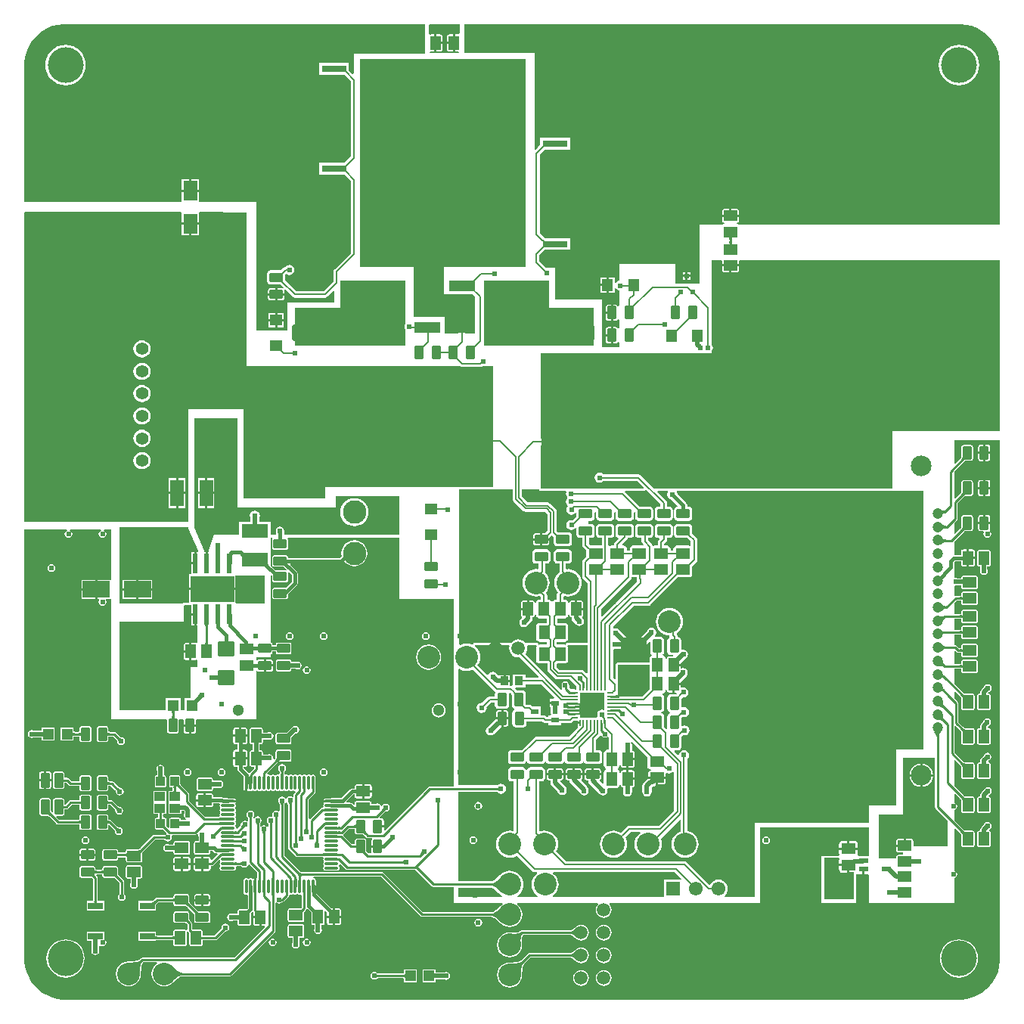
<source format=gtl>
G04*
G04 #@! TF.GenerationSoftware,Altium Limited,Altium Designer,20.0.14 (345)*
G04*
G04 Layer_Physical_Order=1*
G04 Layer_Color=255*
%FSLAX25Y25*%
%MOIN*%
G70*
G01*
G75*
%ADD16C,0.00800*%
%ADD17C,0.01000*%
%ADD23R,0.05512X0.05512*%
%ADD24R,0.00866X0.02913*%
%ADD25R,0.02913X0.00866*%
%ADD26R,0.05512X0.05118*%
%ADD27R,0.05118X0.05512*%
G04:AMPARAMS|DCode=28|XSize=39.37mil|YSize=66.93mil|CornerRadius=3.94mil|HoleSize=0mil|Usage=FLASHONLY|Rotation=180.000|XOffset=0mil|YOffset=0mil|HoleType=Round|Shape=RoundedRectangle|*
%AMROUNDEDRECTD28*
21,1,0.03937,0.05906,0,0,180.0*
21,1,0.03150,0.06693,0,0,180.0*
1,1,0.00787,-0.01575,0.02953*
1,1,0.00787,0.01575,0.02953*
1,1,0.00787,0.01575,-0.02953*
1,1,0.00787,-0.01575,-0.02953*
%
%ADD28ROUNDEDRECTD28*%
G04:AMPARAMS|DCode=29|XSize=41.34mil|YSize=59.06mil|CornerRadius=4.13mil|HoleSize=0mil|Usage=FLASHONLY|Rotation=180.000|XOffset=0mil|YOffset=0mil|HoleType=Round|Shape=RoundedRectangle|*
%AMROUNDEDRECTD29*
21,1,0.04134,0.05079,0,0,180.0*
21,1,0.03307,0.05906,0,0,180.0*
1,1,0.00827,-0.01654,0.02539*
1,1,0.00827,0.01654,0.02539*
1,1,0.00827,0.01654,-0.02539*
1,1,0.00827,-0.01654,-0.02539*
%
%ADD29ROUNDEDRECTD29*%
%ADD30R,0.11811X0.05906*%
G04:AMPARAMS|DCode=31|XSize=41.34mil|YSize=59.06mil|CornerRadius=4.13mil|HoleSize=0mil|Usage=FLASHONLY|Rotation=90.000|XOffset=0mil|YOffset=0mil|HoleType=Round|Shape=RoundedRectangle|*
%AMROUNDEDRECTD31*
21,1,0.04134,0.05079,0,0,90.0*
21,1,0.03307,0.05906,0,0,90.0*
1,1,0.00827,0.02539,0.01654*
1,1,0.00827,0.02539,-0.01654*
1,1,0.00827,-0.02539,-0.01654*
1,1,0.00827,-0.02539,0.01654*
%
%ADD31ROUNDEDRECTD31*%
%ADD32R,0.02362X0.35039*%
%ADD33R,0.11417X0.40158*%
%ADD34R,0.11614X0.35039*%
%ADD35R,0.06496X0.40158*%
%ADD36R,0.11024X0.03150*%
%ADD37R,0.04724X0.04724*%
G04:AMPARAMS|DCode=38|XSize=49.21mil|YSize=62.99mil|CornerRadius=4.92mil|HoleSize=0mil|Usage=FLASHONLY|Rotation=180.000|XOffset=0mil|YOffset=0mil|HoleType=Round|Shape=RoundedRectangle|*
%AMROUNDEDRECTD38*
21,1,0.04921,0.05315,0,0,180.0*
21,1,0.03937,0.06299,0,0,180.0*
1,1,0.00984,-0.01968,0.02657*
1,1,0.00984,0.01968,0.02657*
1,1,0.00984,0.01968,-0.02657*
1,1,0.00984,-0.01968,-0.02657*
%
%ADD38ROUNDEDRECTD38*%
G04:AMPARAMS|DCode=39|XSize=49.21mil|YSize=62.99mil|CornerRadius=4.92mil|HoleSize=0mil|Usage=FLASHONLY|Rotation=90.000|XOffset=0mil|YOffset=0mil|HoleType=Round|Shape=RoundedRectangle|*
%AMROUNDEDRECTD39*
21,1,0.04921,0.05315,0,0,90.0*
21,1,0.03937,0.06299,0,0,90.0*
1,1,0.00984,0.02657,0.01968*
1,1,0.00984,0.02657,-0.01968*
1,1,0.00984,-0.02657,-0.01968*
1,1,0.00984,-0.02657,0.01968*
%
%ADD39ROUNDEDRECTD39*%
G04:AMPARAMS|DCode=40|XSize=43.31mil|YSize=39.37mil|CornerRadius=3.94mil|HoleSize=0mil|Usage=FLASHONLY|Rotation=270.000|XOffset=0mil|YOffset=0mil|HoleType=Round|Shape=RoundedRectangle|*
%AMROUNDEDRECTD40*
21,1,0.04331,0.03150,0,0,270.0*
21,1,0.03543,0.03937,0,0,270.0*
1,1,0.00787,-0.01575,-0.01772*
1,1,0.00787,-0.01575,0.01772*
1,1,0.00787,0.01575,0.01772*
1,1,0.00787,0.01575,-0.01772*
%
%ADD40ROUNDEDRECTD40*%
%ADD41R,0.04724X0.03937*%
%ADD42R,0.04331X0.02362*%
%ADD43O,0.01181X0.06299*%
%ADD44O,0.06299X0.01181*%
%ADD45R,0.06693X0.03150*%
%ADD46R,0.03543X0.03937*%
%ADD47R,0.03543X0.03937*%
G04:AMPARAMS|DCode=48|XSize=236.22mil|YSize=393.7mil|CornerRadius=11.81mil|HoleSize=0mil|Usage=FLASHONLY|Rotation=0.000|XOffset=0mil|YOffset=0mil|HoleType=Round|Shape=RoundedRectangle|*
%AMROUNDEDRECTD48*
21,1,0.23622,0.37008,0,0,0.0*
21,1,0.21260,0.39370,0,0,0.0*
1,1,0.02362,0.10630,-0.18504*
1,1,0.02362,-0.10630,-0.18504*
1,1,0.02362,-0.10630,0.18504*
1,1,0.02362,0.10630,0.18504*
%
%ADD48ROUNDEDRECTD48*%
G04:AMPARAMS|DCode=49|XSize=70.87mil|YSize=157.48mil|CornerRadius=7.09mil|HoleSize=0mil|Usage=FLASHONLY|Rotation=90.000|XOffset=0mil|YOffset=0mil|HoleType=Round|Shape=RoundedRectangle|*
%AMROUNDEDRECTD49*
21,1,0.07087,0.14331,0,0,90.0*
21,1,0.05669,0.15748,0,0,90.0*
1,1,0.01417,0.07165,0.02835*
1,1,0.01417,0.07165,-0.02835*
1,1,0.01417,-0.07165,-0.02835*
1,1,0.01417,-0.07165,0.02835*
%
%ADD49ROUNDEDRECTD49*%
%ADD50R,0.03543X0.02362*%
%ADD51R,0.01968X0.02165*%
%ADD52R,0.02362X0.02165*%
%ADD53R,0.25591X0.21850*%
%ADD54R,0.11221X0.04921*%
%ADD55R,0.07900X0.23600*%
%ADD56R,0.06417X0.08584*%
%ADD57R,0.11900X0.07200*%
G04:AMPARAMS|DCode=58|XSize=74.8mil|YSize=68.9mil|CornerRadius=6.89mil|HoleSize=0mil|Usage=FLASHONLY|Rotation=180.000|XOffset=0mil|YOffset=0mil|HoleType=Round|Shape=RoundedRectangle|*
%AMROUNDEDRECTD58*
21,1,0.07480,0.05512,0,0,180.0*
21,1,0.06102,0.06890,0,0,180.0*
1,1,0.01378,-0.03051,0.02756*
1,1,0.01378,0.03051,0.02756*
1,1,0.01378,0.03051,-0.02756*
1,1,0.01378,-0.03051,-0.02756*
%
%ADD58ROUNDEDRECTD58*%
%ADD59R,0.05906X0.11811*%
%ADD63R,0.01968X0.08661*%
%ADD110C,0.02480*%
%ADD111R,0.19291X0.11614*%
%ADD112C,0.02000*%
%ADD113C,0.01500*%
%ADD114C,0.01800*%
%ADD115C,0.10335*%
%ADD116C,0.09094*%
%ADD117C,0.04724*%
%ADD118C,0.06102*%
%ADD119R,0.06102X0.06102*%
%ADD120C,0.10000*%
%ADD121C,0.05118*%
%ADD122C,0.09000*%
%ADD123R,0.05543X0.05543*%
%ADD124C,0.05543*%
%ADD125C,0.05906*%
%ADD126C,0.15748*%
%ADD127R,0.05906X0.05906*%
%ADD128C,0.37402*%
%ADD129C,0.02400*%
%ADD130C,0.05000*%
G36*
X173602Y407679D02*
X173102Y407268D01*
X173087Y407271D01*
X171619D01*
Y403500D01*
Y399729D01*
X172969D01*
X173313Y399337D01*
X173321Y399323D01*
X173206Y399000D01*
X160382D01*
X160366Y399500D01*
X160790Y399773D01*
X161013Y399729D01*
X162481D01*
Y403500D01*
Y407271D01*
X161013D01*
X160694Y407208D01*
X160334Y407400D01*
X160190Y407523D01*
X160138Y411501D01*
X160490Y411857D01*
X173602D01*
Y407679D01*
D02*
G37*
G36*
X158400Y398900D02*
X127000Y398900D01*
Y389972D01*
X126538Y389781D01*
X124847Y391472D01*
Y394610D01*
X111824D01*
Y389461D01*
X122821D01*
X125673Y386609D01*
Y353454D01*
X122828Y350610D01*
X111824D01*
Y345461D01*
X122811D01*
X125663Y342609D01*
Y310923D01*
X118636Y303896D01*
X118532D01*
Y303792D01*
X118461Y303721D01*
X118151Y303257D01*
X118043Y302711D01*
X118043Y302711D01*
Y298359D01*
X113764Y294080D01*
X101658D01*
X96780Y298958D01*
Y301248D01*
X97253Y301721D01*
X97752Y301388D01*
X98610Y301217D01*
X99468Y301388D01*
X100196Y301874D01*
X100682Y302602D01*
X100853Y303460D01*
X100682Y304318D01*
X100196Y305046D01*
X99468Y305532D01*
X98610Y305703D01*
X97752Y305532D01*
X97024Y305046D01*
X96909Y304875D01*
X96427Y304779D01*
X95964Y304469D01*
X95964Y304469D01*
X94762Y303267D01*
X90261D01*
X89709Y303157D01*
X89242Y302845D01*
X88929Y302377D01*
X88820Y301826D01*
Y298519D01*
X88929Y297967D01*
X89242Y297500D01*
X89709Y297187D01*
X90261Y297078D01*
X94624D01*
X96049Y295652D01*
X95735Y295261D01*
X95339Y295340D01*
X93300D01*
Y293153D01*
X96373D01*
Y294306D01*
X96294Y294702D01*
X96685Y295016D01*
X100058Y291644D01*
X100058Y291643D01*
X100521Y291334D01*
X101067Y291225D01*
X114355D01*
X114355Y291225D01*
X114902Y291334D01*
X115365Y291643D01*
X118070Y294349D01*
X118532Y294158D01*
Y289200D01*
X97800D01*
Y276642D01*
X84200D01*
X84200Y333400D01*
X59259D01*
X58809Y333520D01*
X58809Y333900D01*
Y337912D01*
X55000D01*
X51192D01*
Y333900D01*
X51192Y333520D01*
X50742Y333400D01*
X-18156D01*
Y393701D01*
Y394891D01*
X-17845Y397250D01*
X-17229Y399549D01*
X-16318Y401748D01*
X-15128Y403809D01*
X-13679Y405697D01*
X-11997Y407380D01*
X-10108Y408829D01*
X-8047Y410019D01*
X-5849Y410930D01*
X-3550Y411546D01*
X-1190Y411857D01*
X158400D01*
Y398900D01*
D02*
G37*
G36*
X397250Y411546D02*
X399549Y410930D01*
X401748Y410019D01*
X403809Y408829D01*
X405697Y407380D01*
X407380Y405697D01*
X408829Y403809D01*
X410019Y401748D01*
X410930Y399549D01*
X411546Y397250D01*
X411857Y394891D01*
Y393701D01*
Y323500D01*
X296464D01*
X296304Y323607D01*
X295722Y323723D01*
Y324198D01*
X296148Y324283D01*
X296510Y324524D01*
X296751Y324886D01*
X296836Y325312D01*
Y326780D01*
X293065D01*
X289294D01*
Y325312D01*
X289378Y324886D01*
X289620Y324524D01*
X289981Y324283D01*
X290407Y324198D01*
Y323723D01*
X289825Y323607D01*
X289665Y323500D01*
X279400D01*
Y306033D01*
Y297459D01*
X268749D01*
Y306033D01*
X243931D01*
Y298664D01*
X243596Y298598D01*
X242868Y298111D01*
X242550Y297636D01*
X242050Y297788D01*
Y300239D01*
X239391D01*
Y296883D01*
Y293528D01*
X242050D01*
Y295262D01*
X242550Y295414D01*
X242868Y294939D01*
X243596Y294453D01*
X243931Y294386D01*
Y287768D01*
X243468Y287555D01*
X243431Y287561D01*
X243224Y287870D01*
X242889Y288094D01*
X242494Y288173D01*
X241340D01*
Y284600D01*
Y281027D01*
X242494D01*
X242889Y281106D01*
X243224Y281330D01*
X243431Y281639D01*
X243468Y281645D01*
X243931Y281432D01*
Y277869D01*
X243468Y277655D01*
X243431Y277661D01*
X243224Y277970D01*
X242889Y278194D01*
X242494Y278273D01*
X241340D01*
Y274700D01*
Y271127D01*
X242494D01*
X242889Y271206D01*
X243224Y271430D01*
X243431Y271739D01*
X243468Y271745D01*
X243931Y271531D01*
Y269300D01*
X236333D01*
Y290400D01*
X215600D01*
Y304396D01*
X211872D01*
X208907Y307361D01*
Y309926D01*
X211272Y312290D01*
X222276D01*
Y317439D01*
X211299D01*
X210815Y317923D01*
X210789Y317941D01*
X210180Y318550D01*
X210162Y318577D01*
X210162Y318577D01*
X208957Y319781D01*
Y354309D01*
X210083Y355434D01*
X210182Y355501D01*
X211272Y356590D01*
X222276D01*
Y361739D01*
X209253D01*
Y358609D01*
X208230Y357586D01*
X208131Y357519D01*
X208131Y357519D01*
X207162Y356551D01*
X206700Y356742D01*
Y399000D01*
X175849D01*
Y411857D01*
X394891D01*
X397250Y411546D01*
D02*
G37*
G36*
X293970Y317777D02*
X293885Y317746D01*
X293810Y317696D01*
X293745Y317625D01*
X293690Y317534D01*
X293645Y317423D01*
X293610Y317291D01*
X293585Y317139D01*
X293570Y316967D01*
X293565Y316775D01*
X292565D01*
X292560Y316967D01*
X292545Y317139D01*
X292520Y317291D01*
X292485Y317423D01*
X292440Y317534D01*
X292385Y317625D01*
X292320Y317696D01*
X292245Y317746D01*
X292160Y317777D01*
X292065Y317787D01*
X294065D01*
X293970Y317777D01*
D02*
G37*
G36*
X293570Y315846D02*
X293585Y315674D01*
X293610Y315522D01*
X293645Y315391D01*
X293690Y315279D01*
X293745Y315188D01*
X293810Y315117D01*
X293885Y315067D01*
X293970Y315036D01*
X294065Y315026D01*
X292065D01*
X292160Y315036D01*
X292245Y315067D01*
X292320Y315117D01*
X292385Y315188D01*
X292440Y315279D01*
X292485Y315391D01*
X292520Y315522D01*
X292545Y315674D01*
X292560Y315846D01*
X292565Y316038D01*
X293565D01*
X293570Y315846D01*
D02*
G37*
G36*
X411857Y232300D02*
X364500D01*
Y207098D01*
X259390D01*
X253559Y212929D01*
X253096Y213239D01*
X252550Y213347D01*
X252550Y213347D01*
X237052D01*
X236946Y213506D01*
X236218Y213992D01*
X235360Y214163D01*
X234502Y213992D01*
X233774Y213506D01*
X233288Y212778D01*
X233117Y211920D01*
X233288Y211062D01*
X233774Y210334D01*
X234502Y209848D01*
X235360Y209677D01*
X236218Y209848D01*
X236946Y210334D01*
X237052Y210493D01*
X251959D01*
X254891Y207560D01*
X254700Y207098D01*
X209540D01*
Y226173D01*
X221188D01*
X221301Y226150D01*
X221847Y226259D01*
X222310Y226568D01*
X222620Y227031D01*
X222728Y227578D01*
X222620Y228124D01*
X222310Y228587D01*
X222288Y228609D01*
X221825Y228919D01*
X221278Y229027D01*
X221278Y229027D01*
X209540D01*
Y266700D01*
X284900D01*
Y267910D01*
X285182Y268332D01*
X285353Y269191D01*
X285182Y270049D01*
X284900Y270472D01*
Y307700D01*
X289131D01*
X289294Y307502D01*
Y306033D01*
X293065D01*
X296836D01*
Y307502D01*
X296999Y307700D01*
X411857D01*
Y232300D01*
D02*
G37*
G36*
X202900Y304700D02*
X166880D01*
X166880Y292710D01*
X179561D01*
X180590Y291681D01*
Y275330D01*
X176031D01*
Y278230D01*
X175922Y278776D01*
X175613Y279239D01*
X175150Y279549D01*
X174603Y279657D01*
X174057Y279549D01*
X173594Y279239D01*
X173284Y278776D01*
X173176Y278230D01*
Y275330D01*
X167200D01*
X167200Y282620D01*
X153430Y282620D01*
X153430Y304700D01*
X129629D01*
X129629Y396563D01*
X202900D01*
X202900Y304700D01*
D02*
G37*
G36*
X149700Y279597D02*
X149500Y279298D01*
X149329Y278440D01*
X149500Y277582D01*
X149700Y277283D01*
Y270200D01*
X101207D01*
Y286800D01*
X121000D01*
Y298900D01*
X149700D01*
Y279597D01*
D02*
G37*
G36*
X213000Y286655D02*
X232793D01*
Y270055D01*
X184300D01*
Y298755D01*
X213000D01*
Y286655D01*
D02*
G37*
G36*
X50803Y328950D02*
X51192Y328681D01*
X51192Y328449D01*
Y324289D01*
X55000D01*
X58809D01*
Y328426D01*
X59208Y328925D01*
X79600Y328865D01*
X79600Y260991D01*
X174016Y260991D01*
X174225Y260851D01*
X174771Y260743D01*
X182891D01*
X182891Y260743D01*
X183438Y260851D01*
X183647Y260991D01*
X184094D01*
X184160Y260978D01*
X184226Y260991D01*
X188500D01*
X188500Y229457D01*
X177153D01*
X177153Y229457D01*
X176607Y229349D01*
X176144Y229039D01*
X175691Y228587D01*
X175382Y228124D01*
X175273Y227578D01*
X175382Y227031D01*
X175691Y226568D01*
X176154Y226259D01*
X176701Y226150D01*
X177247Y226259D01*
X177710Y226568D01*
X177744Y226603D01*
X188500D01*
Y207731D01*
X114530Y207731D01*
X114530Y202761D01*
X78300D01*
X78300Y242100D01*
X54000D01*
Y192725D01*
X53646Y192372D01*
X23790Y192441D01*
Y192300D01*
X-18156D01*
Y328799D01*
X-17802Y329152D01*
X50803Y328950D01*
D02*
G37*
G36*
X396696Y219863D02*
X396620Y219919D01*
X396529Y219947D01*
X396424Y219946D01*
X396305Y219917D01*
X396170Y219860D01*
X396022Y219773D01*
X395859Y219659D01*
X395681Y219516D01*
X395281Y219144D01*
X394591Y219869D01*
X394790Y220074D01*
X395102Y220442D01*
X395216Y220605D01*
X395303Y220753D01*
X395360Y220888D01*
X395390Y221008D01*
X395392Y221114D01*
X395365Y221205D01*
X395311Y221283D01*
X396696Y219863D01*
D02*
G37*
G36*
X411857Y0D02*
Y-1190D01*
X411546Y-3550D01*
X410930Y-5849D01*
X410019Y-8047D01*
X408829Y-10108D01*
X407380Y-11997D01*
X405697Y-13679D01*
X403809Y-15128D01*
X401748Y-16318D01*
X399549Y-17229D01*
X397250Y-17845D01*
X394891Y-18156D01*
X-1190D01*
X-3550Y-17845D01*
X-5849Y-17229D01*
X-8047Y-16318D01*
X-10108Y-15128D01*
X-11997Y-13679D01*
X-13679Y-11997D01*
X-15128Y-10108D01*
X-16318Y-8047D01*
X-17229Y-5849D01*
X-17845Y-3550D01*
X-18156Y-1190D01*
Y0D01*
Y189101D01*
X545D01*
X597Y188601D01*
X34Y188226D01*
X-341Y187663D01*
X-473Y187000D01*
X-341Y186337D01*
X34Y185774D01*
X597Y185399D01*
X1260Y185267D01*
X1923Y185399D01*
X2486Y185774D01*
X2861Y186337D01*
X2993Y187000D01*
X2861Y187663D01*
X2486Y188226D01*
X1923Y188601D01*
X1975Y189101D01*
X15545D01*
X15597Y188601D01*
X15034Y188226D01*
X14659Y187663D01*
X14527Y187000D01*
X14659Y186337D01*
X15034Y185774D01*
X15597Y185399D01*
X16260Y185267D01*
X16923Y185399D01*
X17486Y185774D01*
X17861Y186337D01*
X17993Y187000D01*
X17861Y187663D01*
X17486Y188226D01*
X16923Y188601D01*
X16975Y189101D01*
X20080D01*
Y166900D01*
X14050D01*
Y162700D01*
Y158500D01*
X14616D01*
X14884Y158000D01*
X14659Y157663D01*
X14527Y157000D01*
X14659Y156337D01*
X15034Y155774D01*
X15597Y155399D01*
X16260Y155267D01*
X16923Y155399D01*
X17486Y155774D01*
X17861Y156337D01*
X17993Y157000D01*
X17861Y157663D01*
X17636Y158000D01*
X17904Y158500D01*
X20080D01*
Y105500D01*
X44448D01*
X44691Y105204D01*
Y100126D01*
X44762Y99769D01*
X44963Y99467D01*
X45266Y99265D01*
X45622Y99195D01*
X48929D01*
X49286Y99265D01*
X49588Y99467D01*
X49790Y99769D01*
X49860Y100126D01*
Y105204D01*
X50103Y105500D01*
X51866D01*
X52109Y105204D01*
Y103165D01*
X57482D01*
Y105204D01*
X57724Y105500D01*
X84000D01*
Y126610D01*
X84500Y126761D01*
X84504Y126755D01*
X84839Y126531D01*
X85234Y126453D01*
X87274D01*
Y129139D01*
Y131826D01*
X85234D01*
X84839Y131748D01*
X84504Y131524D01*
X84500Y131518D01*
X84000Y131669D01*
Y132644D01*
X90305D01*
Y134074D01*
X90313D01*
X90670Y134145D01*
X90972Y134347D01*
X91174Y134649D01*
X91245Y135006D01*
Y135385D01*
X92649D01*
Y135006D01*
X92720Y134649D01*
X92922Y134347D01*
X93224Y134145D01*
X93581Y134074D01*
X98659D01*
X99016Y134145D01*
X99318Y134347D01*
X99520Y134649D01*
X99591Y135006D01*
Y138313D01*
X99520Y138669D01*
X99318Y138971D01*
X99016Y139173D01*
X98659Y139244D01*
X93581D01*
X93224Y139173D01*
X92922Y138971D01*
X92720Y138669D01*
X92649Y138313D01*
Y137934D01*
X91245D01*
Y138313D01*
X91174Y138669D01*
X90972Y138971D01*
X90670Y139173D01*
X90313Y139244D01*
X90305D01*
X90305Y168915D01*
X90738Y169101D01*
X91037Y168860D01*
X91052Y168846D01*
X91073Y168832D01*
X91099Y168810D01*
Y166776D01*
X91170Y166420D01*
X91372Y166118D01*
X91674Y165916D01*
X92031Y165845D01*
X97109D01*
X97466Y165916D01*
X97768Y166118D01*
X97970Y166420D01*
X98041Y166776D01*
Y170075D01*
X98059Y170093D01*
X98504Y170319D01*
X99757Y169066D01*
Y166058D01*
X97180Y163481D01*
X97109Y163495D01*
X92031D01*
X91674Y163424D01*
X91372Y163222D01*
X91170Y162920D01*
X91099Y162564D01*
Y159257D01*
X91170Y158900D01*
X91372Y158598D01*
X91674Y158396D01*
X92031Y158325D01*
X97109D01*
X97466Y158396D01*
X97768Y158598D01*
X97970Y158900D01*
X98041Y159257D01*
Y160737D01*
X101933Y164629D01*
X102209Y165042D01*
X102306Y165530D01*
Y169594D01*
X102209Y170081D01*
X101933Y170495D01*
X98962Y173466D01*
X99153Y173928D01*
X121354D01*
X121842Y174025D01*
X122255Y174301D01*
X122640Y174686D01*
X123139Y174653D01*
X123222Y174545D01*
X124406Y173636D01*
X125785Y173065D01*
X127265Y172871D01*
X128744Y173065D01*
X130123Y173636D01*
X131307Y174545D01*
X132215Y175729D01*
X132786Y177107D01*
X132981Y178587D01*
X132786Y180066D01*
X132215Y181445D01*
X131307Y182629D01*
X130123Y183537D01*
X128744Y184108D01*
X127265Y184303D01*
X125785Y184108D01*
X124406Y183537D01*
X123222Y182629D01*
X122314Y181445D01*
X121743Y180066D01*
X121548Y178587D01*
X121710Y177360D01*
X120826Y176477D01*
X98008D01*
Y176856D01*
X97937Y177212D01*
X97735Y177514D01*
X97433Y177716D01*
X97076Y177787D01*
X91998D01*
X91641Y177716D01*
X91339Y177514D01*
X91137Y177212D01*
X91066Y176856D01*
Y173549D01*
X91137Y173192D01*
X91339Y172890D01*
X91641Y172688D01*
X91998Y172617D01*
X96205D01*
X97345Y171478D01*
X97119Y171033D01*
X97101Y171015D01*
X92488D01*
X90305Y173198D01*
Y185400D01*
X91028D01*
X91078Y185341D01*
X91250Y184900D01*
X91137Y184732D01*
X91066Y184376D01*
Y181068D01*
X91137Y180712D01*
X91339Y180410D01*
X91641Y180208D01*
X91998Y180137D01*
X97076D01*
X97433Y180208D01*
X97735Y180410D01*
X97937Y180712D01*
X98008Y181068D01*
Y184376D01*
X97937Y184732D01*
X97824Y184900D01*
X97996Y185341D01*
X98046Y185400D01*
X147202Y185400D01*
Y158400D01*
X171201D01*
Y133167D01*
X171152Y132800D01*
X171201Y132433D01*
Y75820D01*
X160581D01*
X160191Y75742D01*
X159860Y75521D01*
X140733Y56394D01*
X140271Y56585D01*
Y57697D01*
X137584D01*
Y58697D01*
X140271D01*
Y60736D01*
X140192Y61132D01*
X139968Y61467D01*
X139633Y61691D01*
X139238Y61769D01*
X138505D01*
X138313Y62231D01*
X140476Y64394D01*
X140525Y64413D01*
X140601Y64485D01*
X140664Y64538D01*
X140724Y64581D01*
X140780Y64617D01*
X140833Y64644D01*
X140883Y64666D01*
X140930Y64681D01*
X140974Y64691D01*
X141018Y64697D01*
X141088Y64699D01*
X141123Y64715D01*
X141743Y64839D01*
X142306Y65214D01*
X142681Y65777D01*
X142813Y66440D01*
X142681Y67103D01*
X142306Y67666D01*
X141743Y68041D01*
X141080Y68173D01*
X140417Y68041D01*
X139854Y67666D01*
X139589Y67269D01*
X139349Y67253D01*
X139046Y67296D01*
X138710Y67799D01*
X138147Y68175D01*
X137484Y68306D01*
X136821Y68175D01*
X136713Y68103D01*
X134834D01*
Y68542D01*
X134757Y68929D01*
X134537Y69257D01*
X134209Y69476D01*
X133822Y69553D01*
X128507D01*
X128120Y69476D01*
X127792Y69257D01*
X127573Y68929D01*
X127496Y68542D01*
Y67804D01*
X126996Y67597D01*
X126299Y68293D01*
X125885Y68570D01*
X125398Y68667D01*
X123802D01*
X123610Y69129D01*
X126828Y72346D01*
X127394D01*
Y71652D01*
X127478Y71226D01*
X127720Y70864D01*
X128081Y70623D01*
X128507Y70538D01*
X130665D01*
Y73620D01*
Y76702D01*
X128507D01*
X128081Y76618D01*
X127720Y76376D01*
X127478Y76015D01*
X127394Y75589D01*
Y74895D01*
X126300D01*
X125812Y74798D01*
X125398Y74522D01*
X121544Y70667D01*
X117199D01*
X116735Y70574D01*
X114640D01*
X114176Y70482D01*
X113782Y70219D01*
X113542Y69861D01*
X117199D01*
Y68861D01*
X113542D01*
X113676Y68661D01*
X113854Y68178D01*
X113613Y67818D01*
X113528Y67392D01*
X113611Y66977D01*
X113613Y66966D01*
X113347Y66465D01*
X113324Y66464D01*
X113279Y66443D01*
X113098D01*
X112708Y66366D01*
X112377Y66145D01*
X107779Y61547D01*
X107720Y61458D01*
X107220Y61609D01*
Y69938D01*
X109881Y72599D01*
X110102Y72930D01*
X110180Y73320D01*
Y73574D01*
X110201Y73626D01*
X110202Y73984D01*
X110210Y74578D01*
X110211Y74596D01*
X110203Y74619D01*
X110215Y74647D01*
X110202Y74678D01*
X110240Y74873D01*
Y79991D01*
X110156Y80416D01*
X109915Y80777D01*
X109554Y81018D01*
X109128Y81103D01*
X108703Y81018D01*
X108342Y80777D01*
X107946D01*
X107585Y81018D01*
X107160Y81103D01*
X106734Y81018D01*
X106516Y80872D01*
X106176Y80812D01*
X105836Y80872D01*
X105617Y81018D01*
X105191Y81103D01*
X104766Y81018D01*
X104405Y80777D01*
X104009D01*
X103648Y81018D01*
X103223Y81103D01*
X102797Y81018D01*
X102579Y80872D01*
X102239Y80812D01*
X101899Y80872D01*
X101680Y81018D01*
X101254Y81103D01*
X100829Y81018D01*
X100468Y80777D01*
X100072D01*
X99711Y81018D01*
X99286Y81103D01*
X98860Y81018D01*
X98642Y80872D01*
X98302Y80812D01*
X97962Y80872D01*
X97743Y81018D01*
X97317Y81103D01*
X96927Y81025D01*
X96872Y81027D01*
X96502Y81201D01*
X96403Y81288D01*
Y82002D01*
X96424Y82049D01*
X96424Y82050D01*
X96424Y82051D01*
X96427Y82156D01*
X96435Y82236D01*
X96446Y82308D01*
X96461Y82371D01*
X96479Y82425D01*
X96499Y82473D01*
X96521Y82514D01*
X96545Y82550D01*
X96571Y82583D01*
X96619Y82632D01*
X96629Y82657D01*
X96645Y82668D01*
X97021Y83230D01*
X97153Y83893D01*
X97021Y84557D01*
X96645Y85119D01*
X96083Y85495D01*
X95420Y85627D01*
X94756Y85495D01*
X94194Y85119D01*
X93818Y84557D01*
X93686Y83893D01*
X93818Y83230D01*
X94125Y82771D01*
X94147Y82705D01*
X94194Y82652D01*
X94221Y82615D01*
X94246Y82574D01*
X94268Y82527D01*
X94289Y82474D01*
X94306Y82415D01*
X94321Y82348D01*
X94332Y82273D01*
X94340Y82191D01*
X94342Y82085D01*
X94364Y82037D01*
Y81426D01*
X94345Y81391D01*
X94353Y81367D01*
X94342Y81343D01*
X94341Y81261D01*
X93837Y80997D01*
X93806Y81018D01*
X93380Y81103D01*
X92955Y81018D01*
X92736Y80872D01*
X92396Y80812D01*
X92056Y80872D01*
X91837Y81018D01*
X91412Y81103D01*
X90986Y81018D01*
X90626Y80777D01*
X90229D01*
X89869Y81018D01*
X89443Y81103D01*
X89443Y81103D01*
X88884Y81467D01*
X88853Y81640D01*
X88863Y81660D01*
X93433Y86229D01*
X93481Y86247D01*
X93864Y86604D01*
X94013Y86723D01*
X94142Y86814D01*
X94167Y86828D01*
X94509D01*
X94526Y86821D01*
X94544Y86828D01*
X94612D01*
X94612Y86828D01*
X94613Y86828D01*
X98600D01*
X98956Y86899D01*
X99259Y87101D01*
X99460Y87403D01*
X99531Y87760D01*
Y91067D01*
X99460Y91423D01*
X99259Y91725D01*
X98956Y91927D01*
X98600Y91998D01*
X93521D01*
X93165Y91927D01*
X92863Y91725D01*
X92661Y91423D01*
X92590Y91067D01*
Y88851D01*
X92590Y88851D01*
X92590Y88850D01*
Y88782D01*
X92583Y88765D01*
X92590Y88747D01*
Y88405D01*
X92575Y88380D01*
X92489Y88257D01*
X92203Y87920D01*
X92016Y87726D01*
X91931Y87735D01*
X91525Y88257D01*
X91533Y88300D01*
X91401Y88963D01*
X91026Y89526D01*
X90463Y89901D01*
X89800Y90033D01*
X89137Y89901D01*
X89029Y89829D01*
X86965D01*
Y90854D01*
X86888Y91241D01*
X86669Y91570D01*
X86341Y91789D01*
X85953Y91866D01*
X85514D01*
Y94428D01*
X85953D01*
X86341Y94505D01*
X86669Y94724D01*
X86888Y95052D01*
X86965Y95439D01*
Y96471D01*
X89137D01*
X89244Y96399D01*
X89908Y96267D01*
X90571Y96399D01*
X91133Y96774D01*
X91509Y97337D01*
X91641Y98000D01*
X91509Y98663D01*
X91133Y99226D01*
X90571Y99601D01*
X89908Y99733D01*
X89244Y99601D01*
X89137Y99529D01*
X86965D01*
Y100754D01*
X86888Y101141D01*
X86669Y101470D01*
X86341Y101689D01*
X85953Y101766D01*
X82016D01*
X81629Y101689D01*
X81301Y101470D01*
X81082Y101141D01*
X81005Y100754D01*
Y95439D01*
X81082Y95052D01*
X81301Y94724D01*
X81629Y94505D01*
X82016Y94428D01*
X82456D01*
Y91866D01*
X82016D01*
X81629Y91789D01*
X81301Y91570D01*
X81082Y91241D01*
X81005Y90854D01*
Y85539D01*
X81082Y85152D01*
X81301Y84824D01*
X81629Y84605D01*
X82016Y84528D01*
X82965D01*
Y83777D01*
X81018Y81830D01*
X80686Y81747D01*
X80372Y81831D01*
X78277Y83926D01*
X78369Y84426D01*
X78906D01*
X79332Y84511D01*
X79694Y84752D01*
X79935Y85113D01*
X80020Y85539D01*
Y87697D01*
X76938D01*
X73856D01*
Y85539D01*
X73940Y85113D01*
X74182Y84752D01*
X74543Y84511D01*
X74969Y84426D01*
X75663D01*
Y83463D01*
X75760Y82975D01*
X76037Y82562D01*
X78326Y80272D01*
Y77432D01*
X78387Y77127D01*
Y74873D01*
X78479Y74408D01*
X78742Y74014D01*
X79101Y73775D01*
Y77432D01*
X80101D01*
Y73775D01*
X80301Y73908D01*
X80783Y74086D01*
X81144Y73845D01*
X81569Y73761D01*
X81995Y73845D01*
X82355Y74086D01*
X82752D01*
X83112Y73845D01*
X83538Y73761D01*
X83963Y73845D01*
X84182Y73991D01*
X84522Y74051D01*
X84862Y73991D01*
X85081Y73845D01*
X85506Y73761D01*
X85932Y73845D01*
X86292Y74086D01*
X86689D01*
X87049Y73845D01*
X87475Y73761D01*
X87900Y73845D01*
X88119Y73991D01*
X88459Y74051D01*
X88799Y73991D01*
X89018Y73845D01*
X89443Y73761D01*
X89869Y73845D01*
X90229Y74086D01*
X90626D01*
X90986Y73845D01*
X91412Y73761D01*
X91837Y73845D01*
X92056Y73991D01*
X92396Y74051D01*
X92736Y73991D01*
X92955Y73845D01*
X93380Y73761D01*
X93806Y73845D01*
X94166Y74086D01*
X94563D01*
X94923Y73845D01*
X95349Y73761D01*
X95774Y73845D01*
X96135Y74086D01*
X96531D01*
X96892Y73845D01*
X97317Y73761D01*
X97743Y73845D01*
X97962Y73991D01*
X98302Y74051D01*
X98642Y73991D01*
X98860Y73845D01*
X99286Y73761D01*
X99711Y73845D01*
X100072Y74086D01*
X100468D01*
X100829Y73845D01*
X101144Y73783D01*
X101307Y73465D01*
X101341Y73273D01*
X100769Y72701D01*
X100548Y72370D01*
X100470Y71980D01*
Y71411D01*
X99970Y71149D01*
X99623Y71381D01*
X98960Y71513D01*
X98297Y71381D01*
X97734Y71006D01*
X97417Y70531D01*
X97056Y70461D01*
X96855Y70473D01*
X96626Y70816D01*
X96063Y71191D01*
X95400Y71323D01*
X94737Y71191D01*
X94174Y70816D01*
X93799Y70253D01*
X93667Y69590D01*
X93799Y68927D01*
X94174Y68364D01*
X94185Y68357D01*
X94194Y68335D01*
X94242Y68285D01*
X94269Y68252D01*
X94293Y68216D01*
X94315Y68174D01*
X94335Y68126D01*
X94352Y68071D01*
X94367Y68007D01*
X94379Y67936D01*
X94386Y67855D01*
X94389Y67750D01*
X94410Y67703D01*
Y64951D01*
X93910Y64756D01*
X93483Y65041D01*
X92820Y65173D01*
X92157Y65041D01*
X91594Y64666D01*
X91219Y64103D01*
X91087Y63440D01*
X91206Y62838D01*
X91058Y62602D01*
X90871Y62398D01*
X90440Y62483D01*
X89777Y62351D01*
X89214Y61976D01*
X88839Y61413D01*
X88707Y60750D01*
X88839Y60087D01*
X89214Y59524D01*
X89420Y59387D01*
Y58013D01*
X89337Y57953D01*
X88657Y58073D01*
X88576Y58196D01*
X88013Y58571D01*
X87350Y58703D01*
X86687Y58571D01*
X86140Y58206D01*
X86047Y58224D01*
X85640Y58370D01*
Y59026D01*
X85661Y59074D01*
X85664Y59179D01*
X85671Y59261D01*
X85682Y59334D01*
X85697Y59399D01*
X85715Y59456D01*
X85735Y59506D01*
X85758Y59550D01*
X85782Y59589D01*
X85809Y59624D01*
X85856Y59675D01*
X85870Y59711D01*
X86221Y60237D01*
X86353Y60900D01*
X86221Y61563D01*
X85846Y62126D01*
X85283Y62501D01*
X84620Y62633D01*
X83957Y62501D01*
X83394Y62126D01*
X83246Y61903D01*
X83075Y61812D01*
X83071Y61810D01*
X83032Y61808D01*
X82652Y61914D01*
X82605Y62046D01*
X82628Y62090D01*
X82652Y62129D01*
X82679Y62164D01*
X82727Y62215D01*
X82740Y62251D01*
X83091Y62777D01*
X83223Y63440D01*
X83091Y64103D01*
X82716Y64666D01*
X82153Y65041D01*
X81490Y65173D01*
X80827Y65041D01*
X80264Y64666D01*
X79889Y64103D01*
X79757Y63440D01*
X79889Y62777D01*
X80240Y62251D01*
X80253Y62215D01*
X80301Y62164D01*
X80328Y62129D01*
X80352Y62090D01*
X80375Y62046D01*
X80395Y61996D01*
X80413Y61939D01*
X80427Y61874D01*
X80439Y61801D01*
X80446Y61719D01*
X80449Y61614D01*
X80470Y61566D01*
Y60583D01*
X79970Y60316D01*
X79631Y60543D01*
X78968Y60675D01*
X78304Y60543D01*
X77742Y60167D01*
X77367Y59605D01*
X77243Y58984D01*
X77227Y58949D01*
X77224Y58880D01*
X77219Y58836D01*
X77209Y58791D01*
X77193Y58744D01*
X77172Y58695D01*
X77144Y58642D01*
X77109Y58585D01*
X77065Y58526D01*
X77013Y58463D01*
X76941Y58386D01*
X76922Y58337D01*
X75598Y57014D01*
X75145Y57267D01*
X75201Y57550D01*
X75116Y57975D01*
X74875Y58336D01*
Y58732D01*
X75116Y59093D01*
X75201Y59518D01*
X75116Y59944D01*
X74970Y60162D01*
X74910Y60502D01*
X74970Y60842D01*
X75116Y61061D01*
X75201Y61487D01*
X75116Y61912D01*
X74970Y62131D01*
X74910Y62471D01*
X74970Y62811D01*
X75116Y63030D01*
X75201Y63455D01*
X75116Y63881D01*
X74970Y64099D01*
X74910Y64439D01*
X74970Y64779D01*
X75116Y64998D01*
X75201Y65424D01*
X75116Y65849D01*
X74875Y66210D01*
Y66606D01*
X75116Y66967D01*
X75201Y67392D01*
X75116Y67818D01*
X74875Y68178D01*
X75053Y68661D01*
X75187Y68861D01*
X71530D01*
Y69861D01*
X75187D01*
X74947Y70219D01*
X74554Y70482D01*
X74089Y70574D01*
X71835D01*
X71530Y70635D01*
X69818D01*
X69815Y70638D01*
X69402Y70914D01*
X68914Y71011D01*
X65096D01*
Y71705D01*
X65011Y72131D01*
X64769Y72492D01*
X64408Y72734D01*
X63982Y72818D01*
X61825D01*
Y69736D01*
Y66654D01*
X63982D01*
X64408Y66739D01*
X64769Y66980D01*
X65011Y67342D01*
X65096Y67768D01*
Y68462D01*
X67778D01*
X68040Y67962D01*
X67944Y67818D01*
X67859Y67392D01*
X67944Y66967D01*
X68185Y66606D01*
Y66210D01*
X67944Y65849D01*
X67859Y65424D01*
X67944Y64998D01*
X68090Y64779D01*
X68150Y64439D01*
X68090Y64099D01*
X67944Y63881D01*
X67859Y63455D01*
X67942Y63040D01*
X67943Y63029D01*
X67677Y62528D01*
X67655Y62527D01*
X67610Y62506D01*
X61436D01*
X54553Y69389D01*
Y72378D01*
X54475Y72768D01*
X54254Y73099D01*
X51902Y75451D01*
X51876Y75468D01*
X51184Y76160D01*
X51167Y76208D01*
X50810Y76591D01*
X50691Y76740D01*
X50600Y76869D01*
X50585Y76894D01*
Y77236D01*
X50592Y77253D01*
X50585Y77271D01*
Y77339D01*
X50586Y77340D01*
X50585Y77340D01*
Y79772D01*
X50516Y80120D01*
X50318Y80416D01*
X50023Y80613D01*
X49674Y80683D01*
X46524D01*
X46176Y80613D01*
X45880Y80416D01*
X45682Y80120D01*
X45613Y79772D01*
Y76228D01*
X45682Y75880D01*
X45880Y75584D01*
X46176Y75387D01*
X46524Y75317D01*
X47004D01*
X47005Y75315D01*
X47025Y75242D01*
X47042Y75136D01*
X47054Y75001D01*
X47058Y74825D01*
X47080Y74777D01*
Y74280D01*
X47058Y74232D01*
X47054Y74056D01*
X47042Y73921D01*
X47025Y73816D01*
X47005Y73742D01*
X47000Y73730D01*
X45335D01*
Y68793D01*
X45335D01*
X45335Y68612D01*
X45335D01*
Y63675D01*
X51059D01*
Y64933D01*
X52283D01*
X52317Y64898D01*
Y63971D01*
X52245Y63863D01*
X52113Y63200D01*
X52245Y62537D01*
X52621Y61974D01*
X52874Y61805D01*
X52937Y61177D01*
X52756Y61006D01*
X50683D01*
Y61248D01*
X50614Y61597D01*
X50416Y61892D01*
X50121Y62090D01*
X49772Y62159D01*
X46622D01*
X46274Y62090D01*
X45978Y61892D01*
X45781Y61597D01*
X45711Y61248D01*
Y57830D01*
X45410Y57603D01*
X45234Y57543D01*
X44965Y57684D01*
X44609Y58068D01*
X44489Y58216D01*
X44399Y58345D01*
X44384Y58371D01*
Y58713D01*
X44391Y58730D01*
X44384Y58747D01*
Y58815D01*
X44384Y58816D01*
X44384Y58816D01*
Y61248D01*
X44315Y61597D01*
X44117Y61892D01*
X43822Y62090D01*
X43473Y62159D01*
X42993D01*
X42992Y62161D01*
X42973Y62235D01*
X42955Y62341D01*
X42944Y62475D01*
X42939Y62651D01*
X42918Y62700D01*
Y63125D01*
X42939Y63173D01*
X42944Y63346D01*
X42955Y63479D01*
X42973Y63582D01*
X42992Y63653D01*
X43000Y63673D01*
X43003Y63675D01*
X44367D01*
Y68293D01*
X44367Y68612D01*
X44367Y69112D01*
Y73730D01*
X38642D01*
Y69112D01*
X38642Y68793D01*
X38642Y68293D01*
Y63675D01*
X40793D01*
X40796Y63673D01*
X40804Y63653D01*
X40824Y63582D01*
X40841Y63479D01*
X40852Y63346D01*
X40857Y63173D01*
X40878Y63125D01*
Y62700D01*
X40857Y62651D01*
X40852Y62475D01*
X40841Y62341D01*
X40823Y62235D01*
X40804Y62161D01*
X40803Y62159D01*
X40323D01*
X39975Y62090D01*
X39679Y61892D01*
X39481Y61597D01*
X39412Y61248D01*
Y57705D01*
X39481Y57356D01*
X39679Y57060D01*
X39975Y56863D01*
X40323Y56793D01*
X42361D01*
X42362Y56793D01*
X42363Y56793D01*
X42430D01*
X42448Y56786D01*
X42465Y56793D01*
X42807D01*
X42832Y56779D01*
X42955Y56692D01*
X43292Y56406D01*
X43486Y56219D01*
X43536Y56200D01*
X44373Y55363D01*
X44272Y54756D01*
X43992Y54569D01*
X43956Y54555D01*
X43905Y54508D01*
X43870Y54481D01*
X43831Y54457D01*
X43787Y54434D01*
X43737Y54414D01*
X43680Y54396D01*
X43615Y54382D01*
X43542Y54370D01*
X43460Y54363D01*
X43355Y54360D01*
X43307Y54339D01*
X38951D01*
X38561Y54261D01*
X38230Y54040D01*
X33026Y48836D01*
X32978Y48818D01*
X32595Y48461D01*
X32447Y48342D01*
X32317Y48251D01*
X32292Y48237D01*
X31950D01*
X31933Y48244D01*
X31916Y48237D01*
X31848D01*
X31847Y48237D01*
X31846Y48237D01*
X27543D01*
X27156Y48160D01*
X26827Y47940D01*
X26608Y47612D01*
X26531Y47225D01*
Y46706D01*
X26529Y46705D01*
X26455Y46686D01*
X26350Y46668D01*
X26215Y46657D01*
X26039Y46652D01*
X25991Y46631D01*
X23671D01*
X23623Y46652D01*
X23447Y46657D01*
X23312Y46668D01*
X23206Y46686D01*
X23133Y46705D01*
X23131Y46706D01*
Y47304D01*
X23060Y47660D01*
X22858Y47962D01*
X22556Y48164D01*
X22199Y48235D01*
X17121D01*
X16764Y48164D01*
X16462Y47962D01*
X16260Y47660D01*
X16189Y47304D01*
Y43997D01*
X16260Y43641D01*
X16462Y43338D01*
X16764Y43137D01*
X17121Y43066D01*
X22199D01*
X22556Y43137D01*
X22858Y43338D01*
X23060Y43641D01*
X23131Y43997D01*
Y44516D01*
X23133Y44517D01*
X23206Y44536D01*
X23312Y44554D01*
X23447Y44565D01*
X23623Y44570D01*
X23671Y44591D01*
X25991D01*
X26039Y44570D01*
X26215Y44565D01*
X26350Y44554D01*
X26455Y44536D01*
X26529Y44517D01*
X26531Y44516D01*
Y43288D01*
X26608Y42901D01*
X26827Y42573D01*
X27156Y42354D01*
X27543Y42277D01*
X32857D01*
X33245Y42354D01*
X33573Y42573D01*
X33792Y42901D01*
X33869Y43288D01*
Y46214D01*
X33869Y46214D01*
X33869Y46215D01*
Y46283D01*
X33876Y46301D01*
X33869Y46318D01*
Y46660D01*
X33884Y46685D01*
X33970Y46808D01*
X34256Y47145D01*
X34443Y47339D01*
X34463Y47389D01*
X39374Y52299D01*
X43307D01*
X43355Y52278D01*
X43460Y52275D01*
X43542Y52268D01*
X43615Y52257D01*
X43680Y52242D01*
X43737Y52224D01*
X43787Y52204D01*
X43831Y52181D01*
X43870Y52157D01*
X43905Y52130D01*
X43956Y52083D01*
X43992Y52069D01*
X44518Y51718D01*
X45181Y51586D01*
X45845Y51718D01*
X46407Y52093D01*
X46782Y52656D01*
X46914Y53319D01*
X46782Y53982D01*
X46729Y54062D01*
X46997Y54562D01*
X57077D01*
X57467Y54639D01*
X57797Y54860D01*
X58007Y55069D01*
X58468Y54823D01*
X58420Y54585D01*
X58552Y53921D01*
X58676Y53736D01*
Y51699D01*
X57548D01*
X57161Y51622D01*
X56833Y51403D01*
X56613Y51075D01*
X56537Y50687D01*
Y46751D01*
X56613Y46363D01*
X56833Y46035D01*
X57161Y45816D01*
X57548Y45739D01*
X62863D01*
X63250Y45816D01*
X63578Y46035D01*
X63797Y46363D01*
X63875Y46751D01*
Y47444D01*
X64855D01*
X65493Y46806D01*
X65907Y46529D01*
X66395Y46433D01*
X66873D01*
X67080Y45932D01*
X64438Y43291D01*
X63977Y43483D01*
Y43640D01*
X63892Y44066D01*
X63650Y44428D01*
X63289Y44669D01*
X62863Y44754D01*
X60706D01*
Y41672D01*
Y38590D01*
X62863D01*
X63289Y38675D01*
X63650Y38916D01*
X63892Y39277D01*
X63977Y39703D01*
Y40661D01*
X64269D01*
X64660Y40738D01*
X64990Y40959D01*
X67424Y43393D01*
X67626Y43374D01*
X67999Y43261D01*
X68090Y43126D01*
X68150Y42786D01*
X68090Y42446D01*
X67944Y42227D01*
X67859Y41802D01*
X67944Y41376D01*
X68185Y41015D01*
Y40619D01*
X67944Y40258D01*
X67859Y39833D01*
X67944Y39408D01*
X68185Y39047D01*
X68545Y38806D01*
X68971Y38721D01*
X74089D01*
X74515Y38806D01*
X74875Y39047D01*
X75116Y39408D01*
X75201Y39833D01*
X75118Y40248D01*
X75117Y40259D01*
X75383Y40760D01*
X75405Y40761D01*
X75450Y40782D01*
X76872D01*
X76907Y40763D01*
X76926Y40769D01*
X76944Y40761D01*
X77048Y40758D01*
X77127Y40750D01*
X77195Y40738D01*
X77254Y40724D01*
X77304Y40706D01*
X77346Y40687D01*
X77382Y40667D01*
X77413Y40644D01*
X77441Y40619D01*
X77485Y40571D01*
X77537Y40546D01*
X77589Y40468D01*
X78151Y40093D01*
X78815Y39961D01*
X79478Y40093D01*
X80040Y40468D01*
X80416Y41031D01*
X80453Y41218D01*
X80996Y41382D01*
X84487Y37892D01*
Y35721D01*
X84379Y35620D01*
X84038Y35459D01*
Y31762D01*
X83038D01*
Y35419D01*
X82838Y35285D01*
X82355Y35107D01*
X81995Y35348D01*
X81569Y35433D01*
X81144Y35348D01*
X80925Y35202D01*
X80585Y35142D01*
X80245Y35202D01*
X80026Y35348D01*
X79601Y35433D01*
X79175Y35348D01*
X78815Y35107D01*
X78574Y34747D01*
X78489Y34321D01*
Y29203D01*
X78574Y28778D01*
X78815Y28417D01*
X79175Y28176D01*
X79601Y28091D01*
X79795Y28130D01*
X80295Y27800D01*
Y22194D01*
X79942Y21841D01*
X76796D01*
X76409Y21764D01*
X76081Y21545D01*
X75862Y21217D01*
X75784Y20830D01*
Y19702D01*
X73751D01*
X73643Y19774D01*
X72980Y19906D01*
X72317Y19774D01*
X71754Y19398D01*
X71379Y18836D01*
X71247Y18172D01*
X71379Y17509D01*
X71754Y16947D01*
X72317Y16571D01*
X72980Y16439D01*
X73643Y16571D01*
X73751Y16643D01*
X75784D01*
Y15515D01*
X75862Y15128D01*
X76081Y14800D01*
X76409Y14580D01*
X76796Y14503D01*
X80733D01*
X81120Y14580D01*
X81448Y14800D01*
X81668Y15128D01*
X81745Y15515D01*
Y20039D01*
X82179Y20473D01*
X82301Y20489D01*
X82730Y20269D01*
Y18672D01*
X85812D01*
Y18172D01*
X86312D01*
Y14401D01*
X87703D01*
X87838Y14217D01*
X87930Y13921D01*
X74328Y320D01*
X33800D01*
X33410Y242D01*
X33079Y21D01*
X32681Y-378D01*
X32642Y-389D01*
X32438Y-557D01*
X32204Y-692D01*
X31895Y-822D01*
X31512Y-939D01*
X31058Y-1041D01*
X30543Y-1123D01*
X28540Y-1257D01*
X27749Y-1259D01*
X27700Y-1252D01*
X26264Y-1442D01*
X24926Y-1996D01*
X23777Y-2877D01*
X22896Y-4026D01*
X22342Y-5364D01*
X22152Y-6800D01*
X22342Y-8236D01*
X22896Y-9574D01*
X23777Y-10723D01*
X24926Y-11604D01*
X26264Y-12158D01*
X27700Y-12348D01*
X29136Y-12158D01*
X30474Y-11604D01*
X31623Y-10723D01*
X32504Y-9574D01*
X33058Y-8236D01*
X33248Y-6800D01*
X33241Y-6751D01*
Y-6750D01*
X33241Y-6750D01*
X33241Y-6750D01*
X33243Y-5951D01*
X33266Y-5228D01*
X33376Y-3962D01*
X33459Y-3443D01*
X33561Y-2988D01*
X33678Y-2605D01*
X33808Y-2296D01*
X33943Y-2063D01*
X34111Y-1858D01*
X34122Y-1819D01*
X34222Y-1720D01*
X40165D01*
X40335Y-2220D01*
X39477Y-2877D01*
X38596Y-4026D01*
X38042Y-5364D01*
X37852Y-6800D01*
X38042Y-8236D01*
X38596Y-9574D01*
X39477Y-10723D01*
X40626Y-11604D01*
X41964Y-12158D01*
X43400Y-12348D01*
X44836Y-12158D01*
X46174Y-11604D01*
X47323Y-10723D01*
X47353Y-10683D01*
X47920Y-10119D01*
X48447Y-9625D01*
X49420Y-8807D01*
X49846Y-8498D01*
X50240Y-8248D01*
X50594Y-8061D01*
X50903Y-7934D01*
X51164Y-7864D01*
X51428Y-7839D01*
X51463Y-7820D01*
X72587D01*
X72978Y-7742D01*
X73308Y-7521D01*
X92133Y11304D01*
X92354Y11634D01*
X92431Y12025D01*
Y24378D01*
X92582Y24485D01*
X92931Y24600D01*
X93397Y24289D01*
X94060Y24157D01*
X94723Y24289D01*
X95286Y24664D01*
X95423Y24870D01*
X95547D01*
X95937Y24948D01*
X96267Y25169D01*
X98038Y26940D01*
X98259Y27271D01*
X98337Y27661D01*
Y27924D01*
X98837Y28191D01*
X98860Y28176D01*
X99286Y28091D01*
X99711Y28176D01*
X100072Y28417D01*
X100468D01*
X100829Y28176D01*
X101254Y28091D01*
X101680Y28176D01*
X101899Y28322D01*
X102239Y28382D01*
X102579Y28322D01*
X102797Y28176D01*
X103223Y28091D01*
X103638Y28174D01*
X103649Y28176D01*
X104150Y27910D01*
X104151Y27887D01*
X104172Y27842D01*
Y22480D01*
X103976Y22296D01*
X103838Y22181D01*
X103718Y22092D01*
X103654Y22052D01*
X103456D01*
X103439Y22059D01*
X103422Y22052D01*
X98898D01*
X98511Y21975D01*
X98183Y21756D01*
X97964Y21427D01*
X97887Y21040D01*
Y17103D01*
X97964Y16716D01*
X98183Y16388D01*
X98511Y16169D01*
X98898Y16092D01*
X104213D01*
X104600Y16169D01*
X104929Y16388D01*
X105148Y16716D01*
X105225Y17103D01*
Y20248D01*
X105232Y20266D01*
X105225Y20283D01*
Y20481D01*
X105265Y20545D01*
X105351Y20660D01*
X105623Y20972D01*
X105798Y21153D01*
X105818Y21203D01*
X105912Y21297D01*
X106133Y21628D01*
X106144Y21684D01*
X106687Y21848D01*
X108266Y20269D01*
Y15745D01*
X108343Y15358D01*
X108563Y15030D01*
X108891Y14810D01*
X109278Y14733D01*
X109671D01*
Y13291D01*
X109599Y13183D01*
X109467Y12520D01*
X109599Y11857D01*
X109974Y11294D01*
X110537Y10919D01*
X111200Y10787D01*
X111863Y10919D01*
X112426Y11294D01*
X112801Y11857D01*
X112933Y12520D01*
X112801Y13183D01*
X112729Y13291D01*
Y14733D01*
X113215D01*
X113602Y14810D01*
X113930Y15030D01*
X114149Y15358D01*
X114226Y15745D01*
Y20649D01*
X114726Y20856D01*
X115212Y20371D01*
Y18902D01*
X117794D01*
Y22173D01*
X117014D01*
X110562Y28625D01*
Y31762D01*
X110465Y32250D01*
X110342Y32434D01*
Y34321D01*
X110250Y34786D01*
X109987Y35180D01*
X109593Y35443D01*
X109216Y35518D01*
X109266Y36018D01*
X138953D01*
X156391Y18579D01*
X156722Y18358D01*
X157112Y18280D01*
X187637D01*
X187672Y18261D01*
X187936Y18236D01*
X188197Y18166D01*
X188506Y18039D01*
X188860Y17852D01*
X189254Y17602D01*
X189675Y17296D01*
X191187Y15974D01*
X191748Y15416D01*
X191875Y15364D01*
X193006Y14496D01*
X194344Y13942D01*
X195780Y13753D01*
X197216Y13942D01*
X198554Y14496D01*
X199703Y15377D01*
X200584Y16526D01*
X201138Y17864D01*
X201327Y19300D01*
X201138Y20736D01*
X200584Y22074D01*
X199703Y23223D01*
X198950Y23800D01*
X199120Y24300D01*
X234571D01*
X234689Y23800D01*
X234184Y23141D01*
X233836Y22301D01*
X233717Y21400D01*
X233836Y20499D01*
X234184Y19659D01*
X234737Y18937D01*
X235459Y18384D01*
X236299Y18036D01*
X237200Y17918D01*
X238101Y18036D01*
X238941Y18384D01*
X239663Y18937D01*
X240216Y19659D01*
X240564Y20499D01*
X240683Y21400D01*
X240564Y22301D01*
X240216Y23141D01*
X239710Y23800D01*
X239829Y24300D01*
X306200D01*
Y57667D01*
X333100Y57680D01*
X353936D01*
X354095Y45456D01*
X353744Y45100D01*
X349278D01*
X349010Y45600D01*
X349113Y45754D01*
X349229Y46336D01*
Y47804D01*
X345050D01*
X340871D01*
Y46336D01*
X340987Y45754D01*
X341090Y45600D01*
X340822Y45100D01*
X333100D01*
Y24300D01*
X348500D01*
Y36680D01*
X348524Y37170D01*
X351190D01*
Y39351D01*
X352190D01*
Y37170D01*
X353647D01*
X353999Y36815D01*
X353943Y24300D01*
X391700D01*
Y35354D01*
X391923Y35399D01*
X392486Y35774D01*
X392861Y36337D01*
X392993Y37000D01*
X392861Y37663D01*
X392486Y38226D01*
X391923Y38601D01*
X391700Y38646D01*
Y57212D01*
X392162Y57403D01*
X394097Y55468D01*
X394115Y55420D01*
X394472Y55037D01*
X394591Y54888D01*
X394682Y54759D01*
X394696Y54734D01*
Y54392D01*
X394689Y54375D01*
X394696Y54357D01*
Y54289D01*
X394696Y54288D01*
X394696Y54288D01*
Y49984D01*
X394773Y49597D01*
X394993Y49269D01*
X395321Y49050D01*
X395708Y48973D01*
X399645D01*
X400032Y49050D01*
X400360Y49269D01*
X400580Y49597D01*
X400657Y49984D01*
Y55299D01*
X400580Y55686D01*
X400360Y56015D01*
X400032Y56234D01*
X399645Y56311D01*
X396719D01*
X396719Y56311D01*
X396718Y56311D01*
X396650D01*
X396633Y56318D01*
X396615Y56311D01*
X396273D01*
X396248Y56325D01*
X396125Y56412D01*
X395788Y56698D01*
X395594Y56885D01*
X395544Y56905D01*
X391700Y60749D01*
Y65354D01*
X391923Y65399D01*
X392486Y65774D01*
X392861Y66337D01*
X392993Y67000D01*
X392861Y67663D01*
X392486Y68226D01*
X391923Y68601D01*
X391700Y68646D01*
Y72355D01*
X392162Y72546D01*
X394087Y70621D01*
X394101Y70579D01*
X394111Y70574D01*
X394115Y70563D01*
X394476Y70175D01*
X394597Y70025D01*
X394688Y69895D01*
X394696Y69881D01*
Y69692D01*
X394696Y69691D01*
Y69553D01*
X394690Y69538D01*
X394696Y69520D01*
Y69461D01*
X394693Y69450D01*
X394696Y69445D01*
Y65074D01*
X394773Y64687D01*
X394993Y64359D01*
X395321Y64139D01*
X395708Y64062D01*
X399645D01*
X400032Y64139D01*
X400360Y64359D01*
X400580Y64687D01*
X400657Y65074D01*
Y70389D01*
X400580Y70776D01*
X400360Y71104D01*
X400032Y71323D01*
X399645Y71400D01*
X396721D01*
X396706Y71407D01*
X396688Y71400D01*
X396331D01*
X396295Y71422D01*
X396172Y71507D01*
X395839Y71790D01*
X395648Y71975D01*
X395597Y71995D01*
X391700Y75892D01*
Y87265D01*
X392162Y87456D01*
X394097Y85521D01*
X394115Y85474D01*
X394461Y85100D01*
X394577Y84955D01*
X394666Y84828D01*
X394696Y84776D01*
Y84395D01*
X394691Y84379D01*
X394696Y84369D01*
Y80163D01*
X394773Y79776D01*
X394993Y79448D01*
X395321Y79229D01*
X395708Y79152D01*
X399645D01*
X400032Y79229D01*
X400360Y79448D01*
X400579Y79776D01*
X400656Y80163D01*
Y85478D01*
X400579Y85865D01*
X400360Y86194D01*
X400032Y86413D01*
X399645Y86490D01*
X396558D01*
X396548Y86496D01*
X396530Y86490D01*
X396474D01*
X396458Y86495D01*
X396448Y86490D01*
X396136D01*
X396013Y86577D01*
X395668Y86871D01*
X395468Y87064D01*
X395426Y87081D01*
X395402Y87119D01*
X395378Y87124D01*
X391700Y90802D01*
Y102427D01*
X392200Y102634D01*
X394097Y100737D01*
X394115Y100689D01*
X394472Y100305D01*
X394591Y100157D01*
X394682Y100028D01*
X394696Y100002D01*
Y99660D01*
X394689Y99643D01*
X394696Y99626D01*
Y99558D01*
X394696Y99557D01*
X394696Y99556D01*
Y95253D01*
X394773Y94866D01*
X394993Y94538D01*
X395321Y94318D01*
X395708Y94241D01*
X399645D01*
X400032Y94318D01*
X400360Y94538D01*
X400580Y94866D01*
X400657Y95253D01*
Y100568D01*
X400580Y100955D01*
X400360Y101283D01*
X400032Y101502D01*
X399645Y101579D01*
X396719D01*
X396719Y101580D01*
X396718Y101579D01*
X396650D01*
X396633Y101587D01*
X396615Y101579D01*
X396273D01*
X396248Y101594D01*
X396125Y101681D01*
X395788Y101967D01*
X395594Y102154D01*
X395544Y102173D01*
X393510Y104208D01*
Y112490D01*
X393432Y112880D01*
X393211Y113211D01*
X391700Y114722D01*
Y117570D01*
X392162Y117762D01*
X394097Y115826D01*
X394115Y115778D01*
X394472Y115395D01*
X394591Y115246D01*
X394682Y115117D01*
X394696Y115092D01*
Y114750D01*
X394689Y114733D01*
X394696Y114716D01*
Y114648D01*
X394696Y114646D01*
X394696Y114646D01*
Y110343D01*
X394773Y109955D01*
X394993Y109627D01*
X395321Y109408D01*
X395708Y109331D01*
X399645D01*
X400032Y109408D01*
X400360Y109627D01*
X400580Y109955D01*
X400657Y110343D01*
Y115657D01*
X400580Y116045D01*
X400360Y116373D01*
X400032Y116592D01*
X399645Y116669D01*
X396719D01*
X396719Y116669D01*
X396718Y116669D01*
X396650D01*
X396633Y116676D01*
X396615Y116669D01*
X396273D01*
X396248Y116684D01*
X396125Y116770D01*
X395788Y117056D01*
X395594Y117243D01*
X395544Y117263D01*
X391700Y121107D01*
Y127757D01*
X394136D01*
X394184Y127735D01*
X394360Y127731D01*
X394495Y127719D01*
X394601Y127702D01*
X394675Y127682D01*
X394677Y127681D01*
Y126808D01*
X394754Y126421D01*
X394973Y126093D01*
X395301Y125873D01*
X395688Y125796D01*
X401003D01*
X401390Y125873D01*
X401718Y126093D01*
X401938Y126421D01*
X402015Y126808D01*
Y130745D01*
X401938Y131132D01*
X401718Y131460D01*
X401390Y131679D01*
X401003Y131756D01*
X395688D01*
X395301Y131679D01*
X394973Y131460D01*
X394754Y131132D01*
X394677Y130745D01*
Y129871D01*
X394675Y129871D01*
X394601Y129851D01*
X394495Y129834D01*
X394360Y129822D01*
X394184Y129817D01*
X394136Y129796D01*
X391700D01*
Y135335D01*
X392162Y135526D01*
X392619Y135069D01*
X392950Y134848D01*
X393340Y134770D01*
X393509Y134804D01*
X394136D01*
X394184Y134783D01*
X394360Y134778D01*
X394495Y134766D01*
X394601Y134749D01*
X394675Y134729D01*
X394677Y134728D01*
Y133855D01*
X394754Y133468D01*
X394973Y133140D01*
X395301Y132921D01*
X395688Y132843D01*
X401003D01*
X401390Y132921D01*
X401718Y133140D01*
X401938Y133468D01*
X402015Y133855D01*
Y137792D01*
X401938Y138179D01*
X401718Y138507D01*
X401390Y138727D01*
X401003Y138804D01*
X395688D01*
X395301Y138727D01*
X394973Y138507D01*
X394754Y138179D01*
X394677Y137792D01*
Y136919D01*
X394675Y136918D01*
X394601Y136898D01*
X394495Y136881D01*
X394360Y136869D01*
X394184Y136865D01*
X394136Y136843D01*
X393729D01*
X392824Y137748D01*
X392493Y137969D01*
X392103Y138047D01*
X391700D01*
Y142757D01*
X394136D01*
X394184Y142735D01*
X394360Y142731D01*
X394495Y142719D01*
X394601Y142702D01*
X394675Y142682D01*
X394677Y142681D01*
Y141808D01*
X394754Y141421D01*
X394973Y141093D01*
X395301Y140873D01*
X395688Y140796D01*
X401003D01*
X401390Y140873D01*
X401718Y141093D01*
X401938Y141421D01*
X402015Y141808D01*
Y145745D01*
X401938Y146132D01*
X401718Y146460D01*
X401390Y146679D01*
X401003Y146756D01*
X395688D01*
X395301Y146679D01*
X394973Y146460D01*
X394754Y146132D01*
X394677Y145745D01*
Y144871D01*
X394675Y144871D01*
X394601Y144851D01*
X394495Y144834D01*
X394360Y144822D01*
X394184Y144817D01*
X394136Y144796D01*
X391700D01*
Y149804D01*
X394136D01*
X394184Y149783D01*
X394360Y149778D01*
X394495Y149766D01*
X394601Y149749D01*
X394675Y149729D01*
X394677Y149728D01*
Y148855D01*
X394754Y148468D01*
X394973Y148140D01*
X395301Y147921D01*
X395688Y147844D01*
X401003D01*
X401390Y147921D01*
X401718Y148140D01*
X401938Y148468D01*
X402015Y148855D01*
Y152792D01*
X401938Y153179D01*
X401718Y153507D01*
X401390Y153727D01*
X401003Y153804D01*
X395688D01*
X395301Y153727D01*
X394973Y153507D01*
X394754Y153179D01*
X394677Y152792D01*
Y151919D01*
X394675Y151918D01*
X394601Y151898D01*
X394495Y151881D01*
X394360Y151869D01*
X394184Y151865D01*
X394136Y151843D01*
X391700D01*
Y156774D01*
X392682Y157757D01*
X394136D01*
X394184Y157735D01*
X394360Y157731D01*
X394495Y157719D01*
X394601Y157702D01*
X394675Y157682D01*
X394677Y157681D01*
Y156808D01*
X394754Y156421D01*
X394973Y156093D01*
X395301Y155873D01*
X395688Y155796D01*
X401003D01*
X401390Y155873D01*
X401718Y156093D01*
X401938Y156421D01*
X402015Y156808D01*
Y160745D01*
X401938Y161132D01*
X401718Y161460D01*
X401390Y161679D01*
X401003Y161757D01*
X395688D01*
X395301Y161679D01*
X394973Y161460D01*
X394754Y161132D01*
X394677Y160745D01*
Y159871D01*
X394675Y159871D01*
X394601Y159851D01*
X394495Y159834D01*
X394360Y159822D01*
X394184Y159817D01*
X394136Y159796D01*
X392260D01*
X392200Y159784D01*
X391700Y160161D01*
Y164024D01*
X392087Y164341D01*
X392260Y164307D01*
X392923Y164439D01*
X393031Y164511D01*
X394677D01*
Y163855D01*
X394754Y163468D01*
X394973Y163140D01*
X395301Y162920D01*
X395688Y162844D01*
X401003D01*
X401390Y162920D01*
X401718Y163140D01*
X401938Y163468D01*
X402015Y163855D01*
Y167792D01*
X401938Y168179D01*
X401718Y168507D01*
X401390Y168727D01*
X401003Y168804D01*
X395688D01*
X395301Y168727D01*
X394973Y168507D01*
X394754Y168179D01*
X394677Y167792D01*
Y167569D01*
X393031D01*
X392923Y167641D01*
X392260Y167773D01*
X392087Y167739D01*
X391700Y168056D01*
Y174868D01*
X392057Y175225D01*
X394594D01*
Y173843D01*
X394679Y173416D01*
X394920Y173055D01*
X395282Y172814D01*
X395708Y172729D01*
X397176D01*
Y176500D01*
Y180271D01*
X395708D01*
X395282Y180186D01*
X394920Y179945D01*
X394679Y179584D01*
X394594Y179157D01*
Y177775D01*
X391700D01*
Y183892D01*
X395619Y187811D01*
X395667Y187829D01*
X396051Y188186D01*
X396199Y188305D01*
X396328Y188396D01*
X396354Y188410D01*
X396695D01*
X396713Y188403D01*
X396730Y188410D01*
X396798D01*
X396799Y188410D01*
X396799Y188410D01*
X399015D01*
X399371Y188481D01*
X399674Y188683D01*
X399875Y188985D01*
X399946Y189341D01*
Y194420D01*
X399875Y194776D01*
X399674Y195079D01*
X399371Y195281D01*
X399015Y195351D01*
X395708D01*
X395352Y195281D01*
X395049Y195079D01*
X394847Y194776D01*
X394777Y194420D01*
Y190433D01*
X394776Y190433D01*
X394777Y190432D01*
Y190364D01*
X394769Y190346D01*
X394777Y190329D01*
Y189987D01*
X394762Y189962D01*
X394675Y189839D01*
X394390Y189502D01*
X394202Y189308D01*
X394182Y189258D01*
X392162Y187237D01*
X391700Y187429D01*
Y192018D01*
X392841Y193159D01*
X393062Y193490D01*
X393140Y193880D01*
Y200794D01*
X395616Y203271D01*
X395664Y203288D01*
X396048Y203645D01*
X396196Y203765D01*
X396325Y203856D01*
X396350Y203870D01*
X396691D01*
X396708Y203863D01*
X396726Y203870D01*
X396793D01*
X396795Y203869D01*
X396795Y203870D01*
X399015D01*
X399371Y203941D01*
X399673Y204142D01*
X399875Y204445D01*
X399946Y204801D01*
Y209880D01*
X399875Y210236D01*
X399673Y210538D01*
X399371Y210740D01*
X399015Y210811D01*
X395708D01*
X395351Y210740D01*
X395049Y210538D01*
X394847Y210236D01*
X394777Y209880D01*
Y205897D01*
X394777Y205897D01*
X394777Y205896D01*
Y205828D01*
X394769Y205811D01*
X394777Y205793D01*
Y205450D01*
X394761Y205424D01*
X394675Y205301D01*
X394389Y204965D01*
X394202Y204771D01*
X394182Y204721D01*
X392162Y202700D01*
X391700Y202892D01*
Y214828D01*
X395602Y218730D01*
X395650Y218748D01*
X396035Y219106D01*
X396184Y219226D01*
X396313Y219317D01*
X396335Y219329D01*
X396672D01*
X396689Y219322D01*
X396707Y219329D01*
X396771D01*
X396776Y219328D01*
X396778Y219329D01*
X399015D01*
X399371Y219400D01*
X399674Y219602D01*
X399875Y219904D01*
X399946Y220261D01*
Y225339D01*
X399875Y225696D01*
X399674Y225998D01*
X399371Y226200D01*
X399015Y226271D01*
X395708D01*
X395352Y226200D01*
X395049Y225998D01*
X394847Y225696D01*
X394777Y225339D01*
Y221306D01*
X394770Y221289D01*
X394777Y221272D01*
Y220925D01*
X394760Y220896D01*
X394674Y220773D01*
X394389Y220438D01*
X394202Y220245D01*
X394182Y220194D01*
X392162Y218174D01*
X391700Y218365D01*
Y228411D01*
X411857D01*
Y0D01*
D02*
G37*
G36*
X396709Y204404D02*
X396633Y204459D01*
X396542Y204486D01*
X396437Y204485D01*
X396317Y204456D01*
X396182Y204398D01*
X396034Y204312D01*
X395871Y204198D01*
X395693Y204055D01*
X395295Y203685D01*
X394591Y204395D01*
X394791Y204601D01*
X395104Y204970D01*
X395218Y205133D01*
X395304Y205282D01*
X395362Y205416D01*
X395392Y205536D01*
X395393Y205641D01*
X395366Y205732D01*
X395311Y205809D01*
X396709Y204404D01*
D02*
G37*
G36*
X386041Y197659D02*
X386148Y197583D01*
X386268Y197515D01*
X386399Y197457D01*
X386543Y197407D01*
X386699Y197367D01*
X386867Y197335D01*
X387048Y197313D01*
X387240Y197299D01*
X387444Y197295D01*
Y196295D01*
X387302Y196289D01*
X387172Y196270D01*
X387055Y196240D01*
X386951Y196197D01*
X386860Y196143D01*
X386782Y196076D01*
X386716Y195997D01*
X386663Y195906D01*
X386624Y195802D01*
X386596Y195687D01*
X385946Y197745D01*
X386041Y197659D01*
D02*
G37*
G36*
X256121Y206330D02*
X262202Y200250D01*
Y199066D01*
X261090D01*
X260538Y198957D01*
X260071Y198644D01*
X259758Y198177D01*
X259649Y197625D01*
Y194318D01*
X259758Y193767D01*
X260071Y193299D01*
X260538Y192987D01*
X261090Y192877D01*
X266169D01*
X266720Y192987D01*
X267188Y193299D01*
X267500Y193767D01*
X267610Y194318D01*
Y197625D01*
X267500Y198177D01*
X267188Y198644D01*
X266720Y198957D01*
X266169Y199066D01*
X265057D01*
Y200841D01*
X264948Y201387D01*
X264638Y201850D01*
X264638Y201850D01*
X260872Y205617D01*
X261063Y206079D01*
X265295D01*
X265562Y205579D01*
X265368Y205288D01*
X265197Y204430D01*
X265368Y203572D01*
X265854Y202844D01*
X266582Y202358D01*
X267090Y202256D01*
X269839Y199508D01*
X269592Y199047D01*
X269138Y198957D01*
X268671Y198644D01*
X268358Y198177D01*
X268249Y197626D01*
Y194318D01*
X268358Y193767D01*
X268671Y193299D01*
X269138Y192987D01*
X269690Y192877D01*
X274769D01*
X275320Y192987D01*
X275788Y193299D01*
X276100Y193767D01*
X276210Y194318D01*
Y197626D01*
X276100Y198177D01*
X275788Y198644D01*
X275320Y198957D01*
X274769Y199067D01*
X274013D01*
Y199641D01*
X273878Y200324D01*
X273491Y200903D01*
X269614Y204780D01*
X269512Y205288D01*
X269318Y205579D01*
X269586Y206079D01*
X364500D01*
X364890Y206156D01*
X364896Y206161D01*
X378130Y206140D01*
Y92210D01*
X366060D01*
Y67400D01*
X354250D01*
Y59800D01*
X303760D01*
Y27090D01*
X290571D01*
X290402Y27590D01*
X290689Y27811D01*
X291339Y28657D01*
X291747Y29642D01*
X291886Y30700D01*
X291747Y31758D01*
X291339Y32743D01*
X290689Y33589D01*
X289843Y34239D01*
X288858Y34647D01*
X287800Y34786D01*
X286742Y34647D01*
X285757Y34239D01*
X284911Y33589D01*
X284261Y32743D01*
X284205Y32608D01*
X283616Y32491D01*
X273770Y42336D01*
X273307Y42646D01*
X272761Y42755D01*
X272761Y42755D01*
X220613D01*
X216185Y47182D01*
X216618Y47993D01*
X216962Y49124D01*
X217077Y50300D01*
X216962Y51476D01*
X216618Y52607D01*
X216061Y53649D01*
X215312Y54563D01*
X214398Y55313D01*
X213356Y55870D01*
X212225Y56213D01*
X211048Y56329D01*
X209872Y56213D01*
X209183Y56004D01*
X208782Y56302D01*
Y78111D01*
X209894D01*
X210445Y78221D01*
X210913Y78533D01*
X211225Y79001D01*
X211335Y79552D01*
Y82859D01*
X211225Y83411D01*
X210913Y83878D01*
X210445Y84190D01*
X209894Y84300D01*
X204815D01*
X204264Y84190D01*
X203796Y83878D01*
X203484Y83411D01*
X203434Y83162D01*
X202924D01*
X202875Y83411D01*
X202563Y83878D01*
X202095Y84190D01*
X201544Y84300D01*
X196465D01*
X195914Y84190D01*
X195446Y83878D01*
X195134Y83411D01*
X195024Y82859D01*
Y79552D01*
X195134Y79001D01*
X195446Y78533D01*
X195914Y78221D01*
X196465Y78111D01*
X197577D01*
Y56451D01*
X197175Y56153D01*
X196976Y56213D01*
X195800Y56329D01*
X194624Y56213D01*
X193493Y55870D01*
X192450Y55313D01*
X191537Y54563D01*
X190787Y53649D01*
X190230Y52607D01*
X189887Y51476D01*
X189771Y50300D01*
X189887Y49124D01*
X190230Y47993D01*
X190787Y46951D01*
X191537Y46037D01*
X192450Y45287D01*
X193493Y44730D01*
X194624Y44387D01*
X195800Y44271D01*
X196976Y44387D01*
X198107Y44730D01*
X198918Y45163D01*
X205661Y38421D01*
X205661Y38421D01*
X206124Y38111D01*
X206670Y38003D01*
X206670Y38003D01*
X207644D01*
X207816Y37503D01*
X207037Y36863D01*
X206287Y35950D01*
X205730Y34907D01*
X205387Y33776D01*
X205271Y32600D01*
X205387Y31424D01*
X205730Y30293D01*
X206287Y29250D01*
X207037Y28337D01*
X207947Y27590D01*
X207951Y27549D01*
X207732Y27090D01*
X199268D01*
X199049Y27549D01*
X199053Y27590D01*
X199963Y28337D01*
X200713Y29250D01*
X201270Y30293D01*
X201613Y31424D01*
X201729Y32600D01*
X201613Y33776D01*
X201270Y34907D01*
X200713Y35950D01*
X199963Y36863D01*
X199049Y37613D01*
X198007Y38170D01*
X196876Y38513D01*
X195700Y38629D01*
X194524Y38513D01*
X193393Y38170D01*
X192350Y37613D01*
X191437Y36863D01*
X191375Y36788D01*
X190848Y36264D01*
X190335Y35783D01*
X189385Y34984D01*
X188985Y34694D01*
X188620Y34462D01*
X188303Y34295D01*
X188044Y34188D01*
X187850Y34137D01*
X187776Y34129D01*
X173110D01*
Y67310D01*
X173090Y67400D01*
Y73271D01*
X190266D01*
X190304Y73214D01*
X191032Y72728D01*
X191890Y72557D01*
X192748Y72728D01*
X193476Y73214D01*
X193962Y73942D01*
X194133Y74800D01*
X193962Y75658D01*
X193476Y76386D01*
X192748Y76872D01*
X191890Y77043D01*
X191032Y76872D01*
X190304Y76386D01*
X190266Y76329D01*
X173090D01*
Y127376D01*
X173590Y127659D01*
X174393Y127230D01*
X175524Y126887D01*
X176700Y126771D01*
X177876Y126887D01*
X179007Y127230D01*
X179375Y127426D01*
X189131Y117671D01*
X189208Y117619D01*
X189300Y117156D01*
X189190Y116605D01*
Y115493D01*
X186955D01*
X186955Y115493D01*
X186409Y115384D01*
X185946Y115075D01*
X185946Y115075D01*
X183567Y112696D01*
X183380Y112733D01*
X182522Y112562D01*
X181794Y112076D01*
X181308Y111348D01*
X181137Y110490D01*
X181308Y109632D01*
X181794Y108904D01*
X182522Y108418D01*
X183380Y108247D01*
X184238Y108418D01*
X184966Y108904D01*
X185452Y109632D01*
X185623Y110490D01*
X185586Y110677D01*
X187547Y112638D01*
X189190D01*
Y111526D01*
X189300Y110975D01*
X189612Y110507D01*
X190080Y110195D01*
X190631Y110085D01*
X193938D01*
X194490Y110195D01*
X194957Y110507D01*
X195270Y110975D01*
X195379Y111526D01*
Y116605D01*
X195350Y116753D01*
X195404Y116840D01*
X195948Y116964D01*
X196383Y116528D01*
X196611Y116188D01*
X196710Y116088D01*
Y111526D01*
X196819Y110975D01*
X197132Y110507D01*
X197599Y110195D01*
X197726Y110169D01*
X197782Y109792D01*
X197766Y109652D01*
X197332Y109362D01*
X197020Y108894D01*
X196910Y108343D01*
Y103264D01*
X197020Y102713D01*
X197332Y102245D01*
X197799Y101933D01*
X198351Y101823D01*
X201658D01*
X202209Y101933D01*
X202677Y102245D01*
X202989Y102713D01*
X203099Y103264D01*
Y104376D01*
X210155D01*
X210475Y104056D01*
X210475Y104056D01*
X210938Y103747D01*
X211485Y103638D01*
X212907D01*
Y102884D01*
X218450D01*
Y103638D01*
X222270D01*
X222270Y103638D01*
X222817Y103747D01*
X223280Y104056D01*
X223899Y104675D01*
X225646D01*
Y104265D01*
X226679D01*
Y103265D01*
X225646D01*
Y101709D01*
X225646D01*
X225753Y101451D01*
X221908Y97606D01*
X207344D01*
X206798Y97498D01*
X206335Y97188D01*
X206335Y97188D01*
X200966Y91820D01*
X196465D01*
X195914Y91710D01*
X195446Y91398D01*
X195134Y90930D01*
X195024Y90379D01*
Y87072D01*
X195134Y86520D01*
X195446Y86053D01*
X195914Y85740D01*
X196465Y85631D01*
X201544D01*
X202095Y85740D01*
X202563Y86053D01*
X202875Y86520D01*
X202924Y86768D01*
X203434D01*
X203484Y86520D01*
X203796Y86053D01*
X204264Y85740D01*
X204815Y85631D01*
X209894D01*
X210445Y85740D01*
X210913Y86053D01*
X211225Y86520D01*
X211275Y86768D01*
X211784D01*
X211834Y86520D01*
X212146Y86053D01*
X212614Y85740D01*
X213165Y85631D01*
X218244D01*
X218795Y85740D01*
X219263Y86053D01*
X219575Y86520D01*
X219624Y86768D01*
X220134D01*
X220184Y86520D01*
X220496Y86053D01*
X220964Y85740D01*
X221515Y85631D01*
X226594D01*
X227145Y85740D01*
X227613Y86053D01*
X227925Y86520D01*
X227975Y86768D01*
X228484D01*
X228534Y86520D01*
X228846Y86053D01*
X229314Y85740D01*
X229865Y85631D01*
X234944D01*
X235495Y85740D01*
X235963Y86053D01*
X236275Y86520D01*
X236385Y87072D01*
Y90379D01*
X236275Y90930D01*
X235963Y91398D01*
X235495Y91710D01*
X234944Y91820D01*
X233832D01*
Y96413D01*
X235551Y98132D01*
X235565Y98144D01*
X236177Y98213D01*
X236666Y97725D01*
X237162Y97393D01*
X237747Y97277D01*
X238332Y97393D01*
X238758Y97678D01*
X239041Y97598D01*
X239258Y97468D01*
Y92012D01*
X238717D01*
X238135Y91896D01*
X237641Y91566D01*
X237311Y91073D01*
X237195Y90491D01*
Y85176D01*
X237311Y84593D01*
X237641Y84100D01*
X238093Y83798D01*
X238119Y83533D01*
X238093Y83269D01*
X237641Y82966D01*
X237311Y82473D01*
X237195Y81891D01*
Y77135D01*
X236696Y76928D01*
X235471Y78153D01*
X235576Y78755D01*
X235674Y78821D01*
X235898Y79157D01*
X235977Y79552D01*
Y80706D01*
X232404D01*
X228832D01*
Y79552D01*
X228910Y79157D01*
X229134Y78821D01*
X229470Y78597D01*
X229865Y78519D01*
X230365D01*
Y78336D01*
X230520Y77555D01*
X230962Y76894D01*
X235378Y72478D01*
X236040Y72036D01*
X236820Y71881D01*
X237600Y72036D01*
X238262Y72478D01*
X238704Y73140D01*
X238859Y73920D01*
X238733Y74554D01*
X238964Y74953D01*
X239069Y75054D01*
X242654D01*
X243236Y75170D01*
X243730Y75500D01*
X244059Y75994D01*
X244175Y76576D01*
X244651D01*
X244736Y76150D01*
X244977Y75788D01*
X245338Y75547D01*
X245631Y75489D01*
Y73310D01*
X245786Y72530D01*
X246228Y71868D01*
X246890Y71426D01*
X247670Y71271D01*
X248450Y71426D01*
X249112Y71868D01*
X249554Y72530D01*
X249709Y73310D01*
Y75464D01*
X250127Y75547D01*
X250489Y75788D01*
X250730Y76150D01*
X250815Y76576D01*
Y78733D01*
X247733D01*
Y79233D01*
X247233D01*
Y83004D01*
X245764D01*
X245338Y82919D01*
X244977Y82678D01*
X244736Y82317D01*
X244651Y81891D01*
X244175D01*
X244059Y82473D01*
X243730Y82966D01*
X243277Y83269D01*
X243252Y83533D01*
X243277Y83798D01*
X243730Y84100D01*
X244059Y84593D01*
X244175Y85176D01*
X244651D01*
X244736Y84750D01*
X244977Y84388D01*
X245338Y84147D01*
X245764Y84062D01*
X247233D01*
Y87833D01*
X247733D01*
Y88333D01*
X250815D01*
Y90491D01*
X250730Y90917D01*
X250489Y91278D01*
X250127Y91519D01*
X249701Y91604D01*
X249669D01*
Y94050D01*
X249514Y94830D01*
X249232Y95252D01*
X249621Y95571D01*
X256434Y88757D01*
X256421Y88692D01*
Y84755D01*
X256537Y84173D01*
X256867Y83679D01*
X257360Y83350D01*
X257943Y83234D01*
Y82758D01*
X257516Y82674D01*
X257155Y82432D01*
X256914Y82071D01*
X256829Y81645D01*
Y80176D01*
X260600D01*
X264371D01*
Y81545D01*
X264606Y81737D01*
X264844Y81830D01*
X265132Y81638D01*
X265990Y81467D01*
X266848Y81638D01*
X267576Y82124D01*
X267713Y82328D01*
X268213Y82176D01*
Y65221D01*
X261559Y58567D01*
X248385D01*
X248385Y58567D01*
X247839Y58459D01*
X247376Y58149D01*
X247376Y58149D01*
X244663Y55437D01*
X243852Y55870D01*
X242721Y56213D01*
X241545Y56329D01*
X240369Y56213D01*
X239238Y55870D01*
X238196Y55313D01*
X237282Y54563D01*
X236532Y53649D01*
X235975Y52607D01*
X235632Y51476D01*
X235516Y50300D01*
X235632Y49124D01*
X235975Y47993D01*
X236532Y46951D01*
X237282Y46037D01*
X238196Y45287D01*
X239238Y44730D01*
X240369Y44387D01*
X241545Y44271D01*
X242721Y44387D01*
X243852Y44730D01*
X244895Y45287D01*
X245808Y46037D01*
X246558Y46951D01*
X247115Y47993D01*
X247458Y49124D01*
X247574Y50300D01*
X247458Y51476D01*
X247115Y52607D01*
X246682Y53418D01*
X248976Y55713D01*
X253170D01*
X253322Y55213D01*
X252530Y54563D01*
X251781Y53649D01*
X251223Y52607D01*
X250880Y51476D01*
X250765Y50300D01*
X250880Y49124D01*
X251223Y47993D01*
X251781Y46951D01*
X252530Y46037D01*
X253444Y45287D01*
X254486Y44730D01*
X255617Y44387D01*
X256794Y44271D01*
X257970Y44387D01*
X259101Y44730D01*
X260143Y45287D01*
X261057Y46037D01*
X261807Y46951D01*
X262364Y47993D01*
X262707Y49124D01*
X262823Y50300D01*
X262707Y51476D01*
X262364Y52607D01*
X262270Y52782D01*
X270671Y61182D01*
X271133Y60991D01*
Y56003D01*
X270693Y55870D01*
X269651Y55313D01*
X268737Y54563D01*
X267987Y53649D01*
X267430Y52607D01*
X267087Y51476D01*
X266971Y50300D01*
X267087Y49124D01*
X267430Y47993D01*
X267987Y46951D01*
X268737Y46037D01*
X269651Y45287D01*
X270693Y44730D01*
X271824Y44387D01*
X273000Y44271D01*
X274176Y44387D01*
X275307Y44730D01*
X276349Y45287D01*
X277263Y46037D01*
X278013Y46951D01*
X278570Y47993D01*
X278913Y49124D01*
X279029Y50300D01*
X278913Y51476D01*
X278570Y52607D01*
X278013Y53649D01*
X277263Y54563D01*
X276349Y55313D01*
X275307Y55870D01*
X274176Y56213D01*
X273987Y56232D01*
Y87948D01*
X274146Y88054D01*
X274632Y88782D01*
X274803Y89640D01*
X274632Y90498D01*
X274146Y91226D01*
X273418Y91712D01*
X272560Y91883D01*
X271702Y91712D01*
X270974Y91226D01*
X270488Y90498D01*
X270361Y89864D01*
X269838Y89681D01*
X268296Y91223D01*
X268487Y91685D01*
X269918D01*
X270469Y91795D01*
X270937Y92107D01*
X271249Y92575D01*
X271359Y93126D01*
Y97627D01*
X272127Y98395D01*
X272770Y98267D01*
X273628Y98438D01*
X274356Y98924D01*
X274842Y99652D01*
X275013Y100510D01*
X274842Y101368D01*
X274356Y102096D01*
X273628Y102582D01*
X272770Y102753D01*
X271912Y102582D01*
X271800Y102508D01*
X271359Y102743D01*
Y106027D01*
X271808Y106476D01*
X272560Y106327D01*
X273418Y106498D01*
X274146Y106984D01*
X274632Y107712D01*
X274803Y108570D01*
X274632Y109428D01*
X274146Y110156D01*
X273418Y110642D01*
X272560Y110813D01*
X271859Y110674D01*
X271359Y110969D01*
Y114427D01*
X272004Y115072D01*
X272280Y115017D01*
X273138Y115188D01*
X273866Y115674D01*
X274352Y116402D01*
X274523Y117260D01*
X274352Y118118D01*
X273866Y118846D01*
X273138Y119332D01*
X272280Y119503D01*
X271531Y119354D01*
X271031Y119627D01*
Y120444D01*
X268449D01*
Y117173D01*
X269066D01*
X269314Y116673D01*
X269141Y116446D01*
X266611D01*
X266059Y116336D01*
X265592Y116024D01*
X265279Y115556D01*
X265170Y115005D01*
Y109926D01*
X265279Y109375D01*
X265592Y108907D01*
X266059Y108595D01*
X266433Y108520D01*
Y108010D01*
X266059Y107936D01*
X265592Y107624D01*
X265279Y107156D01*
X265170Y106605D01*
Y101526D01*
X265181Y101469D01*
X264720Y101223D01*
X263839Y102104D01*
Y106605D01*
X263730Y107156D01*
X263417Y107624D01*
X262950Y107936D01*
X262576Y108010D01*
Y108520D01*
X262950Y108595D01*
X263417Y108907D01*
X263730Y109375D01*
X263839Y109926D01*
Y115005D01*
X263730Y115556D01*
X263417Y116024D01*
X263025Y116286D01*
X263019Y116592D01*
X263077Y116806D01*
X263453Y116881D01*
X263946Y117211D01*
X264276Y117704D01*
X264392Y118287D01*
X264867D01*
X264952Y117860D01*
X265193Y117499D01*
X265555Y117258D01*
X265981Y117173D01*
X267449D01*
Y120944D01*
X267949D01*
Y121444D01*
X271031D01*
Y121857D01*
X273652Y124478D01*
X274094Y125140D01*
X274249Y125920D01*
Y125960D01*
X274094Y126740D01*
X273652Y127402D01*
X272990Y127844D01*
X272210Y127999D01*
X271531Y127864D01*
X271031Y128133D01*
Y128844D01*
X267949D01*
Y129844D01*
X271031D01*
Y130127D01*
X272930Y132026D01*
X273130Y132066D01*
X273792Y132508D01*
X274234Y133170D01*
X274389Y133950D01*
X274234Y134730D01*
X273792Y135392D01*
X273130Y135834D01*
X272350Y135989D01*
X271970D01*
X271745Y135944D01*
X271359Y136262D01*
Y140205D01*
X271249Y140756D01*
X270937Y141224D01*
X270469Y141536D01*
X269918Y141646D01*
X269787D01*
Y141770D01*
X269679Y142316D01*
X269404Y142727D01*
X269382Y142831D01*
X269507Y143349D01*
X269560Y143377D01*
X270473Y144127D01*
X271223Y145041D01*
X271780Y146083D01*
X272123Y147214D01*
X272239Y148390D01*
X272123Y149566D01*
X271780Y150697D01*
X271223Y151740D01*
X270473Y152653D01*
X269560Y153403D01*
X268517Y153960D01*
X267386Y154303D01*
X266210Y154419D01*
X265034Y154303D01*
X263903Y153960D01*
X262860Y153403D01*
X261947Y152653D01*
X261197Y151740D01*
X260640Y150697D01*
X260297Y149566D01*
X260181Y148390D01*
X260297Y147214D01*
X260640Y146083D01*
X261197Y145041D01*
X261947Y144127D01*
X262860Y143377D01*
X263903Y142820D01*
X265034Y142477D01*
X265934Y142388D01*
X266201Y141876D01*
X266059Y141536D01*
X265592Y141224D01*
X265279Y140756D01*
X265170Y140205D01*
Y135126D01*
X265279Y134575D01*
X265592Y134107D01*
X266059Y133795D01*
X266611Y133685D01*
X267642D01*
X267910Y133185D01*
X267863Y133115D01*
X265981D01*
X265555Y133030D01*
X265193Y132789D01*
X264952Y132428D01*
X264867Y132001D01*
X264392D01*
X264276Y132584D01*
X263946Y133077D01*
X263453Y133407D01*
X263312Y133435D01*
X263206Y133966D01*
X263417Y134107D01*
X263730Y134575D01*
X263839Y135126D01*
Y140205D01*
X263730Y140756D01*
X263417Y141224D01*
X262950Y141536D01*
X262398Y141646D01*
X259929D01*
X259761Y142146D01*
X260134Y142704D01*
X260289Y143485D01*
X260289Y143485D01*
Y143770D01*
X260134Y144550D01*
X259692Y145212D01*
X259030Y145654D01*
X258250Y145809D01*
X257470Y145654D01*
X256808Y145212D01*
X256366Y144550D01*
X256350Y144468D01*
X252413Y140531D01*
X248196D01*
X244086Y144641D01*
X243872Y144962D01*
X243210Y145404D01*
X242430Y145559D01*
X241787Y145431D01*
X241287Y145718D01*
Y146489D01*
X250269Y155471D01*
X256790D01*
X256790Y155471D01*
X257336Y155579D01*
X257799Y155889D01*
X269869Y167958D01*
X274687D01*
X275269Y168074D01*
X275762Y168404D01*
X276092Y168898D01*
X276208Y169480D01*
Y172889D01*
X277979Y174661D01*
X278289Y175124D01*
X278397Y175670D01*
X278397Y175670D01*
Y184470D01*
X278289Y185016D01*
X277979Y185479D01*
X277979Y185479D01*
X276210Y187249D01*
Y190106D01*
X276100Y190657D01*
X275788Y191125D01*
X275320Y191437D01*
X274769Y191547D01*
X269690D01*
X269138Y191437D01*
X268671Y191125D01*
X268358Y190657D01*
X268249Y190106D01*
Y186799D01*
X268358Y186247D01*
X268671Y185780D01*
X269138Y185467D01*
X269690Y185358D01*
X274064D01*
X275543Y183879D01*
Y182242D01*
X275043Y181915D01*
X274687Y181985D01*
X269372D01*
X268790Y181870D01*
X268296Y181540D01*
X267966Y181046D01*
X267850Y180464D01*
Y179923D01*
X266608D01*
Y180464D01*
X266492Y181046D01*
X266162Y181540D01*
X265669Y181870D01*
X265087Y181985D01*
X263807D01*
Y182899D01*
X264638Y183730D01*
X264638Y183730D01*
X264948Y184193D01*
X265057Y184739D01*
X265057Y184739D01*
Y185358D01*
X266169D01*
X266720Y185467D01*
X267188Y185780D01*
X267500Y186247D01*
X267610Y186799D01*
Y190106D01*
X267500Y190657D01*
X267188Y191125D01*
X266720Y191437D01*
X266169Y191547D01*
X261090D01*
X260538Y191437D01*
X260071Y191125D01*
X259758Y190657D01*
X259649Y190106D01*
Y186799D01*
X259758Y186247D01*
X260071Y185780D01*
X260538Y185467D01*
X261090Y185358D01*
X261522D01*
X261729Y184858D01*
X261371Y184499D01*
X261061Y184036D01*
X260953Y183490D01*
X260953Y183490D01*
Y181985D01*
X259772D01*
X259190Y181870D01*
X258808Y182216D01*
X258559Y182589D01*
X258559Y182589D01*
X256737Y184411D01*
Y185358D01*
X257569D01*
X258120Y185467D01*
X258588Y185780D01*
X258900Y186247D01*
X259010Y186799D01*
Y190106D01*
X258900Y190657D01*
X258588Y191125D01*
X258120Y191437D01*
X257569Y191547D01*
X252490D01*
X251938Y191437D01*
X251471Y191125D01*
X251158Y190657D01*
X251049Y190106D01*
Y186799D01*
X251158Y186247D01*
X251471Y185780D01*
X251938Y185467D01*
X252490Y185358D01*
X253883D01*
Y183820D01*
X253883Y183820D01*
X253991Y183274D01*
X254301Y182811D01*
X254664Y182447D01*
X254473Y181985D01*
X250172D01*
X249589Y181870D01*
X249096Y181540D01*
X248766Y181046D01*
X248650Y180464D01*
Y179923D01*
X247408D01*
Y180464D01*
X247292Y181046D01*
X246962Y181540D01*
X246469Y181870D01*
X245887Y181985D01*
X245467D01*
X245276Y182447D01*
X247439Y184610D01*
X247439Y184610D01*
X247748Y185073D01*
X247805Y185358D01*
X248969D01*
X249520Y185467D01*
X249988Y185780D01*
X250300Y186247D01*
X250410Y186799D01*
Y190106D01*
X250300Y190657D01*
X249988Y191125D01*
X249520Y191437D01*
X248969Y191547D01*
X243890D01*
X243338Y191437D01*
X242871Y191125D01*
X242559Y190657D01*
X242449Y190106D01*
Y186799D01*
X242559Y186247D01*
X242871Y185780D01*
X243338Y185467D01*
X243516Y185432D01*
X243681Y184889D01*
X242220Y183429D01*
X241910Y182966D01*
X241802Y182419D01*
X241614Y181985D01*
X240572D01*
X239989Y181870D01*
X239757Y181714D01*
X239257Y181981D01*
Y185358D01*
X240369D01*
X240920Y185467D01*
X241388Y185780D01*
X241700Y186247D01*
X241810Y186799D01*
Y190106D01*
X241700Y190657D01*
X241388Y191125D01*
X240920Y191437D01*
X240369Y191547D01*
X235290D01*
X234738Y191437D01*
X234271Y191125D01*
X233959Y190657D01*
X233849Y190106D01*
Y186799D01*
X233959Y186247D01*
X234271Y185780D01*
X234738Y185467D01*
X235290Y185358D01*
X236402D01*
Y182080D01*
X236287Y181985D01*
X231469D01*
X230657Y182798D01*
Y185358D01*
X231769D01*
X232320Y185467D01*
X232788Y185780D01*
X233100Y186247D01*
X233210Y186799D01*
Y190106D01*
X233100Y190657D01*
X232788Y191125D01*
X232320Y191437D01*
X231769Y191547D01*
X230500D01*
Y192877D01*
X231769D01*
X232320Y192987D01*
X232788Y193299D01*
X233100Y193767D01*
X233210Y194318D01*
Y196530D01*
X233710Y196798D01*
X233849Y196705D01*
Y194318D01*
X233959Y193767D01*
X234271Y193299D01*
X234738Y192987D01*
X235290Y192877D01*
X240369D01*
X240920Y192987D01*
X241388Y193299D01*
X241700Y193767D01*
X241810Y194318D01*
Y196529D01*
X242310Y196796D01*
X242449Y196703D01*
Y194318D01*
X242559Y193767D01*
X242871Y193299D01*
X243338Y192987D01*
X243890Y192877D01*
X248969D01*
X249520Y192987D01*
X249988Y193299D01*
X250300Y193767D01*
X250410Y194318D01*
Y196529D01*
X250910Y196796D01*
X251049Y196703D01*
Y194318D01*
X251158Y193767D01*
X251471Y193299D01*
X251938Y192987D01*
X252490Y192877D01*
X257569D01*
X258120Y192987D01*
X258588Y193299D01*
X258900Y193767D01*
X259010Y194318D01*
Y197625D01*
X258900Y198177D01*
X258588Y198644D01*
X258120Y198957D01*
X257569Y199066D01*
X253067D01*
X246555Y205579D01*
X246762Y206079D01*
X254700D01*
X255090Y206156D01*
X255352Y206331D01*
X256121Y206330D01*
D02*
G37*
G36*
X396713Y188944D02*
X396636Y189000D01*
X396545Y189027D01*
X396440Y189025D01*
X396320Y188996D01*
X396185Y188938D01*
X396037Y188852D01*
X395874Y188738D01*
X395696Y188595D01*
X395299Y188225D01*
X394591Y188932D01*
X394791Y189138D01*
X395104Y189507D01*
X395219Y189671D01*
X395305Y189819D01*
X395362Y189953D01*
X395392Y190073D01*
X395393Y190179D01*
X395366Y190270D01*
X395311Y190346D01*
X396713Y188944D01*
D02*
G37*
G36*
X386178Y191611D02*
X386613Y191242D01*
X386823Y191092D01*
X387030Y190965D01*
X387231Y190861D01*
X387428Y190781D01*
X387621Y190723D01*
X387809Y190689D01*
X387993Y190677D01*
Y189677D01*
X387809Y189665D01*
X387621Y189631D01*
X387428Y189573D01*
X387231Y189492D01*
X387030Y189389D01*
X386823Y189262D01*
X386613Y189112D01*
X386398Y188939D01*
X385954Y188524D01*
Y191830D01*
X386178Y191611D01*
D02*
G37*
G36*
X75600Y198891D02*
X119200D01*
X119200Y203821D01*
X147202Y203821D01*
X147202Y186800D01*
X96321Y186800D01*
Y188505D01*
X96321Y188505D01*
X96185Y189188D01*
X95992Y189477D01*
X95799Y189767D01*
X95799Y189767D01*
X95774Y189791D01*
X95195Y190178D01*
X94512Y190314D01*
X93829Y190178D01*
X93250Y189791D01*
X92864Y189213D01*
X92728Y188530D01*
X92753Y188404D01*
Y186800D01*
X90285D01*
Y192340D01*
X85419D01*
Y194278D01*
X85429Y194292D01*
X85600Y195151D01*
X85429Y196009D01*
X84943Y196737D01*
X84215Y197223D01*
X83357Y197394D01*
X82498Y197223D01*
X81770Y196737D01*
X81284Y196009D01*
X81113Y195151D01*
X81284Y194292D01*
X81341Y194208D01*
Y192340D01*
X76474D01*
Y186800D01*
X65303D01*
X63160Y179742D01*
Y179168D01*
X62600D01*
Y174238D01*
X61600D01*
Y179168D01*
X61020D01*
Y179646D01*
X56889Y189800D01*
Y238221D01*
X75600D01*
Y198891D01*
D02*
G37*
G36*
X386267Y185578D02*
X386669Y185196D01*
X386867Y185040D01*
X387064Y184909D01*
X387259Y184801D01*
X387452Y184718D01*
X387644Y184658D01*
X387834Y184622D01*
X388022Y184610D01*
X387952Y183610D01*
X387774Y183599D01*
X387588Y183566D01*
X387395Y183511D01*
X387194Y183433D01*
X386987Y183334D01*
X386771Y183213D01*
X386549Y183069D01*
X386082Y182716D01*
X385838Y182507D01*
X386063Y185806D01*
X386267Y185578D01*
D02*
G37*
G36*
X208598Y206708D02*
X208819Y206378D01*
X209150Y206156D01*
X209540Y206079D01*
X220463D01*
X220736Y205579D01*
X220587Y204830D01*
X220758Y203972D01*
X221108Y203447D01*
X221203Y203090D01*
X221108Y202733D01*
X220758Y202208D01*
X220587Y201350D01*
X220758Y200492D01*
X221167Y199879D01*
X221374Y199416D01*
X220888Y198688D01*
X220717Y197830D01*
X220888Y196972D01*
X221374Y196244D01*
X222102Y195758D01*
X222960Y195587D01*
X223818Y195758D01*
X224546Y196244D01*
X224749Y196547D01*
X225249Y196396D01*
Y194896D01*
X223524Y193171D01*
X222960Y193283D01*
X222102Y193112D01*
X221374Y192626D01*
X220888Y191898D01*
X220717Y191040D01*
X220888Y190182D01*
X221374Y189454D01*
X222102Y188968D01*
X222960Y188797D01*
X223818Y188968D01*
X224546Y189454D01*
X224749Y189757D01*
X225249Y189605D01*
Y186799D01*
X225359Y186247D01*
X225671Y185780D01*
X226138Y185467D01*
X226690Y185358D01*
X227802D01*
Y182207D01*
X227802Y182207D01*
X227910Y181660D01*
X228220Y181197D01*
X229450Y179967D01*
Y177024D01*
X228061Y175635D01*
X227751Y175172D01*
X227643Y174625D01*
X227643Y174625D01*
Y168380D01*
X227643Y168380D01*
X227751Y167834D01*
X228061Y167371D01*
X229976Y165455D01*
Y139160D01*
X221485D01*
X221338Y139130D01*
X221189Y139116D01*
X221144Y139092D01*
X221094Y139082D01*
X220970Y138999D01*
X220838Y138928D01*
X220806Y138889D01*
X220764Y138861D01*
X220680Y138736D01*
X220585Y138621D01*
X220391Y138257D01*
X219971Y138340D01*
X216577D01*
Y139518D01*
X219971D01*
X220553Y139634D01*
X221047Y139964D01*
X221377Y140457D01*
X221493Y141040D01*
Y146355D01*
X221377Y146937D01*
X221047Y147430D01*
X220553Y147760D01*
X219971Y147876D01*
X216757D01*
Y149863D01*
X220009D01*
X220591Y149979D01*
X221085Y150309D01*
X221415Y150802D01*
X221531Y151385D01*
X222006D01*
X222091Y150959D01*
X222332Y150597D01*
X222693Y150356D01*
X223049Y150285D01*
Y150024D01*
X223204Y149244D01*
X223646Y148582D01*
X224707Y147521D01*
X225022Y147050D01*
X225683Y146608D01*
X226464Y146453D01*
X227244Y146608D01*
X227906Y147050D01*
X228348Y147712D01*
X228503Y148492D01*
Y148648D01*
X228348Y149429D01*
X227906Y150090D01*
X227804Y150192D01*
X227844Y150597D01*
X228085Y150959D01*
X228170Y151385D01*
Y153542D01*
X225088D01*
Y154042D01*
X224588D01*
Y157813D01*
X223119D01*
X222693Y157728D01*
X222332Y157487D01*
X222091Y157126D01*
X222006Y156700D01*
X221531D01*
X221415Y157282D01*
X221085Y157775D01*
X220591Y158105D01*
X220009Y158221D01*
X219387D01*
Y159411D01*
X219887Y159781D01*
X220258Y159669D01*
X221434Y159553D01*
X222610Y159669D01*
X223741Y160012D01*
X224783Y160569D01*
X225697Y161319D01*
X226447Y162233D01*
X227004Y163275D01*
X227347Y164406D01*
X227463Y165582D01*
X227347Y166758D01*
X227004Y167889D01*
X226447Y168932D01*
X225697Y169845D01*
X224783Y170595D01*
X223741Y171152D01*
X222610Y171495D01*
X221434Y171611D01*
X220948Y171563D01*
X220578Y171899D01*
Y174088D01*
X221690D01*
X222241Y174197D01*
X222709Y174510D01*
X223021Y174977D01*
X223131Y175529D01*
Y178836D01*
X223021Y179387D01*
X222709Y179855D01*
X222241Y180167D01*
X221690Y180277D01*
X216611D01*
X216059Y180167D01*
X215592Y179855D01*
X215280Y179387D01*
X215170Y178836D01*
Y175529D01*
X215280Y174977D01*
X215592Y174510D01*
X216059Y174197D01*
X216611Y174088D01*
X217723D01*
Y171332D01*
X217683Y171130D01*
Y171130D01*
X217683Y171130D01*
X217683Y171130D01*
Y170341D01*
X217683Y170341D01*
X217695Y170276D01*
X217171Y169845D01*
X216421Y168932D01*
X215864Y167889D01*
X215521Y166758D01*
X215405Y165582D01*
X215521Y164406D01*
X215864Y163275D01*
X216421Y162233D01*
X217035Y161484D01*
X216951Y161399D01*
X216641Y160936D01*
X216533Y160390D01*
X216533Y160390D01*
Y158221D01*
X216072D01*
X215490Y158105D01*
X214996Y157775D01*
X214701Y157334D01*
X214434Y157306D01*
X214167Y157334D01*
X213872Y157775D01*
X213378Y158105D01*
X212796Y158221D01*
X212307D01*
Y160040D01*
X212199Y160586D01*
X211889Y161049D01*
X211761Y161520D01*
X212347Y162233D01*
X212904Y163275D01*
X213247Y164406D01*
X213363Y165582D01*
X213247Y166758D01*
X212904Y167889D01*
X212347Y168932D01*
X211597Y169845D01*
X211352Y170046D01*
X211436Y170469D01*
X211436Y170469D01*
Y174088D01*
X212157D01*
X212708Y174197D01*
X213176Y174510D01*
X213488Y174977D01*
X213598Y175529D01*
Y178836D01*
X213488Y179387D01*
X213176Y179855D01*
X212708Y180167D01*
X212157Y180277D01*
X207078D01*
X206526Y180167D01*
X206059Y179855D01*
X205747Y179387D01*
X205637Y178836D01*
Y175529D01*
X205747Y174977D01*
X206059Y174510D01*
X206526Y174197D01*
X207078Y174088D01*
X208581D01*
Y171981D01*
X208081Y171538D01*
X207334Y171611D01*
X206158Y171495D01*
X205027Y171152D01*
X203984Y170595D01*
X203071Y169845D01*
X202321Y168932D01*
X201764Y167889D01*
X201421Y166758D01*
X201305Y165582D01*
X201421Y164406D01*
X201764Y163275D01*
X202321Y162233D01*
X203071Y161319D01*
X203984Y160569D01*
X205027Y160012D01*
X206158Y159669D01*
X207334Y159553D01*
X208510Y159669D01*
X209064Y159837D01*
X209453Y159449D01*
Y158221D01*
X208859D01*
X208277Y158105D01*
X207783Y157775D01*
X207453Y157282D01*
X207338Y156700D01*
X206862D01*
X206777Y157126D01*
X206536Y157487D01*
X206175Y157728D01*
X205749Y157813D01*
X204280D01*
Y154042D01*
X203780D01*
Y153542D01*
X200698D01*
Y151385D01*
X200783Y150959D01*
X201024Y150597D01*
X201061Y149971D01*
X200576Y149486D01*
X200134Y148825D01*
X199979Y148044D01*
X200134Y147264D01*
X200576Y146602D01*
X201238Y146160D01*
X202018Y146005D01*
X202798Y146160D01*
X203460Y146602D01*
X205222Y148365D01*
X205664Y149026D01*
X205819Y149806D01*
Y150285D01*
X206175Y150356D01*
X206536Y150597D01*
X206777Y150959D01*
X206862Y151385D01*
X207338D01*
X207453Y150803D01*
X207783Y150309D01*
X208277Y149979D01*
X208859Y149863D01*
X212103D01*
Y147876D01*
X208987D01*
X208405Y147760D01*
X207911Y147430D01*
X207581Y146937D01*
X207466Y146355D01*
Y141040D01*
X207581Y140457D01*
X207911Y139964D01*
X208405Y139634D01*
X208987Y139518D01*
X212213D01*
X212213Y138340D01*
X208987D01*
X208567Y138257D01*
X208373Y138621D01*
X208278Y138736D01*
X208195Y138861D01*
X208153Y138889D01*
X208121Y138928D01*
X207989Y138999D01*
X207864Y139082D01*
X207814Y139092D01*
X207770Y139116D01*
X207621Y139130D01*
X207474Y139160D01*
X203660D01*
X203561Y139140D01*
X203461D01*
X203368Y139102D01*
X203269Y139082D01*
X203186Y139026D01*
X203093Y138988D01*
X202619Y139151D01*
X202359Y139489D01*
X201533Y140123D01*
X200572Y140521D01*
X199540Y140657D01*
X198508Y140521D01*
X197547Y140123D01*
X196721Y139489D01*
X196461Y139151D01*
X195987Y138988D01*
X195894Y139026D01*
X195811Y139082D01*
X195712Y139102D01*
X195619Y139140D01*
X195519D01*
X195421Y139160D01*
X180439D01*
X180414Y139155D01*
X180389Y139158D01*
X180220Y139116D01*
X180049Y139082D01*
X180028Y139068D01*
X180003Y139062D01*
X179863Y138958D01*
X179718Y138861D01*
X179704Y138840D01*
X179684Y138825D01*
X179594Y138675D01*
X179497Y138530D01*
X179053Y138346D01*
X179007Y138370D01*
X177876Y138713D01*
X176700Y138829D01*
X175524Y138713D01*
X174393Y138370D01*
X173969Y138144D01*
X173540Y138401D01*
Y206711D01*
X188500D01*
X188796Y206770D01*
X196973D01*
Y202482D01*
X196973Y202482D01*
X197081Y201935D01*
X197391Y201472D01*
X201612Y197251D01*
X201612Y197251D01*
X202075Y196941D01*
X202622Y196833D01*
X211430D01*
X212343Y195920D01*
Y188501D01*
X211230Y187389D01*
X210117D01*
Y185202D01*
X213190D01*
Y185311D01*
X214395Y186516D01*
X215170Y185741D01*
Y183048D01*
X215280Y182497D01*
X215592Y182029D01*
X216059Y181717D01*
X216611Y181607D01*
X221690D01*
X222241Y181717D01*
X222709Y182029D01*
X223021Y182497D01*
X223131Y183048D01*
Y186355D01*
X223021Y186907D01*
X222709Y187374D01*
X222241Y187687D01*
X221690Y187796D01*
X217152D01*
X216547Y188401D01*
Y197000D01*
X216547Y197000D01*
X216439Y197546D01*
X216129Y198009D01*
X216129Y198009D01*
X213569Y200569D01*
X213106Y200879D01*
X212560Y200987D01*
X212560Y200987D01*
X203751D01*
X201127Y203611D01*
Y206770D01*
X208586D01*
X208598Y206708D01*
D02*
G37*
G36*
X395211Y157776D02*
X395200Y157871D01*
X395170Y157956D01*
X395120Y158031D01*
X395049Y158096D01*
X394958Y158151D01*
X394846Y158196D01*
X394715Y158231D01*
X394563Y158256D01*
X394391Y158271D01*
X394199Y158276D01*
Y159276D01*
X394391Y159281D01*
X394563Y159296D01*
X394715Y159321D01*
X394846Y159356D01*
X394958Y159401D01*
X395049Y159456D01*
X395120Y159521D01*
X395170Y159596D01*
X395200Y159681D01*
X395211Y159776D01*
Y157776D01*
D02*
G37*
G36*
X54000Y189500D02*
X58582Y179668D01*
X58264Y179168D01*
X57600D01*
Y174238D01*
X57100D01*
Y173738D01*
X55516D01*
Y169326D01*
X54354D01*
Y163419D01*
X64600D01*
X74846D01*
Y168700D01*
X87900D01*
Y156400D01*
X75299D01*
X74846Y156900D01*
Y162419D01*
X64600D01*
X54354D01*
Y157205D01*
X54001Y156852D01*
X52281Y156852D01*
X52280Y156852D01*
X52280Y156852D01*
X52087Y156813D01*
X51890Y156774D01*
X51890Y156774D01*
X51889Y156774D01*
X51729Y156666D01*
X51560Y156553D01*
X51559Y156553D01*
X51559Y156552D01*
X51407Y156400D01*
X23843Y156400D01*
Y189951D01*
X54000D01*
Y189500D01*
D02*
G37*
G36*
X386178Y156178D02*
X386613Y155809D01*
X386823Y155659D01*
X387030Y155532D01*
X387231Y155429D01*
X387428Y155348D01*
X387621Y155290D01*
X387809Y155255D01*
X387993Y155244D01*
Y154244D01*
X387809Y154233D01*
X387621Y154198D01*
X387428Y154140D01*
X387231Y154060D01*
X387030Y153956D01*
X386823Y153829D01*
X386613Y153679D01*
X386398Y153506D01*
X385954Y153091D01*
Y156397D01*
X386178Y156178D01*
D02*
G37*
G36*
X387561Y150416D02*
X387423Y150268D01*
X387295Y150107D01*
X387175Y149934D01*
X387064Y149749D01*
X386962Y149551D01*
X386869Y149340D01*
X386784Y149117D01*
X386642Y148633D01*
X386583Y148373D01*
X385219Y151000D01*
X385425Y150918D01*
X385623Y150859D01*
X385812Y150822D01*
X385993Y150807D01*
X386166Y150813D01*
X386331Y150842D01*
X386487Y150893D01*
X386635Y150966D01*
X386776Y151060D01*
X386908Y151177D01*
X387561Y150416D01*
D02*
G37*
G36*
X249606Y168047D02*
X250049Y167983D01*
X250172Y167958D01*
X251813D01*
Y167300D01*
X251813Y167300D01*
X251833Y167199D01*
Y166131D01*
X236443Y150741D01*
X235981Y150933D01*
Y153863D01*
X249159Y167041D01*
X249159Y167042D01*
X249469Y167505D01*
X249492Y167623D01*
X249584Y168050D01*
X249606Y168047D01*
D02*
G37*
G36*
X395211Y149824D02*
X395200Y149919D01*
X395170Y150004D01*
X395120Y150079D01*
X395049Y150144D01*
X394958Y150199D01*
X394846Y150244D01*
X394715Y150279D01*
X394563Y150304D01*
X394391Y150319D01*
X394199Y150324D01*
Y151324D01*
X394391Y151329D01*
X394563Y151344D01*
X394715Y151369D01*
X394846Y151404D01*
X394958Y151449D01*
X395049Y151504D01*
X395120Y151569D01*
X395170Y151644D01*
X395200Y151729D01*
X395211Y151824D01*
Y149824D01*
D02*
G37*
G36*
X62982Y147271D02*
X62902Y147241D01*
X62831Y147191D01*
X62770Y147121D01*
X62718Y147031D01*
X62676Y146921D01*
X62643Y146791D01*
X62619Y146641D01*
X62605Y146471D01*
X62600Y146281D01*
X61600D01*
X61595Y146471D01*
X61581Y146641D01*
X61558Y146791D01*
X61524Y146921D01*
X61482Y147031D01*
X61430Y147121D01*
X61369Y147191D01*
X61298Y147241D01*
X61217Y147271D01*
X61128Y147281D01*
X63072D01*
X62982Y147271D01*
D02*
G37*
G36*
X395211Y142776D02*
X395200Y142871D01*
X395170Y142956D01*
X395120Y143031D01*
X395049Y143096D01*
X394958Y143151D01*
X394846Y143196D01*
X394715Y143231D01*
X394563Y143256D01*
X394391Y143271D01*
X394199Y143276D01*
Y144276D01*
X394391Y144281D01*
X394563Y144296D01*
X394715Y144321D01*
X394846Y144356D01*
X394958Y144401D01*
X395049Y144456D01*
X395120Y144521D01*
X395170Y144596D01*
X395200Y144681D01*
X395211Y144776D01*
Y142776D01*
D02*
G37*
G36*
X55516Y155832D02*
Y152100D01*
X57100D01*
Y151600D01*
X57600D01*
Y146669D01*
X57986D01*
Y145124D01*
Y139228D01*
X57486Y138961D01*
X57447Y138986D01*
X57021Y139071D01*
X55553D01*
Y135300D01*
Y131529D01*
X57021D01*
X57447Y131614D01*
X57486Y131639D01*
X57986Y131372D01*
Y128258D01*
X55200D01*
Y114900D01*
X52330D01*
Y109500D01*
X50787D01*
Y114900D01*
X44063D01*
Y109500D01*
X23700Y109500D01*
X23700Y148400D01*
X51942Y148400D01*
X51928Y155478D01*
X52281Y155832D01*
X55516Y155832D01*
D02*
G37*
G36*
X62605Y139255D02*
X62620Y139083D01*
X62645Y138931D01*
X62680Y138799D01*
X62725Y138688D01*
X62780Y138597D01*
X62845Y138526D01*
X62920Y138476D01*
X63005Y138445D01*
X63100Y138435D01*
X61100D01*
X61195Y138445D01*
X61280Y138476D01*
X61355Y138526D01*
X61420Y138597D01*
X61475Y138688D01*
X61520Y138799D01*
X61555Y138931D01*
X61580Y139083D01*
X61595Y139255D01*
X61600Y139447D01*
X62600D01*
X62605Y139255D01*
D02*
G37*
G36*
X257650Y139348D02*
Y135126D01*
X257760Y134575D01*
X258072Y134107D01*
X258355Y133918D01*
X258353Y133650D01*
X258298Y133372D01*
X257858Y133077D01*
X257528Y132584D01*
X257412Y132001D01*
Y130430D01*
X243380D01*
X242990Y130352D01*
X242659Y130131D01*
X242438Y129800D01*
X242360Y129410D01*
Y123177D01*
X241898Y122985D01*
X241287Y123597D01*
Y136001D01*
X241674Y136318D01*
X241960Y136261D01*
X250112D01*
X250893Y136416D01*
X250948Y136453D01*
X253257D01*
X254037Y136608D01*
X254699Y137050D01*
X257188Y139539D01*
X257650Y139348D01*
D02*
G37*
G36*
X386178Y138461D02*
X386613Y138092D01*
X386823Y137942D01*
X387030Y137815D01*
X387231Y137712D01*
X387428Y137631D01*
X387621Y137573D01*
X387809Y137539D01*
X387993Y137527D01*
Y136527D01*
X387809Y136515D01*
X387621Y136481D01*
X387428Y136423D01*
X387231Y136343D01*
X387030Y136239D01*
X386823Y136112D01*
X386613Y135962D01*
X386398Y135789D01*
X385954Y135374D01*
Y138680D01*
X386178Y138461D01*
D02*
G37*
G36*
X395211Y134824D02*
X395200Y134919D01*
X395170Y135004D01*
X395120Y135079D01*
X395049Y135144D01*
X394958Y135199D01*
X394846Y135244D01*
X394715Y135279D01*
X394563Y135304D01*
X394391Y135319D01*
X394199Y135324D01*
Y136324D01*
X394391Y136329D01*
X394563Y136344D01*
X394715Y136369D01*
X394846Y136404D01*
X394958Y136449D01*
X395049Y136504D01*
X395120Y136569D01*
X395170Y136644D01*
X395200Y136729D01*
X395211Y136824D01*
Y134824D01*
D02*
G37*
G36*
X386652Y131307D02*
X386910Y130442D01*
X387002Y130202D01*
X387195Y129793D01*
X387296Y129625D01*
X387400Y129481D01*
X387507Y129361D01*
X386971Y128482D01*
X386824Y128612D01*
X386661Y128720D01*
X386484Y128808D01*
X386293Y128875D01*
X386086Y128920D01*
X385865Y128944D01*
X385630Y128947D01*
X385380Y128929D01*
X385115Y128890D01*
X384836Y128829D01*
X386571Y131644D01*
X386652Y131307D01*
D02*
G37*
G36*
X395211Y127776D02*
X395200Y127871D01*
X395170Y127956D01*
X395120Y128031D01*
X395049Y128096D01*
X394958Y128151D01*
X394846Y128196D01*
X394715Y128231D01*
X394563Y128256D01*
X394391Y128271D01*
X394199Y128276D01*
Y129276D01*
X394391Y129281D01*
X394563Y129296D01*
X394715Y129321D01*
X394846Y129356D01*
X394958Y129401D01*
X395049Y129456D01*
X395120Y129521D01*
X395170Y129596D01*
X395200Y129681D01*
X395211Y129776D01*
Y127776D01*
D02*
G37*
G36*
X229976Y125866D02*
X229514Y125674D01*
X228499Y126689D01*
X228036Y126999D01*
X227490Y127107D01*
X227490Y127107D01*
X217841D01*
X216477Y128471D01*
Y129859D01*
X216601Y129983D01*
X219971D01*
X220553Y130099D01*
X221047Y130428D01*
X221377Y130922D01*
X221493Y131504D01*
Y136819D01*
X221377Y137401D01*
X221217Y137640D01*
X221485Y138140D01*
X229976D01*
Y125866D01*
D02*
G37*
G36*
X195627Y137831D02*
X195681Y137640D01*
X195553Y136670D01*
X195689Y135638D01*
X196087Y134677D01*
X196721Y133851D01*
X197547Y133217D01*
X198508Y132819D01*
X199540Y132683D01*
X200010Y132745D01*
X208589Y124167D01*
X208397Y123705D01*
X202615D01*
Y125246D01*
X197072D01*
Y120370D01*
X196572Y120043D01*
X196250Y120107D01*
X195916Y120440D01*
Y121778D01*
X193545D01*
Y122278D01*
X193045D01*
Y124846D01*
X191173D01*
Y124846D01*
X190673Y124734D01*
X189722Y125686D01*
X189060Y126128D01*
X188280Y126283D01*
X187499Y126128D01*
X186838Y125686D01*
X186446Y125100D01*
X185906Y124932D01*
X181567Y129272D01*
X181713Y129451D01*
X182270Y130493D01*
X182613Y131624D01*
X182729Y132800D01*
X182613Y133976D01*
X182270Y135107D01*
X181713Y136150D01*
X180963Y137063D01*
X180260Y137640D01*
X180439Y138140D01*
X195421D01*
X195627Y137831D01*
D02*
G37*
G36*
X207741Y137640D02*
X207582Y137401D01*
X207466Y136819D01*
Y131504D01*
X207582Y130922D01*
X207911Y130428D01*
X208405Y130099D01*
X208987Y129983D01*
X212323D01*
Y127342D01*
X212323Y127341D01*
X212431Y126795D01*
X212741Y126332D01*
X215702Y123371D01*
X215702Y123371D01*
X216165Y123061D01*
X216711Y122953D01*
X216712Y122953D01*
X222205D01*
X225246Y119912D01*
Y118884D01*
X224746Y118579D01*
X224337Y118661D01*
X224228Y118639D01*
X222824D01*
X221974Y119488D01*
Y120290D01*
X221858Y120875D01*
X221527Y121372D01*
X221259Y121640D01*
X220762Y121971D01*
X220177Y122087D01*
X219592Y121971D01*
X219096Y121640D01*
X218764Y121143D01*
X218648Y120558D01*
X218764Y119973D01*
X218916Y119746D01*
Y118855D01*
X218983Y118517D01*
X218522Y118271D01*
X202612Y134181D01*
X202993Y134677D01*
X203391Y135638D01*
X203527Y136670D01*
X203399Y137640D01*
X203453Y137831D01*
X203660Y138140D01*
X207474D01*
X207741Y137640D01*
D02*
G37*
G36*
X237589Y114124D02*
Y109880D01*
X237573Y109850D01*
X237089Y109508D01*
X236510Y109623D01*
X235652Y109452D01*
X234924Y108966D01*
X234438Y108238D01*
X234267Y107380D01*
X234398Y106722D01*
X234082Y106222D01*
X226821D01*
X226793Y106711D01*
Y107541D01*
X226393D01*
Y107541D01*
X224337D01*
Y108183D01*
X226393D01*
Y108757D01*
X224337D01*
Y109757D01*
X226393D01*
Y110332D01*
X224337D01*
Y111332D01*
X226393D01*
Y111907D01*
X224337D01*
Y112549D01*
X226393D01*
Y112549D01*
X226793D01*
Y116990D01*
X227282Y117017D01*
X228112D01*
Y117017D01*
X228396D01*
Y117017D01*
X237589D01*
Y114124D01*
D02*
G37*
G36*
X257412Y126687D02*
X257470Y126396D01*
Y123892D01*
X257412Y123601D01*
Y118741D01*
X254080Y115409D01*
X242882D01*
X242502Y115699D01*
Y116210D01*
X243380D01*
Y117985D01*
X243387Y118023D01*
X243387Y118023D01*
Y120905D01*
X243387Y120905D01*
X243380Y120943D01*
Y129410D01*
X257412D01*
Y126687D01*
D02*
G37*
G36*
X395425Y116655D02*
X395794Y116341D01*
X395957Y116227D01*
X396105Y116141D01*
X396239Y116083D01*
X396359Y116054D01*
X396465Y116053D01*
X396556Y116080D01*
X396633Y116135D01*
X395230Y114733D01*
X395286Y114810D01*
X395313Y114901D01*
X395312Y115006D01*
X395282Y115126D01*
X395224Y115260D01*
X395138Y115409D01*
X395024Y115572D01*
X394881Y115749D01*
X394511Y116147D01*
X395218Y116854D01*
X395425Y116655D01*
D02*
G37*
G36*
X386633Y113068D02*
X386679Y112500D01*
X386722Y112245D01*
X386778Y112010D01*
X386847Y111794D01*
X386930Y111597D01*
X387025Y111420D01*
X387134Y111262D01*
X387256Y111124D01*
X386549Y110417D01*
X386410Y110539D01*
X386253Y110648D01*
X386076Y110743D01*
X385879Y110826D01*
X385663Y110895D01*
X385428Y110951D01*
X385173Y110994D01*
X384898Y111023D01*
X384291Y111043D01*
X386630Y113381D01*
X386633Y113068D01*
D02*
G37*
G36*
X48181Y109178D02*
X48096Y109148D01*
X48021Y109098D01*
X47956Y109028D01*
X47901Y108938D01*
X47856Y108828D01*
X47821Y108698D01*
X47796Y108548D01*
X47781Y108378D01*
X47776Y108188D01*
X46776D01*
X46771Y108378D01*
X46756Y108548D01*
X46731Y108698D01*
X46696Y108828D01*
X46651Y108938D01*
X46596Y109028D01*
X46531Y109098D01*
X46456Y109148D01*
X46371Y109178D01*
X46276Y109188D01*
X48276D01*
X48181Y109178D01*
D02*
G37*
G36*
X215393Y115038D02*
X215229Y114495D01*
X214898Y114430D01*
X214744Y114327D01*
X213307D01*
Y113046D01*
X215678D01*
Y112046D01*
X213307D01*
Y110765D01*
X213657D01*
Y108714D01*
X213812Y107933D01*
X213937Y107747D01*
X213669Y107246D01*
X212907D01*
Y106493D01*
X212076D01*
X211756Y106813D01*
X211293Y107122D01*
X210746Y107231D01*
X210746Y107231D01*
X209395D01*
Y110987D01*
X205870D01*
X205368Y111489D01*
X204905Y111799D01*
X204358Y111907D01*
X204358Y111907D01*
X203095D01*
X202899Y112104D01*
Y116605D01*
X202789Y117156D01*
X202477Y117624D01*
X202009Y117936D01*
X201458Y118046D01*
X198812D01*
X198629Y118319D01*
X198629Y118319D01*
X198101Y118847D01*
X198293Y119309D01*
X202615D01*
Y120850D01*
X209581D01*
X215393Y115038D01*
D02*
G37*
G36*
X47781Y106421D02*
X47796Y106249D01*
X47821Y106098D01*
X47856Y105966D01*
X47901Y105855D01*
X47956Y105764D01*
X48021Y105693D01*
X48096Y105642D01*
X48181Y105612D01*
X48276Y105602D01*
X46276D01*
X46371Y105612D01*
X46456Y105642D01*
X46531Y105693D01*
X46596Y105764D01*
X46651Y105855D01*
X46696Y105966D01*
X46731Y106098D01*
X46756Y106249D01*
X46771Y106421D01*
X46776Y106614D01*
X47776D01*
X47781Y106421D01*
D02*
G37*
G36*
X386633Y107163D02*
X386679Y106595D01*
X386722Y106340D01*
X386778Y106105D01*
X386847Y105889D01*
X386930Y105692D01*
X387025Y105515D01*
X387134Y105357D01*
X387256Y105219D01*
X386549Y104512D01*
X386410Y104634D01*
X386253Y104743D01*
X386076Y104838D01*
X385879Y104920D01*
X385663Y104990D01*
X385428Y105046D01*
X385173Y105089D01*
X384898Y105118D01*
X384291Y105138D01*
X386630Y107476D01*
X386633Y107163D01*
D02*
G37*
G36*
X395425Y101565D02*
X395794Y101252D01*
X395957Y101137D01*
X396105Y101051D01*
X396239Y100994D01*
X396359Y100964D01*
X396465Y100963D01*
X396556Y100990D01*
X396633Y101045D01*
X395230Y99643D01*
X395286Y99720D01*
X395313Y99811D01*
X395312Y99916D01*
X395282Y100036D01*
X395224Y100171D01*
X395138Y100319D01*
X395024Y100482D01*
X394881Y100660D01*
X394511Y101057D01*
X395218Y101765D01*
X395425Y101565D01*
D02*
G37*
G36*
X385702Y99683D02*
X385333Y99249D01*
X385183Y99038D01*
X385056Y98832D01*
X384952Y98630D01*
X384872Y98433D01*
X384814Y98241D01*
X384779Y98052D01*
X384768Y97868D01*
X383768D01*
X383756Y98052D01*
X383722Y98241D01*
X383664Y98433D01*
X383583Y98630D01*
X383479Y98832D01*
X383352Y99038D01*
X383203Y99249D01*
X383030Y99464D01*
X382614Y99907D01*
X385921D01*
X385702Y99683D01*
D02*
G37*
G36*
X94526Y87362D02*
X94450Y87418D01*
X94358Y87445D01*
X94253Y87444D01*
X94133Y87414D01*
X93999Y87356D01*
X93850Y87270D01*
X93687Y87156D01*
X93510Y87013D01*
X93112Y86643D01*
X92405Y87350D01*
X92604Y87557D01*
X92918Y87926D01*
X93032Y88089D01*
X93118Y88237D01*
X93176Y88371D01*
X93205Y88491D01*
X93207Y88597D01*
X93179Y88688D01*
X93124Y88765D01*
X94526Y87362D01*
D02*
G37*
G36*
X395304Y86470D02*
X395680Y86149D01*
X395845Y86033D01*
X395995Y85946D01*
X396128Y85889D01*
X396246Y85861D01*
X396349Y85864D01*
X396435Y85895D01*
X396506Y85956D01*
X395230Y84427D01*
X395280Y84510D01*
X395303Y84605D01*
X395298Y84714D01*
X395267Y84836D01*
X395209Y84970D01*
X395123Y85118D01*
X395011Y85280D01*
X394871Y85454D01*
X394511Y85842D01*
X395092Y86675D01*
X395304Y86470D01*
D02*
G37*
G36*
X96233Y83011D02*
X96167Y82944D01*
X96107Y82870D01*
X96055Y82791D01*
X96009Y82705D01*
X95971Y82614D01*
X95939Y82516D01*
X95915Y82413D01*
X95897Y82303D01*
X95887Y82188D01*
X95883Y82067D01*
X94883Y82100D01*
X94880Y82221D01*
X94870Y82337D01*
X94854Y82447D01*
X94831Y82551D01*
X94801Y82650D01*
X94765Y82744D01*
X94722Y82832D01*
X94673Y82914D01*
X94617Y82991D01*
X94554Y83062D01*
X96233Y83011D01*
D02*
G37*
G36*
X95883Y81232D02*
X95894Y80216D01*
X94804D01*
X94819Y80249D01*
X94832Y80299D01*
X94844Y80367D01*
X94855Y80453D01*
X94876Y80815D01*
X94883Y81336D01*
X95883Y81232D01*
D02*
G37*
G36*
X88009D02*
X88020Y80216D01*
X86930D01*
X86945Y80249D01*
X86958Y80299D01*
X86970Y80367D01*
X86981Y80453D01*
X87002Y80815D01*
X87009Y81336D01*
X88009Y81232D01*
D02*
G37*
G36*
X49996Y77177D02*
X49969Y77086D01*
X49970Y76980D01*
X49999Y76860D01*
X50057Y76726D01*
X50143Y76577D01*
X50258Y76414D01*
X50400Y76237D01*
X50770Y75839D01*
X50063Y75132D01*
X49857Y75331D01*
X49488Y75645D01*
X49325Y75759D01*
X49176Y75845D01*
X49042Y75903D01*
X48922Y75932D01*
X48817Y75934D01*
X48726Y75906D01*
X48649Y75851D01*
X49099D01*
X49004Y75841D01*
X48919Y75811D01*
X48844Y75760D01*
X48779Y75689D01*
X48724Y75598D01*
X48679Y75487D01*
X48644Y75355D01*
X48619Y75204D01*
X48604Y75031D01*
X48599Y74839D01*
X47599D01*
X47594Y75031D01*
X47579Y75204D01*
X47554Y75355D01*
X47519Y75487D01*
X47474Y75598D01*
X47419Y75689D01*
X47354Y75760D01*
X47279Y75811D01*
X47194Y75841D01*
X47099Y75851D01*
X48649D01*
X50051Y77253D01*
X49996Y77177D01*
D02*
G37*
G36*
X105728Y74624D02*
X105720Y74583D01*
X105713Y74523D01*
X105699Y74230D01*
X105691Y73580D01*
X104691D01*
X104646Y74647D01*
X105736D01*
X105728Y74624D01*
D02*
G37*
G36*
X109671Y74633D02*
X109669Y74600D01*
X109660Y73988D01*
X109660Y73627D01*
X108660Y73532D01*
X108659Y73723D01*
X108611Y74566D01*
X108598Y74615D01*
X108583Y74647D01*
X109673D01*
X109671Y74633D01*
D02*
G37*
G36*
X48604Y74026D02*
X48619Y73854D01*
X48644Y73702D01*
X48679Y73570D01*
X48724Y73459D01*
X48779Y73368D01*
X48844Y73297D01*
X48919Y73246D01*
X49004Y73216D01*
X49099Y73206D01*
X47099D01*
X47194Y73216D01*
X47279Y73246D01*
X47354Y73297D01*
X47419Y73368D01*
X47474Y73459D01*
X47519Y73570D01*
X47554Y73702D01*
X47579Y73854D01*
X47594Y74026D01*
X47599Y74218D01*
X48599D01*
X48604Y74026D01*
D02*
G37*
G36*
X395475Y71389D02*
X395841Y71078D01*
X396004Y70965D01*
X396152Y70879D01*
X396286Y70821D01*
X396407Y70791D01*
X396514Y70788D01*
X396607Y70813D01*
X396686Y70866D01*
X395230Y69517D01*
X395288Y69592D01*
X395317Y69681D01*
X395317Y69785D01*
X395288Y69904D01*
X395231Y70038D01*
X395145Y70187D01*
X395029Y70351D01*
X394886Y70530D01*
X394511Y70932D01*
X395272Y71586D01*
X395475Y71389D01*
D02*
G37*
G36*
X99735Y68853D02*
X99678Y68778D01*
X99627Y68697D01*
X99582Y68610D01*
X99545Y68518D01*
X99514Y68420D01*
X99491Y68316D01*
X99474Y68206D01*
X99463Y68090D01*
X99460Y67969D01*
X98460D01*
X98457Y68090D01*
X98446Y68206D01*
X98429Y68316D01*
X98406Y68420D01*
X98375Y68518D01*
X98338Y68610D01*
X98293Y68697D01*
X98242Y68778D01*
X98185Y68853D01*
X98120Y68923D01*
X99800D01*
X99735Y68853D01*
D02*
G37*
G36*
X96198Y68683D02*
X96142Y68607D01*
X96092Y68524D01*
X96049Y68437D01*
X96013Y68343D01*
X95983Y68245D01*
X95960Y68140D01*
X95943Y68030D01*
X95933Y67914D01*
X95930Y67793D01*
X94930Y67766D01*
X94927Y67887D01*
X94916Y68003D01*
X94899Y68112D01*
X94874Y68216D01*
X94843Y68313D01*
X94805Y68405D01*
X94759Y68491D01*
X94707Y68571D01*
X94648Y68644D01*
X94582Y68712D01*
X96261Y68754D01*
X96198Y68683D01*
D02*
G37*
G36*
X114414Y64879D02*
X114392Y64887D01*
X114350Y64895D01*
X114290Y64902D01*
X113998Y64916D01*
X113347Y64924D01*
Y65924D01*
X114414Y65969D01*
Y64879D01*
D02*
G37*
G36*
X141068Y65240D02*
X140973Y65237D01*
X140879Y65224D01*
X140786Y65203D01*
X140693Y65173D01*
X140601Y65134D01*
X140510Y65086D01*
X140420Y65029D01*
X140330Y64964D01*
X140241Y64889D01*
X140153Y64806D01*
X139446Y65513D01*
X139529Y65601D01*
X139604Y65690D01*
X139669Y65780D01*
X139726Y65870D01*
X139774Y65961D01*
X139813Y66053D01*
X139843Y66146D01*
X139864Y66239D01*
X139877Y66333D01*
X139880Y66428D01*
X141068Y65240D01*
D02*
G37*
G36*
X42803Y64177D02*
X42718Y64147D01*
X42643Y64097D01*
X42578Y64027D01*
X42523Y63937D01*
X42478Y63827D01*
X42443Y63697D01*
X42418Y63547D01*
X42403Y63377D01*
X42398Y63187D01*
X41398D01*
X41393Y63377D01*
X41378Y63547D01*
X41353Y63697D01*
X41318Y63827D01*
X41273Y63937D01*
X41218Y64027D01*
X41153Y64097D01*
X41078Y64147D01*
X40993Y64177D01*
X40898Y64187D01*
X42898D01*
X42803Y64177D01*
D02*
G37*
G36*
X82265Y62514D02*
X82208Y62438D01*
X82157Y62357D01*
X82112Y62270D01*
X82075Y62178D01*
X82044Y62080D01*
X82021Y61976D01*
X82004Y61866D01*
X81993Y61750D01*
X81990Y61629D01*
X80990D01*
X80987Y61750D01*
X80976Y61866D01*
X80959Y61976D01*
X80936Y62080D01*
X80905Y62178D01*
X80868Y62270D01*
X80823Y62357D01*
X80772Y62438D01*
X80715Y62514D01*
X80650Y62583D01*
X82330D01*
X82265Y62514D01*
D02*
G37*
G36*
X42403Y62445D02*
X42418Y62273D01*
X42443Y62121D01*
X42478Y61989D01*
X42523Y61878D01*
X42578Y61787D01*
X42643Y61716D01*
X42718Y61666D01*
X42803Y61635D01*
X42898Y61625D01*
X40898D01*
X40993Y61635D01*
X41078Y61666D01*
X41153Y61716D01*
X41218Y61787D01*
X41273Y61878D01*
X41318Y61989D01*
X41353Y62121D01*
X41378Y62273D01*
X41393Y62445D01*
X41398Y62637D01*
X42398D01*
X42403Y62445D01*
D02*
G37*
G36*
X68745Y60942D02*
X68722Y60950D01*
X68681Y60958D01*
X68621Y60965D01*
X68329Y60979D01*
X67678Y60987D01*
Y61987D01*
X68745Y62032D01*
Y60942D01*
D02*
G37*
G36*
X85395Y59974D02*
X85338Y59898D01*
X85287Y59817D01*
X85242Y59730D01*
X85205Y59638D01*
X85174Y59540D01*
X85151Y59436D01*
X85134Y59326D01*
X85123Y59210D01*
X85120Y59089D01*
X84120D01*
X84117Y59210D01*
X84106Y59326D01*
X84089Y59436D01*
X84066Y59540D01*
X84035Y59638D01*
X83998Y59730D01*
X83953Y59817D01*
X83902Y59898D01*
X83845Y59974D01*
X83780Y60043D01*
X85460D01*
X85395Y59974D01*
D02*
G37*
G36*
X68745Y58973D02*
X68732Y58975D01*
X68700Y58977D01*
X67730Y58984D01*
X67626Y59984D01*
X67817Y59984D01*
X68662Y60035D01*
X68713Y60048D01*
X68745Y60063D01*
Y58973D01*
D02*
G37*
G36*
X78956Y57741D02*
X78861Y57738D01*
X78767Y57726D01*
X78674Y57704D01*
X78581Y57674D01*
X78489Y57635D01*
X78398Y57587D01*
X78308Y57531D01*
X78218Y57465D01*
X78129Y57391D01*
X78041Y57307D01*
X77334Y58015D01*
X77417Y58103D01*
X77492Y58192D01*
X77557Y58281D01*
X77614Y58372D01*
X77662Y58463D01*
X77701Y58555D01*
X77731Y58647D01*
X77752Y58741D01*
X77764Y58835D01*
X77768Y58930D01*
X78956Y57741D01*
D02*
G37*
G36*
X128014Y57197D02*
X128004Y57292D01*
X127973Y57377D01*
X127923Y57452D01*
X127852Y57517D01*
X127761Y57572D01*
X127649Y57617D01*
X127518Y57652D01*
X127366Y57677D01*
X127194Y57692D01*
X127002Y57697D01*
Y58697D01*
X127194Y58702D01*
X127366Y58717D01*
X127518Y58742D01*
X127649Y58777D01*
X127761Y58822D01*
X127852Y58877D01*
X127923Y58942D01*
X127973Y59017D01*
X128004Y59102D01*
X128014Y59197D01*
Y57197D01*
D02*
G37*
G36*
X120007Y58086D02*
X120048Y58078D01*
X120108Y58072D01*
X120401Y58057D01*
X121051Y58050D01*
Y57050D01*
X119984Y57005D01*
Y58095D01*
X120007Y58086D01*
D02*
G37*
G36*
X106703Y57490D02*
X106714Y57374D01*
X106731Y57264D01*
X106754Y57160D01*
X106785Y57062D01*
X106822Y56970D01*
X106867Y56883D01*
X106918Y56802D01*
X106975Y56726D01*
X107040Y56657D01*
X105360D01*
X105425Y56726D01*
X105482Y56802D01*
X105533Y56883D01*
X105578Y56970D01*
X105615Y57062D01*
X105646Y57160D01*
X105669Y57264D01*
X105686Y57374D01*
X105697Y57490D01*
X105700Y57611D01*
X106700D01*
X106703Y57490D01*
D02*
G37*
G36*
X43795Y58653D02*
X43768Y58562D01*
X43769Y58456D01*
X43798Y58337D01*
X43856Y58202D01*
X43942Y58054D01*
X44056Y57891D01*
X44199Y57714D01*
X44569Y57316D01*
X43862Y56608D01*
X43656Y56808D01*
X43287Y57121D01*
X43124Y57235D01*
X42975Y57322D01*
X42841Y57379D01*
X42721Y57409D01*
X42616Y57410D01*
X42524Y57383D01*
X42448Y57328D01*
X43850Y58730D01*
X43795Y58653D01*
D02*
G37*
G36*
X88125Y56043D02*
X88068Y55968D01*
X88017Y55887D01*
X87972Y55800D01*
X87935Y55708D01*
X87904Y55610D01*
X87881Y55506D01*
X87864Y55396D01*
X87853Y55280D01*
X87850Y55159D01*
X86850D01*
X86847Y55280D01*
X86836Y55396D01*
X86819Y55506D01*
X86796Y55610D01*
X86765Y55708D01*
X86728Y55800D01*
X86683Y55887D01*
X86632Y55968D01*
X86575Y56043D01*
X86510Y56113D01*
X88190D01*
X88125Y56043D01*
D02*
G37*
G36*
X120007Y56118D02*
X120048Y56110D01*
X120108Y56103D01*
X120401Y56088D01*
X121051Y56081D01*
Y55081D01*
X119984Y55036D01*
Y56126D01*
X120007Y56118D01*
D02*
G37*
G36*
X74338D02*
X74379Y56110D01*
X74439Y56103D01*
X74731Y56088D01*
X75382Y56081D01*
Y55081D01*
X74315Y55036D01*
Y56126D01*
X74338Y56118D01*
D02*
G37*
G36*
X132060Y56589D02*
X132033Y56498D01*
X132035Y56392D01*
X132064Y56272D01*
X132122Y56138D01*
X132208Y55989D01*
X132322Y55826D01*
X132465Y55649D01*
X132834Y55251D01*
X132131Y54541D01*
X131924Y54740D01*
X131555Y55054D01*
X131392Y55168D01*
X131243Y55255D01*
X131109Y55312D01*
X130989Y55342D01*
X130884Y55343D01*
X130793Y55316D01*
X130717Y55260D01*
X132115Y56666D01*
X132060Y56589D01*
D02*
G37*
G36*
X395425Y56297D02*
X395794Y55983D01*
X395957Y55869D01*
X396105Y55783D01*
X396239Y55725D01*
X396359Y55696D01*
X396465Y55694D01*
X396556Y55721D01*
X396633Y55777D01*
X395230Y54375D01*
X395286Y54451D01*
X395313Y54542D01*
X395312Y54648D01*
X395282Y54768D01*
X395224Y54902D01*
X395138Y55050D01*
X395024Y55213D01*
X394881Y55391D01*
X394511Y55789D01*
X395218Y56496D01*
X395425Y56297D01*
D02*
G37*
G36*
X109003Y54980D02*
X109014Y54864D01*
X109031Y54754D01*
X109054Y54650D01*
X109085Y54552D01*
X109122Y54460D01*
X109167Y54373D01*
X109218Y54292D01*
X109275Y54216D01*
X109340Y54147D01*
X107660D01*
X107725Y54216D01*
X107782Y54292D01*
X107833Y54373D01*
X107878Y54460D01*
X107915Y54552D01*
X107946Y54650D01*
X107969Y54754D01*
X107986Y54864D01*
X107997Y54980D01*
X108000Y55101D01*
X109000D01*
X109003Y54980D01*
D02*
G37*
G36*
X78581Y53857D02*
X78491Y53873D01*
X78401Y53878D01*
X78311Y53872D01*
X78221Y53855D01*
X78131Y53826D01*
X78041Y53787D01*
X77952Y53736D01*
X77862Y53675D01*
X77773Y53602D01*
X77683Y53518D01*
X77157Y54406D01*
X77241Y54493D01*
X77388Y54668D01*
X77451Y54755D01*
X77508Y54842D01*
X77557Y54930D01*
X77600Y55017D01*
X77637Y55105D01*
X77666Y55193D01*
X77688Y55280D01*
X78581Y53857D01*
D02*
G37*
G36*
X104403Y54420D02*
X104414Y54304D01*
X104431Y54194D01*
X104454Y54090D01*
X104485Y53992D01*
X104522Y53900D01*
X104567Y53813D01*
X104618Y53732D01*
X104675Y53657D01*
X104740Y53587D01*
X103060D01*
X103125Y53657D01*
X103182Y53732D01*
X103233Y53813D01*
X103278Y53900D01*
X103315Y53992D01*
X103346Y54090D01*
X103369Y54194D01*
X103386Y54304D01*
X103397Y54420D01*
X103400Y54541D01*
X104400D01*
X104403Y54420D01*
D02*
G37*
G36*
X120007Y54149D02*
X120048Y54141D01*
X120108Y54135D01*
X120401Y54120D01*
X121051Y54113D01*
Y53113D01*
X119984Y53068D01*
Y54158D01*
X120007Y54149D01*
D02*
G37*
G36*
X74338D02*
X74379Y54141D01*
X74439Y54135D01*
X74731Y54120D01*
X75382Y54113D01*
Y53113D01*
X74315Y53068D01*
Y54158D01*
X74338Y54149D01*
D02*
G37*
G36*
X44324Y52479D02*
X44255Y52544D01*
X44179Y52601D01*
X44098Y52652D01*
X44012Y52697D01*
X43919Y52734D01*
X43821Y52765D01*
X43717Y52788D01*
X43607Y52805D01*
X43492Y52816D01*
X43370Y52819D01*
Y53819D01*
X43492Y53822D01*
X43607Y53833D01*
X43717Y53850D01*
X43821Y53873D01*
X43919Y53904D01*
X44012Y53941D01*
X44098Y53986D01*
X44179Y54037D01*
X44255Y54094D01*
X44324Y54159D01*
Y52479D01*
D02*
G37*
G36*
X74338Y52181D02*
X74379Y52173D01*
X74439Y52166D01*
X74731Y52151D01*
X75382Y52144D01*
Y51144D01*
X74315Y51099D01*
Y52189D01*
X74338Y52181D01*
D02*
G37*
G36*
X78004Y50804D02*
X77934Y50869D01*
X77859Y50927D01*
X77778Y50978D01*
X77691Y51022D01*
X77599Y51059D01*
X77500Y51090D01*
X77397Y51114D01*
X77287Y51131D01*
X77171Y51141D01*
X77050Y51144D01*
Y52144D01*
X77171Y52148D01*
X77287Y52158D01*
X77397Y52175D01*
X77500Y52199D01*
X77599Y52229D01*
X77691Y52267D01*
X77778Y52311D01*
X77859Y52362D01*
X77934Y52420D01*
X78004Y52484D01*
Y50804D01*
D02*
G37*
G36*
X111303Y51600D02*
X111314Y51484D01*
X111331Y51374D01*
X111354Y51270D01*
X111385Y51172D01*
X111422Y51080D01*
X111467Y50993D01*
X111518Y50912D01*
X111575Y50836D01*
X111640Y50767D01*
X109960D01*
X110025Y50836D01*
X110082Y50912D01*
X110133Y50993D01*
X110178Y51080D01*
X110215Y51172D01*
X110246Y51270D01*
X110269Y51374D01*
X110286Y51484D01*
X110297Y51600D01*
X110300Y51721D01*
X111300D01*
X111303Y51600D01*
D02*
G37*
G36*
X383248Y66739D02*
X383326Y66349D01*
X383547Y66018D01*
X388660Y60906D01*
X388600Y49300D01*
X373616D01*
Y51655D01*
X373531Y52081D01*
X373290Y52443D01*
X372929Y52684D01*
X372503Y52769D01*
X370345D01*
Y49687D01*
X369845D01*
Y49187D01*
X366074D01*
Y47718D01*
X366159Y47292D01*
X366400Y46931D01*
X366762Y46690D01*
X367188Y46605D01*
X369100D01*
Y45620D01*
X367188D01*
X366801Y45543D01*
X366472Y45323D01*
X366253Y44995D01*
X366176Y44608D01*
Y43979D01*
X358300D01*
Y63405D01*
X369100D01*
Y88300D01*
X383248D01*
Y66739D01*
D02*
G37*
G36*
X74338Y50212D02*
X74379Y50204D01*
X74439Y50198D01*
X74731Y50183D01*
X75382Y50176D01*
Y49176D01*
X74315Y49131D01*
Y50221D01*
X74338Y50212D01*
D02*
G37*
G36*
X127914Y48297D02*
X127904Y48392D01*
X127873Y48477D01*
X127823Y48552D01*
X127752Y48617D01*
X127661Y48672D01*
X127550Y48717D01*
X127418Y48752D01*
X127266Y48777D01*
X127094Y48792D01*
X126902Y48797D01*
Y49797D01*
X127094Y49802D01*
X127266Y49817D01*
X127418Y49842D01*
X127550Y49877D01*
X127661Y49922D01*
X127752Y49977D01*
X127823Y50042D01*
X127873Y50117D01*
X127904Y50202D01*
X127914Y50297D01*
Y48297D01*
D02*
G37*
G36*
X77804Y49573D02*
X77894Y49500D01*
X77983Y49439D01*
X78073Y49388D01*
X78163Y49349D01*
X78253Y49320D01*
X78343Y49303D01*
X78433Y49297D01*
X78523Y49302D01*
X78613Y49318D01*
X77720Y47895D01*
X77698Y47982D01*
X77668Y48070D01*
X77632Y48158D01*
X77589Y48245D01*
X77539Y48333D01*
X77483Y48420D01*
X77419Y48507D01*
X77272Y48682D01*
X77188Y48769D01*
X77715Y49657D01*
X77804Y49573D01*
D02*
G37*
G36*
X34054Y47715D02*
X33855Y47509D01*
X33541Y47139D01*
X33427Y46977D01*
X33341Y46828D01*
X33283Y46694D01*
X33254Y46574D01*
X33253Y46468D01*
X33280Y46377D01*
X33335Y46301D01*
X31933Y47703D01*
X32010Y47647D01*
X32101Y47620D01*
X32206Y47622D01*
X32326Y47651D01*
X32460Y47709D01*
X32609Y47795D01*
X32772Y47909D01*
X32949Y48052D01*
X33347Y48422D01*
X34054Y47715D01*
D02*
G37*
G36*
X126988Y57156D02*
X127164Y57151D01*
X127298Y57139D01*
X127404Y57122D01*
X127478Y57102D01*
X127480Y57102D01*
Y55657D01*
X127551Y55301D01*
X127752Y54999D01*
X128055Y54797D01*
X128411Y54726D01*
X130631D01*
X130631Y54726D01*
X130633Y54726D01*
X130700D01*
X130718Y54719D01*
X130735Y54726D01*
X131076D01*
X131100Y54712D01*
X131224Y54625D01*
X131561Y54339D01*
X131755Y54152D01*
X131805Y54132D01*
X132514Y53423D01*
X132845Y53202D01*
X133235Y53124D01*
X135035D01*
X135186Y52624D01*
X135100Y52567D01*
X134876Y52232D01*
X134797Y51836D01*
Y49797D01*
X137484D01*
Y48797D01*
X134797D01*
Y46758D01*
X134386Y46264D01*
X133557D01*
X133149Y46672D01*
X133131Y46720D01*
X132774Y47104D01*
X132655Y47252D01*
X132564Y47381D01*
X132549Y47407D01*
Y47750D01*
X132557Y47767D01*
X132549Y47784D01*
Y47853D01*
X132550Y47853D01*
X132549Y47853D01*
Y51836D01*
X132478Y52193D01*
X132277Y52495D01*
X131974Y52697D01*
X131618Y52767D01*
X128311D01*
X127955Y52697D01*
X127653Y52495D01*
X127451Y52193D01*
X127380Y51836D01*
Y50392D01*
X127378Y50391D01*
X127304Y50372D01*
X127198Y50354D01*
X127064Y50342D01*
X126888Y50338D01*
X126840Y50316D01*
X126146D01*
X122319Y54143D01*
X122302Y54264D01*
X122378Y54700D01*
X122408Y54746D01*
X122580Y54860D01*
X124897Y57177D01*
X126940D01*
X126988Y57156D01*
D02*
G37*
G36*
X131960Y47689D02*
X131933Y47598D01*
X131934Y47492D01*
X131964Y47372D01*
X132022Y47238D01*
X132108Y47089D01*
X132222Y46927D01*
X132365Y46749D01*
X132735Y46352D01*
X132031Y45641D01*
X131824Y45840D01*
X131455Y46154D01*
X131292Y46268D01*
X131143Y46355D01*
X131009Y46412D01*
X130889Y46442D01*
X130784Y46443D01*
X130693Y46416D01*
X130616Y46360D01*
X132015Y47766D01*
X131960Y47689D01*
D02*
G37*
G36*
X158030Y45954D02*
X157935Y45950D01*
X157841Y45938D01*
X157748Y45917D01*
X157655Y45886D01*
X157563Y45847D01*
X157472Y45800D01*
X157382Y45743D01*
X157292Y45677D01*
X157203Y45603D01*
X157115Y45520D01*
X156408Y46227D01*
X156491Y46315D01*
X156566Y46404D01*
X156631Y46493D01*
X156688Y46584D01*
X156736Y46675D01*
X156775Y46767D01*
X156805Y46859D01*
X156826Y46953D01*
X156838Y47047D01*
X156842Y47142D01*
X158030Y45954D01*
D02*
G37*
G36*
X120007Y46275D02*
X120048Y46267D01*
X120108Y46261D01*
X120401Y46246D01*
X121051Y46239D01*
Y45239D01*
X119984Y45194D01*
Y46284D01*
X120007Y46275D01*
D02*
G37*
G36*
X114414Y45194D02*
X114385Y45206D01*
X114339Y45217D01*
X114274Y45228D01*
X114090Y45243D01*
X113679Y45257D01*
X113315Y45260D01*
X113379Y46260D01*
X114414Y46284D01*
Y45194D01*
D02*
G37*
G36*
X27065Y44611D02*
X27055Y44706D01*
X27025Y44791D01*
X26974Y44866D01*
X26903Y44931D01*
X26812Y44986D01*
X26701Y45031D01*
X26569Y45066D01*
X26417Y45091D01*
X26245Y45106D01*
X26053Y45111D01*
Y46111D01*
X26245Y46116D01*
X26417Y46131D01*
X26569Y46156D01*
X26701Y46191D01*
X26812Y46236D01*
X26903Y46291D01*
X26974Y46356D01*
X27025Y46431D01*
X27055Y46516D01*
X27065Y46611D01*
Y44611D01*
D02*
G37*
G36*
X22607Y46516D02*
X22637Y46431D01*
X22688Y46356D01*
X22759Y46291D01*
X22850Y46236D01*
X22961Y46191D01*
X23092Y46156D01*
X23244Y46131D01*
X23416Y46116D01*
X23609Y46111D01*
Y45111D01*
X23416Y45106D01*
X23244Y45091D01*
X23092Y45066D01*
X22961Y45031D01*
X22850Y44986D01*
X22759Y44931D01*
X22688Y44866D01*
X22637Y44791D01*
X22607Y44706D01*
X22597Y44611D01*
Y46611D01*
X22607Y46516D01*
D02*
G37*
G36*
X149303Y41520D02*
X149233Y41585D01*
X149158Y41642D01*
X149077Y41693D01*
X148990Y41738D01*
X148898Y41775D01*
X148800Y41806D01*
X148696Y41829D01*
X148586Y41846D01*
X148470Y41857D01*
X148349Y41860D01*
Y42860D01*
X148470Y42863D01*
X148586Y42874D01*
X148696Y42891D01*
X148800Y42914D01*
X148898Y42945D01*
X148990Y42982D01*
X149077Y43027D01*
X149158Y43078D01*
X149233Y43135D01*
X149303Y43200D01*
Y41520D01*
D02*
G37*
G36*
X74338Y42338D02*
X74379Y42330D01*
X74439Y42324D01*
X74731Y42309D01*
X75382Y42302D01*
Y41302D01*
X74315Y41257D01*
Y42347D01*
X74338Y42338D01*
D02*
G37*
G36*
X77886Y40934D02*
X77823Y41004D01*
X77753Y41067D01*
X77676Y41122D01*
X77594Y41169D01*
X77504Y41210D01*
X77408Y41243D01*
X77306Y41269D01*
X77198Y41287D01*
X77082Y41298D01*
X76961Y41302D01*
X77060Y42302D01*
X77181Y42305D01*
X77297Y42314D01*
X77407Y42329D01*
X77513Y42351D01*
X77613Y42378D01*
X77708Y42412D01*
X77798Y42451D01*
X77883Y42497D01*
X77962Y42549D01*
X78037Y42607D01*
X77886Y40934D01*
D02*
G37*
G36*
X102867Y38110D02*
X103017Y37990D01*
X103173Y37884D01*
X103335Y37792D01*
X103503Y37714D01*
X103677Y37650D01*
X103856Y37601D01*
X104042Y37565D01*
X104233Y37544D01*
X104430Y37537D01*
X104723Y36537D01*
X104533Y36527D01*
X104363Y36497D01*
X104213Y36447D01*
X104083Y36377D01*
X103973Y36287D01*
X103883Y36177D01*
X103813Y36047D01*
X103763Y35897D01*
X103733Y35727D01*
X103725Y35572D01*
X103768Y34547D01*
X102678D01*
X102686Y34570D01*
X102694Y34611D01*
X102701Y34671D01*
X102716Y34964D01*
X102723Y35614D01*
X103460D01*
X102723Y35830D01*
X102716Y36027D01*
X102694Y36218D01*
X102659Y36404D01*
X102610Y36583D01*
X102546Y36757D01*
X102468Y36925D01*
X102376Y37087D01*
X102270Y37243D01*
X102150Y37393D01*
X102016Y37537D01*
X102723Y38244D01*
X102867Y38110D01*
D02*
G37*
G36*
X91892Y35455D02*
X91944Y34576D01*
X91957Y34547D01*
X90867D01*
X90871Y34564D01*
X90876Y34600D01*
X90882Y34730D01*
X90891Y35583D01*
X91891Y35646D01*
X91892Y35455D01*
D02*
G37*
G36*
X88020Y34547D02*
X86930D01*
X86937Y34568D01*
X86944Y34608D01*
X86950Y34667D01*
X86963Y34956D01*
X86969Y35606D01*
X87969Y35623D01*
X88020Y34547D01*
D02*
G37*
G36*
X86051D02*
X84961D01*
X84970Y34570D01*
X84977Y34611D01*
X84984Y34671D01*
X84999Y34964D01*
X85006Y35614D01*
X86006D01*
X86051Y34547D01*
D02*
G37*
G36*
X192129Y29100D02*
X191556Y29670D01*
X190013Y31020D01*
X189558Y31350D01*
X189132Y31620D01*
X188736Y31830D01*
X188370Y31980D01*
X188033Y32070D01*
X187725Y32100D01*
Y33100D01*
X188033Y33130D01*
X188370Y33220D01*
X188736Y33370D01*
X189132Y33580D01*
X189558Y33850D01*
X190013Y34180D01*
X191012Y35020D01*
X191556Y35530D01*
X192129Y36100D01*
Y29100D01*
D02*
G37*
G36*
X105728Y28955D02*
X105720Y28913D01*
X105713Y28853D01*
X105699Y28561D01*
X105691Y27910D01*
X104691D01*
X104646Y28977D01*
X105736D01*
X105728Y28955D01*
D02*
G37*
G36*
X91948D02*
X91941Y28913D01*
X91934Y28853D01*
X91919Y28561D01*
X91912Y27910D01*
X90912D01*
X90867Y28977D01*
X91957D01*
X91948Y28955D01*
D02*
G37*
G36*
X271268Y35213D02*
X271077Y34751D01*
X263749D01*
Y27090D01*
X214868D01*
X214649Y27549D01*
X214653Y27590D01*
X215563Y28337D01*
X216313Y29250D01*
X216870Y30293D01*
X217213Y31424D01*
X217329Y32600D01*
X217213Y33776D01*
X216870Y34907D01*
X216313Y35950D01*
X215563Y36863D01*
X214784Y37503D01*
X214956Y38003D01*
X268479D01*
X271268Y35213D01*
D02*
G37*
G36*
X187850Y31063D02*
X188044Y31012D01*
X188303Y30906D01*
X188620Y30738D01*
X188985Y30506D01*
X189377Y30222D01*
X190860Y28924D01*
X191375Y28412D01*
X191437Y28337D01*
X192347Y27590D01*
X192351Y27549D01*
X192132Y27090D01*
X173110D01*
Y31071D01*
X187776D01*
X187850Y31063D01*
D02*
G37*
G36*
X341033Y43876D02*
X340987Y43808D01*
X340871Y43226D01*
Y41757D01*
X345050D01*
Y41257D01*
X345550D01*
Y37767D01*
X347400D01*
Y26100D01*
X334521D01*
Y44376D01*
X340766D01*
X341033Y43876D01*
D02*
G37*
G36*
X105410Y21530D02*
X105224Y21339D01*
X104929Y21000D01*
X104819Y20852D01*
X104734Y20718D01*
X104675Y20599D01*
X104641Y20494D01*
X104632Y20404D01*
X104649Y20327D01*
X104691Y20266D01*
X103439Y21518D01*
X103501Y21476D01*
X103577Y21459D01*
X103667Y21468D01*
X103772Y21502D01*
X103891Y21561D01*
X104025Y21646D01*
X104173Y21756D01*
X104335Y21891D01*
X104703Y22237D01*
X105410Y21530D01*
D02*
G37*
G36*
X97505Y68897D02*
X97710Y68591D01*
X97724Y68555D01*
X97771Y68504D01*
X97798Y68469D01*
X97822Y68430D01*
X97845Y68386D01*
X97865Y68336D01*
X97883Y68279D01*
X97897Y68214D01*
X97909Y68141D01*
X97916Y68059D01*
X97919Y67954D01*
X97940Y67906D01*
Y49037D01*
X98018Y48647D01*
X98239Y48316D01*
X101516Y45039D01*
X101847Y44818D01*
X102237Y44740D01*
X113239D01*
X113280Y44720D01*
X113296Y44725D01*
X113311Y44719D01*
X113361Y44719D01*
X113627Y44216D01*
X113613Y44196D01*
X113528Y43770D01*
X113613Y43345D01*
X113759Y43126D01*
X113819Y42786D01*
X113759Y42446D01*
X113613Y42227D01*
X113528Y41802D01*
X113613Y41376D01*
X113854Y41015D01*
Y40619D01*
X113613Y40258D01*
X113528Y39833D01*
X113613Y39408D01*
X113854Y39047D01*
X114215Y38806D01*
X114640Y38721D01*
X119758D01*
X120184Y38806D01*
X120545Y39047D01*
X120785Y39408D01*
X120870Y39833D01*
X120785Y40258D01*
X120545Y40619D01*
Y41015D01*
X120717Y41274D01*
X121128Y41391D01*
X121300Y41398D01*
X123359Y39339D01*
X123690Y39118D01*
X124080Y39040D01*
X154201D01*
X154232Y39047D01*
X161400Y31879D01*
X161731Y31658D01*
X162121Y31580D01*
X171201D01*
Y24300D01*
X192440D01*
X192610Y23800D01*
X191875Y23236D01*
X191748Y23184D01*
X191180Y22619D01*
X190653Y22125D01*
X189680Y21307D01*
X189254Y20998D01*
X188860Y20748D01*
X188506Y20561D01*
X188197Y20434D01*
X187936Y20364D01*
X187672Y20339D01*
X187637Y20320D01*
X157535D01*
X140096Y37758D01*
X139765Y37979D01*
X139375Y38057D01*
X104496D01*
X104449Y38078D01*
X104272Y38084D01*
X104122Y38101D01*
X103979Y38128D01*
X103842Y38166D01*
X103710Y38214D01*
X103583Y38273D01*
X103460Y38344D01*
X103339Y38425D01*
X103221Y38520D01*
X103092Y38640D01*
X103044Y38658D01*
X96450Y45252D01*
Y67731D01*
X96471Y67779D01*
X96474Y67884D01*
X96481Y67967D01*
X96492Y68041D01*
X96507Y68108D01*
X96525Y68167D01*
X96545Y68219D01*
X96568Y68265D01*
X96592Y68306D01*
X96620Y68343D01*
X96666Y68396D01*
X96688Y68457D01*
X96943Y68839D01*
X97304Y68909D01*
X97505Y68897D01*
D02*
G37*
G36*
X192129Y15800D02*
X191556Y16370D01*
X190013Y17720D01*
X189558Y18050D01*
X189132Y18320D01*
X188736Y18530D01*
X188370Y18680D01*
X188033Y18770D01*
X187725Y18800D01*
Y19800D01*
X188033Y19830D01*
X188370Y19920D01*
X188736Y20070D01*
X189132Y20280D01*
X189558Y20550D01*
X190013Y20880D01*
X191012Y21720D01*
X191556Y22230D01*
X192129Y22800D01*
Y15800D01*
D02*
G37*
G36*
X33693Y-1514D02*
X33496Y-1753D01*
X33322Y-2055D01*
X33169Y-2420D01*
X33037Y-2849D01*
X32927Y-3341D01*
X32838Y-3896D01*
X32726Y-5196D01*
X32702Y-5942D01*
X32700Y-6750D01*
X27750Y-1800D01*
X28558Y-1798D01*
X30604Y-1662D01*
X31159Y-1573D01*
X31651Y-1463D01*
X32080Y-1331D01*
X32445Y-1178D01*
X32747Y-1003D01*
X32986Y-807D01*
X33693Y-1514D01*
D02*
G37*
G36*
X47544Y-3870D02*
X49087Y-5220D01*
X49542Y-5550D01*
X49968Y-5820D01*
X50364Y-6030D01*
X50730Y-6180D01*
X51067Y-6270D01*
X51375Y-6300D01*
Y-7300D01*
X51067Y-7330D01*
X50730Y-7420D01*
X50364Y-7570D01*
X49968Y-7780D01*
X49542Y-8050D01*
X49087Y-8380D01*
X48088Y-9220D01*
X47544Y-9730D01*
X46971Y-10300D01*
Y-3300D01*
X47544Y-3870D01*
D02*
G37*
%LPC*%
G36*
X170619Y407271D02*
X169150D01*
X168724Y407186D01*
X168363Y406945D01*
X168122Y406584D01*
X168037Y406157D01*
Y404000D01*
X170619D01*
Y407271D01*
D02*
G37*
G36*
X164950D02*
X163481D01*
Y404000D01*
X166063D01*
Y406157D01*
X165978Y406584D01*
X165737Y406945D01*
X165376Y407186D01*
X164950Y407271D01*
D02*
G37*
G36*
X170619Y403000D02*
X168037D01*
Y400843D01*
X168122Y400416D01*
X168363Y400055D01*
X168724Y399814D01*
X169150Y399729D01*
X170619D01*
Y403000D01*
D02*
G37*
G36*
X166063D02*
X163481D01*
Y399729D01*
X164950D01*
X165376Y399814D01*
X165737Y400055D01*
X165978Y400416D01*
X166063Y400843D01*
Y403000D01*
D02*
G37*
G36*
X0Y402618D02*
X-1740Y402446D01*
X-3412Y401939D01*
X-4954Y401115D01*
X-6305Y400006D01*
X-7414Y398655D01*
X-8238Y397113D01*
X-8746Y395440D01*
X-8917Y393701D01*
X-8746Y391961D01*
X-8238Y390288D01*
X-7414Y388747D01*
X-6305Y387396D01*
X-4954Y386287D01*
X-3412Y385463D01*
X-1740Y384955D01*
X0Y384784D01*
X1740Y384955D01*
X3412Y385463D01*
X4954Y386287D01*
X6305Y387396D01*
X7414Y388747D01*
X8238Y390288D01*
X8746Y391961D01*
X8917Y393701D01*
X8746Y395440D01*
X8238Y397113D01*
X7414Y398655D01*
X6305Y400006D01*
X4954Y401115D01*
X3412Y401939D01*
X1740Y402446D01*
X0Y402618D01*
D02*
G37*
G36*
X58809Y343304D02*
X55500D01*
Y338912D01*
X58809D01*
Y343304D01*
D02*
G37*
G36*
X54500D02*
X51192D01*
Y338912D01*
X54500D01*
Y343304D01*
D02*
G37*
G36*
X92300Y295340D02*
X90261D01*
X89865Y295261D01*
X89530Y295037D01*
X89306Y294702D01*
X89227Y294306D01*
Y293153D01*
X92300D01*
Y295340D01*
D02*
G37*
G36*
X96373Y292153D02*
X93300D01*
Y289966D01*
X95339D01*
X95735Y290045D01*
X96070Y290269D01*
X96294Y290604D01*
X96373Y290999D01*
Y292153D01*
D02*
G37*
G36*
X92300D02*
X89227D01*
Y290999D01*
X89306Y290604D01*
X89530Y290269D01*
X89865Y290045D01*
X90261Y289966D01*
X92300D01*
Y292153D01*
D02*
G37*
G36*
X96156Y284513D02*
X93300D01*
Y281854D01*
X96156D01*
Y284513D01*
D02*
G37*
G36*
X92300D02*
X89444D01*
Y281854D01*
X92300D01*
Y284513D01*
D02*
G37*
G36*
X96156Y280854D02*
X93300D01*
Y278194D01*
X96156D01*
Y280854D01*
D02*
G37*
G36*
X92300D02*
X89444D01*
Y278194D01*
X92300D01*
Y280854D01*
D02*
G37*
G36*
X393701Y402618D02*
X391961Y402446D01*
X390288Y401939D01*
X388747Y401115D01*
X387396Y400006D01*
X386287Y398655D01*
X385463Y397113D01*
X384955Y395440D01*
X384784Y393701D01*
X384955Y391961D01*
X385463Y390288D01*
X386287Y388747D01*
X387396Y387396D01*
X388747Y386287D01*
X390288Y385463D01*
X391961Y384955D01*
X393701Y384784D01*
X395440Y384955D01*
X397113Y385463D01*
X398655Y386287D01*
X400006Y387396D01*
X401115Y388747D01*
X401939Y390288D01*
X402446Y391961D01*
X402618Y393701D01*
X402446Y395440D01*
X401939Y397113D01*
X401115Y398655D01*
X400006Y400006D01*
X398655Y401115D01*
X397113Y401939D01*
X395440Y402446D01*
X393701Y402618D01*
D02*
G37*
G36*
X295722Y330362D02*
X293565D01*
Y327780D01*
X296836D01*
Y329249D01*
X296751Y329675D01*
X296510Y330036D01*
X296148Y330278D01*
X295722Y330362D01*
D02*
G37*
G36*
X292565D02*
X290407D01*
X289981Y330278D01*
X289620Y330036D01*
X289378Y329675D01*
X289294Y329249D01*
Y327780D01*
X292565D01*
Y330362D01*
D02*
G37*
G36*
X275538Y302584D02*
X274257D01*
Y301401D01*
X275538D01*
Y302584D01*
D02*
G37*
G36*
X273257D02*
X271976D01*
Y301401D01*
X273257D01*
Y302584D01*
D02*
G37*
G36*
X275538Y300401D02*
X274257D01*
Y299218D01*
X275538D01*
Y300401D01*
D02*
G37*
G36*
X273257D02*
X271976D01*
Y299218D01*
X273257D01*
Y300401D01*
D02*
G37*
G36*
X238391Y300239D02*
X235732D01*
Y297383D01*
X238391D01*
Y300239D01*
D02*
G37*
G36*
Y296383D02*
X235732D01*
Y293528D01*
X238391D01*
Y296383D01*
D02*
G37*
G36*
X240340Y288173D02*
X239187D01*
X238791Y288094D01*
X238456Y287870D01*
X238232Y287535D01*
X238153Y287139D01*
Y285100D01*
X240340D01*
Y288173D01*
D02*
G37*
G36*
Y284100D02*
X238153D01*
Y282061D01*
X238232Y281665D01*
X238456Y281330D01*
X238791Y281106D01*
X239187Y281027D01*
X240340D01*
Y284100D01*
D02*
G37*
G36*
X240340Y278273D02*
X239187D01*
X238791Y278194D01*
X238456Y277970D01*
X238232Y277635D01*
X238153Y277239D01*
Y275200D01*
X240340D01*
Y278273D01*
D02*
G37*
G36*
Y274200D02*
X238153D01*
Y272161D01*
X238232Y271765D01*
X238456Y271430D01*
X238791Y271206D01*
X239187Y271127D01*
X240340D01*
Y274200D01*
D02*
G37*
G36*
X296836Y305033D02*
X293565D01*
Y302451D01*
X295722D01*
X296148Y302536D01*
X296510Y302777D01*
X296751Y303138D01*
X296836Y303565D01*
Y305033D01*
D02*
G37*
G36*
X292565D02*
X289294D01*
Y303565D01*
X289378Y303138D01*
X289620Y302777D01*
X289981Y302536D01*
X290407Y302451D01*
X292565D01*
Y305033D01*
D02*
G37*
G36*
X58809Y323289D02*
X55500D01*
Y318897D01*
X58809D01*
Y323289D01*
D02*
G37*
G36*
X54500D02*
X51192D01*
Y318897D01*
X54500D01*
Y323289D01*
D02*
G37*
G36*
X33669Y272432D02*
X32684Y272302D01*
X31767Y271922D01*
X30979Y271318D01*
X30374Y270530D01*
X29994Y269612D01*
X29865Y268628D01*
X29994Y267643D01*
X30374Y266725D01*
X30979Y265938D01*
X31767Y265333D01*
X32684Y264953D01*
X33669Y264823D01*
X34653Y264953D01*
X35571Y265333D01*
X36359Y265938D01*
X36963Y266725D01*
X37343Y267643D01*
X37473Y268628D01*
X37343Y269612D01*
X36963Y270530D01*
X36359Y271318D01*
X35571Y271922D01*
X34653Y272302D01*
X33669Y272432D01*
D02*
G37*
G36*
Y262589D02*
X32684Y262460D01*
X31767Y262080D01*
X30979Y261475D01*
X30374Y260687D01*
X29994Y259770D01*
X29865Y258785D01*
X29994Y257800D01*
X30374Y256883D01*
X30979Y256095D01*
X31767Y255490D01*
X32684Y255111D01*
X33669Y254981D01*
X34653Y255111D01*
X35571Y255490D01*
X36359Y256095D01*
X36963Y256883D01*
X37343Y257800D01*
X37473Y258785D01*
X37343Y259770D01*
X36963Y260687D01*
X36359Y261475D01*
X35571Y262080D01*
X34653Y262460D01*
X33669Y262589D01*
D02*
G37*
G36*
Y252747D02*
X32684Y252617D01*
X31767Y252237D01*
X30979Y251632D01*
X30374Y250845D01*
X29994Y249927D01*
X29865Y248942D01*
X29994Y247958D01*
X30374Y247040D01*
X30979Y246252D01*
X31767Y245648D01*
X32684Y245268D01*
X33669Y245138D01*
X34653Y245268D01*
X35571Y245648D01*
X36359Y246252D01*
X36963Y247040D01*
X37343Y247958D01*
X37473Y248942D01*
X37343Y249927D01*
X36963Y250845D01*
X36359Y251632D01*
X35571Y252237D01*
X34653Y252617D01*
X33669Y252747D01*
D02*
G37*
G36*
Y242904D02*
X32684Y242775D01*
X31767Y242394D01*
X30979Y241790D01*
X30374Y241002D01*
X29994Y240085D01*
X29865Y239100D01*
X29994Y238115D01*
X30374Y237198D01*
X30979Y236410D01*
X31767Y235806D01*
X32684Y235425D01*
X33669Y235296D01*
X34653Y235425D01*
X35571Y235806D01*
X36359Y236410D01*
X36963Y237198D01*
X37343Y238115D01*
X37473Y239100D01*
X37343Y240085D01*
X36963Y241002D01*
X36359Y241790D01*
X35571Y242394D01*
X34653Y242775D01*
X33669Y242904D01*
D02*
G37*
G36*
Y233062D02*
X32684Y232932D01*
X31767Y232552D01*
X30979Y231947D01*
X30374Y231160D01*
X29994Y230242D01*
X29865Y229257D01*
X29994Y228273D01*
X30374Y227355D01*
X30979Y226568D01*
X31767Y225963D01*
X32684Y225583D01*
X33669Y225453D01*
X34653Y225583D01*
X35571Y225963D01*
X36359Y226568D01*
X36963Y227355D01*
X37343Y228273D01*
X37473Y229257D01*
X37343Y230242D01*
X36963Y231160D01*
X36359Y231947D01*
X35571Y232552D01*
X34653Y232932D01*
X33669Y233062D01*
D02*
G37*
G36*
Y223219D02*
X32684Y223090D01*
X31767Y222709D01*
X30979Y222105D01*
X30374Y221317D01*
X29994Y220400D01*
X29865Y219415D01*
X29994Y218430D01*
X30374Y217513D01*
X30979Y216725D01*
X31767Y216120D01*
X32684Y215740D01*
X33669Y215611D01*
X34653Y215740D01*
X35571Y216120D01*
X36359Y216725D01*
X36963Y217513D01*
X37343Y218430D01*
X37473Y219415D01*
X37343Y220400D01*
X36963Y221317D01*
X36359Y222105D01*
X35571Y222709D01*
X34653Y223090D01*
X33669Y223219D01*
D02*
G37*
G36*
X52688Y211602D02*
X49635D01*
Y205597D01*
X52688D01*
Y211602D01*
D02*
G37*
G36*
X48635D02*
X45582D01*
Y205597D01*
X48635D01*
Y211602D01*
D02*
G37*
G36*
X52688Y204597D02*
X49635D01*
Y198591D01*
X52688D01*
Y204597D01*
D02*
G37*
G36*
X48635D02*
X45582D01*
Y198591D01*
X48635D01*
Y204597D01*
D02*
G37*
G36*
X406534Y226373D02*
X405381D01*
Y223300D01*
X407568D01*
Y225339D01*
X407489Y225735D01*
X407265Y226070D01*
X406930Y226294D01*
X406534Y226373D01*
D02*
G37*
G36*
X404381D02*
X403228D01*
X402832Y226294D01*
X402497Y226070D01*
X402273Y225735D01*
X402194Y225339D01*
Y223300D01*
X404381D01*
Y226373D01*
D02*
G37*
G36*
X407568Y222300D02*
X405381D01*
Y219227D01*
X406534D01*
X406930Y219306D01*
X407265Y219530D01*
X407489Y219865D01*
X407568Y220261D01*
Y222300D01*
D02*
G37*
G36*
X404381D02*
X402194D01*
Y220261D01*
X402273Y219865D01*
X402497Y219530D01*
X402832Y219306D01*
X403228Y219227D01*
X404381D01*
Y222300D01*
D02*
G37*
G36*
X406535Y210913D02*
X405381D01*
Y207840D01*
X407568D01*
Y209880D01*
X407489Y210275D01*
X407265Y210610D01*
X406930Y210834D01*
X406535Y210913D01*
D02*
G37*
G36*
X404381D02*
X403228D01*
X402832Y210834D01*
X402497Y210610D01*
X402273Y210275D01*
X402194Y209880D01*
Y207840D01*
X404381D01*
Y210913D01*
D02*
G37*
G36*
X407568Y206840D02*
X405381D01*
Y203768D01*
X406535D01*
X406930Y203847D01*
X407265Y204070D01*
X407489Y204406D01*
X407568Y204801D01*
Y206840D01*
D02*
G37*
G36*
X404381D02*
X402194D01*
Y204801D01*
X402273Y204406D01*
X402497Y204070D01*
X402832Y203847D01*
X403228Y203768D01*
X404381D01*
Y206840D01*
D02*
G37*
G36*
X406534Y195453D02*
X405381D01*
Y192381D01*
X407568D01*
Y194420D01*
X407489Y194816D01*
X407265Y195151D01*
X406930Y195375D01*
X406534Y195453D01*
D02*
G37*
G36*
X404381D02*
X403228D01*
X402832Y195375D01*
X402497Y195151D01*
X402273Y194816D01*
X402194Y194420D01*
Y192381D01*
X404381D01*
Y195453D01*
D02*
G37*
G36*
X407568Y191381D02*
X402194D01*
Y189341D01*
X402273Y188946D01*
X402497Y188611D01*
X402832Y188387D01*
X403228Y188308D01*
X404488D01*
X404755Y187808D01*
X404659Y187663D01*
X404527Y187000D01*
X404659Y186337D01*
X405034Y185774D01*
X405597Y185399D01*
X406260Y185267D01*
X406923Y185399D01*
X407486Y185774D01*
X407861Y186337D01*
X407993Y187000D01*
X407861Y187663D01*
X407517Y188178D01*
X407265Y188611D01*
X407489Y188946D01*
X407568Y189341D01*
Y191381D01*
D02*
G37*
G36*
X399645Y180271D02*
X398176D01*
Y177000D01*
X400758D01*
Y179157D01*
X400674Y179584D01*
X400432Y179945D01*
X400071Y180186D01*
X399645Y180271D01*
D02*
G37*
G36*
X400758Y176000D02*
X398176D01*
Y172729D01*
X399645D01*
X400071Y172814D01*
X400432Y173055D01*
X400674Y173416D01*
X400758Y173843D01*
Y176000D01*
D02*
G37*
G36*
X-6240Y173733D02*
X-6903Y173601D01*
X-7466Y173226D01*
X-7841Y172663D01*
X-7973Y172000D01*
X-7841Y171337D01*
X-7466Y170774D01*
X-6903Y170399D01*
X-6240Y170267D01*
X-5577Y170399D01*
X-5014Y170774D01*
X-4639Y171337D01*
X-4507Y172000D01*
X-4639Y172663D01*
X-5014Y173226D01*
X-5577Y173601D01*
X-6240Y173733D01*
D02*
G37*
G36*
X406692Y180169D02*
X402755D01*
X402368Y180092D01*
X402040Y179873D01*
X401821Y179545D01*
X401744Y179157D01*
Y173843D01*
X401821Y173455D01*
X402040Y173127D01*
X402368Y172908D01*
X402755Y172831D01*
X403194D01*
Y171554D01*
X403088Y171395D01*
X402956Y170731D01*
X403088Y170068D01*
X403464Y169506D01*
X404026Y169130D01*
X404689Y168998D01*
X405353Y169130D01*
X405915Y169506D01*
X406291Y170068D01*
X406423Y170731D01*
X406291Y171395D01*
X406253Y171451D01*
Y172831D01*
X406692D01*
X407079Y172908D01*
X407407Y173127D01*
X407627Y173455D01*
X407704Y173843D01*
Y179157D01*
X407627Y179545D01*
X407407Y179873D01*
X407079Y180092D01*
X406692Y180169D01*
D02*
G37*
G36*
X13050Y166900D02*
X7000D01*
Y163200D01*
X13050D01*
Y166900D01*
D02*
G37*
G36*
Y162200D02*
X7000D01*
Y158500D01*
X13050D01*
Y162200D01*
D02*
G37*
G36*
X158760Y143733D02*
X158097Y143601D01*
X157534Y143226D01*
X157159Y142663D01*
X157027Y142000D01*
X157159Y141337D01*
X157534Y140774D01*
X158097Y140399D01*
X158760Y140267D01*
X159423Y140399D01*
X159986Y140774D01*
X160361Y141337D01*
X160493Y142000D01*
X160361Y142663D01*
X159986Y143226D01*
X159423Y143601D01*
X158760Y143733D01*
D02*
G37*
G36*
X113760D02*
X113097Y143601D01*
X112534Y143226D01*
X112159Y142663D01*
X112027Y142000D01*
X112159Y141337D01*
X112534Y140774D01*
X113097Y140399D01*
X113760Y140267D01*
X114423Y140399D01*
X114986Y140774D01*
X115361Y141337D01*
X115493Y142000D01*
X115361Y142663D01*
X114986Y143226D01*
X114423Y143601D01*
X113760Y143733D01*
D02*
G37*
G36*
X98760D02*
X98097Y143601D01*
X97534Y143226D01*
X97159Y142663D01*
X97027Y142000D01*
X97159Y141337D01*
X97534Y140774D01*
X98097Y140399D01*
X98760Y140267D01*
X99423Y140399D01*
X99986Y140774D01*
X100361Y141337D01*
X100493Y142000D01*
X100361Y142663D01*
X99986Y143226D01*
X99423Y143601D01*
X98760Y143733D01*
D02*
G37*
G36*
X90313Y131826D02*
X88274D01*
Y129639D01*
X91347D01*
Y130793D01*
X91268Y131188D01*
X91044Y131524D01*
X90709Y131748D01*
X90313Y131826D01*
D02*
G37*
G36*
X98659Y131724D02*
X93581D01*
X93224Y131653D01*
X92922Y131451D01*
X92720Y131149D01*
X92649Y130793D01*
Y127486D01*
X92720Y127130D01*
X92922Y126827D01*
X93224Y126626D01*
X93581Y126555D01*
X98659D01*
X99016Y126626D01*
X99318Y126827D01*
X99520Y127130D01*
X99591Y127486D01*
Y127610D01*
X101549D01*
X101657Y127538D01*
X102320Y127406D01*
X102983Y127538D01*
X103546Y127914D01*
X103921Y128476D01*
X104053Y129139D01*
X103921Y129803D01*
X103546Y130365D01*
X102983Y130741D01*
X102320Y130873D01*
X101657Y130741D01*
X101549Y130669D01*
X99591D01*
Y130793D01*
X99520Y131149D01*
X99318Y131451D01*
X99016Y131653D01*
X98659Y131724D01*
D02*
G37*
G36*
X159990Y138347D02*
X158554Y138158D01*
X157216Y137604D01*
X156067Y136723D01*
X155186Y135574D01*
X154632Y134236D01*
X154443Y132800D01*
X154632Y131364D01*
X155186Y130026D01*
X156067Y128877D01*
X157216Y127996D01*
X158554Y127442D01*
X159990Y127252D01*
X161426Y127442D01*
X162764Y127996D01*
X163913Y128877D01*
X164794Y130026D01*
X165348Y131364D01*
X165538Y132800D01*
X165348Y134236D01*
X164794Y135574D01*
X163913Y136723D01*
X162764Y137604D01*
X161426Y138158D01*
X159990Y138347D01*
D02*
G37*
G36*
X91347Y128639D02*
X88274D01*
Y126453D01*
X90313D01*
X90709Y126531D01*
X91044Y126755D01*
X91268Y127091D01*
X91347Y127486D01*
Y128639D01*
D02*
G37*
G36*
X106260Y128733D02*
X105597Y128601D01*
X105034Y128226D01*
X104659Y127663D01*
X104527Y127000D01*
X104659Y126337D01*
X105034Y125774D01*
X105597Y125399D01*
X106260Y125267D01*
X106923Y125399D01*
X107486Y125774D01*
X107861Y126337D01*
X107993Y127000D01*
X107861Y127663D01*
X107486Y128226D01*
X106923Y128601D01*
X106260Y128733D01*
D02*
G37*
G36*
X406390Y120883D02*
X405727Y120751D01*
X405164Y120376D01*
X404789Y119813D01*
X404763Y119686D01*
X403642Y118565D01*
X403311Y118069D01*
X403194Y117484D01*
Y116669D01*
X402755D01*
X402368Y116592D01*
X402040Y116373D01*
X401821Y116045D01*
X401744Y115657D01*
Y110343D01*
X401821Y109955D01*
X402040Y109627D01*
X402368Y109408D01*
X402755Y109331D01*
X406692D01*
X407079Y109408D01*
X407407Y109627D01*
X407627Y109955D01*
X407704Y110343D01*
Y115657D01*
X407627Y116045D01*
X407407Y116373D01*
X407079Y116592D01*
X406765Y116655D01*
X406646Y116860D01*
X406572Y117169D01*
X406926Y117523D01*
X407053Y117549D01*
X407616Y117924D01*
X407991Y118487D01*
X408123Y119150D01*
X407991Y119813D01*
X407616Y120376D01*
X407053Y120751D01*
X406390Y120883D01*
D02*
G37*
G36*
X164443Y112396D02*
X163645Y112291D01*
X162901Y111983D01*
X162262Y111492D01*
X161771Y110853D01*
X161463Y110109D01*
X161358Y109310D01*
X161463Y108512D01*
X161771Y107768D01*
X162262Y107129D01*
X162901Y106638D01*
X163645Y106330D01*
X164443Y106225D01*
X165242Y106330D01*
X165986Y106638D01*
X166625Y107129D01*
X167115Y107768D01*
X167424Y108512D01*
X167529Y109310D01*
X167424Y110109D01*
X167115Y110853D01*
X166625Y111492D01*
X165986Y111983D01*
X165242Y112291D01*
X164443Y112396D01*
D02*
G37*
G36*
X-4803Y101762D02*
X-10528D01*
Y100409D01*
X-14149D01*
X-14257Y100481D01*
X-14920Y100613D01*
X-15583Y100481D01*
X-16146Y100106D01*
X-16521Y99543D01*
X-16653Y98880D01*
X-16521Y98217D01*
X-16146Y97654D01*
X-15583Y97279D01*
X-14920Y97147D01*
X-14257Y97279D01*
X-14149Y97351D01*
X-10528D01*
Y96038D01*
X-4803D01*
Y101762D01*
D02*
G37*
G36*
X10403Y102371D02*
X7096D01*
X6740Y102300D01*
X6438Y102098D01*
X6236Y101796D01*
X6165Y101439D01*
Y99995D01*
X6163Y99994D01*
X6089Y99975D01*
X5984Y99957D01*
X5849Y99946D01*
X5673Y99941D01*
X5625Y99920D01*
X4015D01*
X3967Y99941D01*
X3791Y99946D01*
X3656Y99957D01*
X3550Y99975D01*
X3477Y99994D01*
X3465Y99999D01*
Y101762D01*
X-2260D01*
Y96038D01*
X3465D01*
Y97801D01*
X3477Y97806D01*
X3550Y97825D01*
X3656Y97843D01*
X3791Y97854D01*
X3967Y97859D01*
X4015Y97880D01*
X5625D01*
X5673Y97859D01*
X5849Y97854D01*
X5984Y97843D01*
X6089Y97825D01*
X6163Y97806D01*
X6165Y97805D01*
Y96361D01*
X6236Y96004D01*
X6438Y95702D01*
X6740Y95500D01*
X7096Y95429D01*
X10403D01*
X10760Y95500D01*
X11062Y95702D01*
X11264Y96004D01*
X11335Y96361D01*
Y101439D01*
X11264Y101796D01*
X11062Y102098D01*
X10760Y102300D01*
X10403Y102371D01*
D02*
G37*
G36*
X57482Y102165D02*
X55295D01*
Y99093D01*
X56449D01*
X56844Y99171D01*
X57179Y99395D01*
X57403Y99730D01*
X57482Y100126D01*
Y102165D01*
D02*
G37*
G36*
X54295D02*
X52109D01*
Y100126D01*
X52187Y99730D01*
X52411Y99395D01*
X52746Y99171D01*
X53142Y99093D01*
X54295D01*
Y102165D01*
D02*
G37*
G36*
X78906Y101868D02*
X77438D01*
Y98597D01*
X80020D01*
Y100754D01*
X79935Y101180D01*
X79694Y101542D01*
X79332Y101783D01*
X78906Y101868D01*
D02*
G37*
G36*
X76438D02*
X74969D01*
X74543Y101783D01*
X74182Y101542D01*
X73940Y101180D01*
X73856Y100754D01*
Y98597D01*
X76438D01*
Y101868D01*
D02*
G37*
G36*
X101218Y102573D02*
X100555Y102441D01*
X100275Y102254D01*
X100268Y102253D01*
X99772Y101921D01*
X97368Y99518D01*
X93521D01*
X93165Y99447D01*
X92863Y99245D01*
X92661Y98943D01*
X92590Y98586D01*
Y95279D01*
X92661Y94923D01*
X92863Y94621D01*
X93165Y94419D01*
X93521Y94348D01*
X98600D01*
X98956Y94419D01*
X99259Y94621D01*
X99460Y94923D01*
X99531Y95279D01*
Y97355D01*
X101299Y99123D01*
X101881Y99239D01*
X102444Y99614D01*
X102820Y100177D01*
X102951Y100840D01*
X102820Y101503D01*
X102444Y102066D01*
X101881Y102441D01*
X101218Y102573D01*
D02*
G37*
G36*
X406180Y105783D02*
X405517Y105651D01*
X404954Y105276D01*
X404579Y104713D01*
X404545Y104544D01*
X403642Y103641D01*
X403311Y103145D01*
X403194Y102560D01*
Y101579D01*
X402755D01*
X402368Y101502D01*
X402040Y101283D01*
X401821Y100955D01*
X401744Y100568D01*
Y95253D01*
X401821Y94866D01*
X402040Y94538D01*
X402368Y94318D01*
X402755Y94241D01*
X406692D01*
X407079Y94318D01*
X407407Y94538D01*
X407627Y94866D01*
X407704Y95253D01*
Y100568D01*
X407627Y100955D01*
X407407Y101283D01*
X407079Y101502D01*
X406692Y101579D01*
X406613D01*
X406406Y102079D01*
X406758Y102432D01*
X406843Y102449D01*
X407406Y102824D01*
X407781Y103387D01*
X407913Y104050D01*
X407781Y104713D01*
X407406Y105276D01*
X406843Y105651D01*
X406180Y105783D01*
D02*
G37*
G36*
X17923Y102371D02*
X14616D01*
X14260Y102300D01*
X13958Y102098D01*
X13756Y101796D01*
X13685Y101439D01*
Y96361D01*
X13756Y96004D01*
X13958Y95702D01*
X14260Y95500D01*
X14616Y95429D01*
X17923D01*
X18280Y95500D01*
X18582Y95702D01*
X18784Y96004D01*
X18855Y96361D01*
Y97805D01*
X18857Y97806D01*
X18930Y97825D01*
X19036Y97843D01*
X19171Y97854D01*
X19347Y97859D01*
X19395Y97880D01*
X20878D01*
X22384Y96374D01*
X22403Y96325D01*
X22475Y96249D01*
X22527Y96186D01*
X22571Y96126D01*
X22607Y96070D01*
X22634Y96017D01*
X22656Y95967D01*
X22671Y95920D01*
X22681Y95876D01*
X22687Y95832D01*
X22689Y95762D01*
X22705Y95727D01*
X22829Y95107D01*
X23204Y94544D01*
X23767Y94169D01*
X24430Y94037D01*
X25093Y94169D01*
X25656Y94544D01*
X26031Y95107D01*
X26163Y95770D01*
X26031Y96433D01*
X25656Y96996D01*
X25093Y97371D01*
X24473Y97495D01*
X24438Y97511D01*
X24368Y97513D01*
X24325Y97519D01*
X24280Y97529D01*
X24233Y97545D01*
X24183Y97566D01*
X24130Y97593D01*
X24074Y97629D01*
X24014Y97672D01*
X23951Y97725D01*
X23875Y97797D01*
X23826Y97816D01*
X22021Y99621D01*
X21690Y99842D01*
X21300Y99920D01*
X19395D01*
X19347Y99941D01*
X19171Y99946D01*
X19036Y99957D01*
X18930Y99975D01*
X18857Y99994D01*
X18855Y99995D01*
Y101439D01*
X18784Y101796D01*
X18582Y102098D01*
X18280Y102300D01*
X17923Y102371D01*
D02*
G37*
G36*
X76938Y98097D02*
D01*
Y97597D01*
X73856D01*
Y95439D01*
X73940Y95013D01*
X74182Y94652D01*
X74543Y94411D01*
X74969Y94326D01*
X75663D01*
Y91968D01*
X74969D01*
X74543Y91883D01*
X74182Y91642D01*
X73940Y91280D01*
X73856Y90854D01*
Y88697D01*
X76938D01*
X80020D01*
Y90854D01*
X79935Y91280D01*
X79694Y91642D01*
X79332Y91883D01*
X78906Y91968D01*
X78212D01*
Y94326D01*
X78906D01*
X79332Y94411D01*
X79694Y94652D01*
X79935Y95013D01*
X80020Y95439D01*
Y97597D01*
X76938D01*
Y98097D01*
D02*
G37*
G36*
X113760Y83733D02*
X113097Y83601D01*
X112534Y83226D01*
X112159Y82663D01*
X112027Y82000D01*
X112159Y81337D01*
X112534Y80774D01*
X113097Y80399D01*
X113760Y80267D01*
X114423Y80399D01*
X114986Y80774D01*
X115361Y81337D01*
X115493Y82000D01*
X115361Y82663D01*
X114986Y83226D01*
X114423Y83601D01*
X113760Y83733D01*
D02*
G37*
G36*
X68760D02*
X68097Y83601D01*
X67534Y83226D01*
X67159Y82663D01*
X67027Y82000D01*
X67159Y81337D01*
X67534Y80774D01*
X68097Y80399D01*
X68760Y80267D01*
X69423Y80399D01*
X69986Y80774D01*
X70361Y81337D01*
X70493Y82000D01*
X70361Y82663D01*
X69986Y83226D01*
X69423Y83601D01*
X68760Y83733D01*
D02*
G37*
G36*
X53760D02*
X53097Y83601D01*
X52534Y83226D01*
X52159Y82663D01*
X52027Y82000D01*
X52159Y81337D01*
X52534Y80774D01*
X53097Y80399D01*
X53760Y80267D01*
X54423Y80399D01*
X54986Y80774D01*
X55361Y81337D01*
X55493Y82000D01*
X55361Y82663D01*
X54986Y83226D01*
X54423Y83601D01*
X53760Y83733D01*
D02*
G37*
G36*
X406270Y90633D02*
X405607Y90501D01*
X405044Y90126D01*
X404669Y89563D01*
X404643Y89436D01*
X403642Y88435D01*
X403311Y87939D01*
X403194Y87354D01*
Y86490D01*
X402755D01*
X402368Y86413D01*
X402040Y86194D01*
X401821Y85865D01*
X401744Y85478D01*
Y80163D01*
X401821Y79776D01*
X402040Y79448D01*
X402368Y79229D01*
X402755Y79152D01*
X406692D01*
X407079Y79229D01*
X407407Y79448D01*
X407627Y79776D01*
X407704Y80163D01*
Y85478D01*
X407627Y85865D01*
X407407Y86194D01*
X407079Y86413D01*
X406825Y86464D01*
X406631Y86936D01*
X406876Y87287D01*
X406933Y87299D01*
X407496Y87674D01*
X407871Y88237D01*
X408003Y88900D01*
X407871Y89563D01*
X407496Y90126D01*
X406933Y90501D01*
X406270Y90633D01*
D02*
G37*
G36*
X-7406Y82552D02*
X-8480D01*
Y79086D01*
X-6392D01*
Y81539D01*
X-6470Y81926D01*
X-6689Y82255D01*
X-7018Y82475D01*
X-7406Y82552D01*
D02*
G37*
G36*
X-9480D02*
X-10555D01*
X-10943Y82475D01*
X-11271Y82255D01*
X-11491Y81926D01*
X-11568Y81539D01*
Y79086D01*
X-9480D01*
Y82552D01*
D02*
G37*
G36*
X41821Y85366D02*
X41158Y85234D01*
X40596Y84859D01*
X40220Y84296D01*
X40088Y83633D01*
X40220Y82970D01*
X40271Y82894D01*
Y80683D01*
X40225D01*
X39876Y80613D01*
X39581Y80416D01*
X39383Y80120D01*
X39314Y79772D01*
Y76228D01*
X39383Y75880D01*
X39581Y75584D01*
X39876Y75387D01*
X40225Y75317D01*
X43375D01*
X43723Y75387D01*
X44019Y75584D01*
X44217Y75880D01*
X44286Y76228D01*
Y79772D01*
X44217Y80120D01*
X44019Y80416D01*
X43723Y80613D01*
X43375Y80683D01*
X43329D01*
Y82830D01*
X43423Y82970D01*
X43555Y83633D01*
X43423Y84296D01*
X43047Y84859D01*
X42485Y85234D01*
X41821Y85366D01*
D02*
G37*
G36*
X63982Y79764D02*
X58667D01*
X58280Y79687D01*
X57952Y79467D01*
X57733Y79139D01*
X57656Y78752D01*
Y74815D01*
X57733Y74428D01*
X57952Y74100D01*
X58280Y73880D01*
X58667Y73804D01*
X63982D01*
X64369Y73880D01*
X64697Y74100D01*
X64917Y74428D01*
X64994Y74815D01*
Y75254D01*
X66871D01*
X67084Y75111D01*
X67748Y74980D01*
X68411Y75111D01*
X68973Y75487D01*
X69349Y76050D01*
X69481Y76713D01*
X69349Y77376D01*
X68973Y77938D01*
X68411Y78314D01*
X67748Y78446D01*
X67084Y78314D01*
X67083Y78313D01*
X64994D01*
Y78752D01*
X64917Y79139D01*
X64697Y79467D01*
X64369Y79687D01*
X63982Y79764D01*
D02*
G37*
G36*
X-6392Y78086D02*
X-8480D01*
Y74620D01*
X-7406D01*
X-7018Y74697D01*
X-6689Y74917D01*
X-6470Y75245D01*
X-6392Y75633D01*
Y78086D01*
D02*
G37*
G36*
X-9480D02*
X-11568D01*
Y75633D01*
X-11491Y75245D01*
X-11271Y74917D01*
X-10943Y74697D01*
X-10555Y74620D01*
X-9480D01*
Y78086D01*
D02*
G37*
G36*
X133822Y76702D02*
X131665D01*
Y74120D01*
X134936D01*
Y75589D01*
X134851Y76015D01*
X134609Y76376D01*
X134248Y76618D01*
X133822Y76702D01*
D02*
G37*
G36*
X-1500Y82450D02*
X-4650D01*
X-4998Y82380D01*
X-5294Y82183D01*
X-5491Y81887D01*
X-5561Y81539D01*
Y75633D01*
X-5491Y75284D01*
X-5294Y74989D01*
X-4998Y74791D01*
X-4650Y74722D01*
X-1500D01*
X-1151Y74791D01*
X-856Y74989D01*
X-658Y75284D01*
X-589Y75633D01*
Y77566D01*
X253D01*
X1343Y76476D01*
X1674Y76255D01*
X2064Y76177D01*
X6165D01*
Y74657D01*
X6236Y74301D01*
X6438Y73999D01*
X6740Y73797D01*
X7096Y73726D01*
X10403D01*
X10760Y73797D01*
X11062Y73999D01*
X11264Y74301D01*
X11335Y74657D01*
Y79736D01*
X11264Y80093D01*
X11062Y80395D01*
X10760Y80597D01*
X10403Y80667D01*
X7096D01*
X6740Y80597D01*
X6438Y80395D01*
X6236Y80093D01*
X6165Y79736D01*
Y78216D01*
X2486D01*
X1396Y79307D01*
X1065Y79528D01*
X675Y79605D01*
X-589D01*
Y81539D01*
X-658Y81887D01*
X-856Y82183D01*
X-1151Y82380D01*
X-1500Y82450D01*
D02*
G37*
G36*
X17923Y80667D02*
X14616D01*
X14260Y80597D01*
X13958Y80395D01*
X13756Y80093D01*
X13685Y79736D01*
Y74657D01*
X13756Y74301D01*
X13958Y73999D01*
X14260Y73797D01*
X14616Y73726D01*
X17923D01*
X18280Y73797D01*
X18582Y73999D01*
X18783Y74301D01*
X18854Y74657D01*
Y76102D01*
X18856Y76102D01*
X18930Y76122D01*
X19036Y76139D01*
X19171Y76151D01*
X19346Y76156D01*
X19395Y76177D01*
X19881D01*
X21874Y74184D01*
X21893Y74135D01*
X21965Y74059D01*
X22017Y73996D01*
X22061Y73936D01*
X22097Y73880D01*
X22124Y73827D01*
X22145Y73777D01*
X22161Y73730D01*
X22171Y73685D01*
X22177Y73642D01*
X22179Y73572D01*
X22195Y73537D01*
X22319Y72917D01*
X22694Y72354D01*
X23257Y71979D01*
X23920Y71847D01*
X24583Y71979D01*
X25146Y72354D01*
X25521Y72917D01*
X25653Y73580D01*
X25521Y74243D01*
X25146Y74806D01*
X24583Y75181D01*
X23963Y75305D01*
X23928Y75321D01*
X23858Y75323D01*
X23814Y75329D01*
X23770Y75339D01*
X23723Y75354D01*
X23673Y75376D01*
X23620Y75403D01*
X23564Y75439D01*
X23504Y75482D01*
X23441Y75535D01*
X23365Y75607D01*
X23316Y75626D01*
X21024Y77918D01*
X20693Y78139D01*
X20303Y78216D01*
X19395D01*
X19346Y78238D01*
X19171Y78242D01*
X19036Y78254D01*
X18930Y78272D01*
X18856Y78291D01*
X18854Y78292D01*
Y79736D01*
X18783Y80093D01*
X18582Y80395D01*
X18280Y80597D01*
X17923Y80667D01*
D02*
G37*
G36*
X134936Y73120D02*
X131665D01*
Y70538D01*
X133822D01*
X134248Y70623D01*
X134609Y70864D01*
X134851Y71226D01*
X134936Y71652D01*
Y73120D01*
D02*
G37*
G36*
X60825Y72818D02*
X58667D01*
X58241Y72734D01*
X57880Y72492D01*
X57638Y72131D01*
X57554Y71705D01*
Y70236D01*
X60825D01*
Y72818D01*
D02*
G37*
G36*
X10403Y72167D02*
X7096D01*
X6740Y72097D01*
X6438Y71895D01*
X6236Y71593D01*
X6165Y71236D01*
Y69730D01*
X2200D01*
X1810Y69653D01*
X1479Y69432D01*
X-89Y67864D01*
X-589Y67962D01*
Y69728D01*
X-658Y70076D01*
X-856Y70372D01*
X-1151Y70569D01*
X-1500Y70639D01*
X-4650D01*
X-4998Y70569D01*
X-5294Y70372D01*
X-5491Y70076D01*
X-5561Y69728D01*
Y64893D01*
X-5943Y64503D01*
X-6191Y64846D01*
X-6208Y64888D01*
X-6198Y64932D01*
X-6285Y65074D01*
X-6349Y65229D01*
X-6391Y65246D01*
X-6415Y65285D01*
X-6494Y65303D01*
Y69728D01*
X-6564Y70076D01*
X-6761Y70372D01*
X-7057Y70569D01*
X-7406Y70639D01*
X-10555D01*
X-10904Y70569D01*
X-11199Y70372D01*
X-11397Y70076D01*
X-11466Y69728D01*
Y63822D01*
X-11397Y63473D01*
X-11199Y63178D01*
X-10904Y62980D01*
X-10555Y62911D01*
X-8223D01*
X-8220Y62909D01*
X-8214Y62911D01*
X-8154D01*
X-8134Y62902D01*
X-8114Y62911D01*
X-7777D01*
X-7750Y62895D01*
X-7626Y62809D01*
X-7290Y62523D01*
X-7096Y62335D01*
X-7046Y62316D01*
X-4106Y59376D01*
X-3775Y59155D01*
X-3385Y59077D01*
X5625D01*
X5673Y59056D01*
X5849Y59051D01*
X5984Y59039D01*
X6089Y59022D01*
X6163Y59002D01*
X6165Y59002D01*
Y57557D01*
X6236Y57201D01*
X6438Y56899D01*
X6740Y56697D01*
X7096Y56626D01*
X10403D01*
X10760Y56697D01*
X11062Y56899D01*
X11264Y57201D01*
X11335Y57557D01*
Y62636D01*
X11264Y62993D01*
X11062Y63295D01*
X10760Y63497D01*
X10403Y63567D01*
X7096D01*
X6740Y63497D01*
X6438Y63295D01*
X6236Y62993D01*
X6165Y62636D01*
Y61192D01*
X6163Y61191D01*
X6089Y61172D01*
X5984Y61154D01*
X5849Y61142D01*
X5673Y61138D01*
X5625Y61116D01*
X-2963D01*
X-4257Y62411D01*
X-4050Y62911D01*
X-1500D01*
X-1151Y62980D01*
X-856Y63178D01*
X-658Y63473D01*
X-589Y63822D01*
Y65755D01*
X264D01*
X654Y65833D01*
X985Y66054D01*
X2622Y67691D01*
X6165D01*
Y66157D01*
X6236Y65801D01*
X6438Y65499D01*
X6740Y65297D01*
X7096Y65226D01*
X10403D01*
X10760Y65297D01*
X11062Y65499D01*
X11264Y65801D01*
X11335Y66157D01*
Y71236D01*
X11264Y71593D01*
X11062Y71895D01*
X10760Y72097D01*
X10403Y72167D01*
D02*
G37*
G36*
X60825Y69236D02*
X57554D01*
Y67768D01*
X57638Y67342D01*
X57880Y66980D01*
X58241Y66739D01*
X58667Y66654D01*
X60825D01*
Y69236D01*
D02*
G37*
G36*
X406519Y75564D02*
X405856Y75432D01*
X405294Y75056D01*
X404918Y74494D01*
X404892Y74367D01*
X403642Y73117D01*
X403311Y72620D01*
X403194Y72035D01*
Y71400D01*
X402755D01*
X402368Y71323D01*
X402040Y71104D01*
X401821Y70776D01*
X401744Y70389D01*
Y65074D01*
X401821Y64687D01*
X402040Y64359D01*
X402368Y64139D01*
X402755Y64062D01*
X406692D01*
X407079Y64139D01*
X407407Y64359D01*
X407627Y64687D01*
X407704Y65074D01*
Y70389D01*
X407627Y70776D01*
X407407Y71104D01*
X407079Y71323D01*
X406915Y71356D01*
X406733Y71871D01*
X406734Y71883D01*
X407055Y72204D01*
X407183Y72229D01*
X407745Y72605D01*
X408120Y73168D01*
X408252Y73831D01*
X408120Y74494D01*
X407745Y75056D01*
X407183Y75432D01*
X406519Y75564D01*
D02*
G37*
G36*
X17923Y72167D02*
X14616D01*
X14260Y72097D01*
X13958Y71895D01*
X13756Y71593D01*
X13685Y71236D01*
Y66157D01*
X13756Y65801D01*
X13958Y65499D01*
X14260Y65297D01*
X14616Y65226D01*
X17923D01*
X18280Y65297D01*
X18582Y65499D01*
X18784Y65801D01*
X18855Y66157D01*
Y67602D01*
X18857Y67602D01*
X18930Y67622D01*
X19036Y67639D01*
X19171Y67651D01*
X19347Y67656D01*
X19395Y67677D01*
X19694D01*
X21590Y65782D01*
X21606Y65736D01*
X21611Y65733D01*
X21613Y65728D01*
X21685Y65652D01*
X21736Y65590D01*
X21778Y65532D01*
X21812Y65478D01*
X21837Y65427D01*
X21856Y65381D01*
X21869Y65337D01*
X21877Y65295D01*
X21881Y65254D01*
X21881Y65186D01*
X21894Y65154D01*
X21887Y65120D01*
X22019Y64457D01*
X22394Y63894D01*
X22957Y63519D01*
X23620Y63387D01*
X24283Y63519D01*
X24846Y63894D01*
X25221Y64457D01*
X25353Y65120D01*
X25221Y65783D01*
X24846Y66346D01*
X24283Y66721D01*
X23773Y66823D01*
X23702Y66859D01*
X23632Y66864D01*
X23585Y66872D01*
X23538Y66885D01*
X23488Y66902D01*
X23436Y66926D01*
X23380Y66956D01*
X23322Y66993D01*
X23261Y67039D01*
X23197Y67093D01*
X23120Y67166D01*
X23071Y67185D01*
X20838Y69418D01*
X20507Y69639D01*
X20117Y69716D01*
X19395D01*
X19347Y69738D01*
X19171Y69742D01*
X19036Y69754D01*
X18930Y69772D01*
X18857Y69791D01*
X18855Y69792D01*
Y71236D01*
X18784Y71593D01*
X18582Y71895D01*
X18280Y72097D01*
X17923Y72167D01*
D02*
G37*
G36*
Y63567D02*
X14616D01*
X14260Y63497D01*
X13958Y63295D01*
X13756Y62993D01*
X13685Y62636D01*
Y57557D01*
X13756Y57201D01*
X13958Y56899D01*
X14260Y56697D01*
X14616Y56626D01*
X17923D01*
X18280Y56697D01*
X18582Y56899D01*
X18784Y57201D01*
X18855Y57557D01*
Y58596D01*
X19355Y58803D01*
X21424Y56734D01*
X21443Y56685D01*
X21515Y56609D01*
X21567Y56546D01*
X21611Y56486D01*
X21647Y56430D01*
X21674Y56377D01*
X21696Y56327D01*
X21711Y56280D01*
X21721Y56235D01*
X21727Y56192D01*
X21729Y56122D01*
X21745Y56087D01*
X21869Y55467D01*
X22244Y54904D01*
X22807Y54529D01*
X23470Y54397D01*
X24133Y54529D01*
X24696Y54904D01*
X25071Y55467D01*
X25203Y56130D01*
X25071Y56793D01*
X24696Y57356D01*
X24133Y57731D01*
X23513Y57855D01*
X23478Y57871D01*
X23408Y57873D01*
X23365Y57879D01*
X23320Y57889D01*
X23273Y57904D01*
X23223Y57926D01*
X23170Y57953D01*
X23114Y57989D01*
X23054Y58033D01*
X22991Y58085D01*
X22915Y58157D01*
X22866Y58176D01*
X20224Y60818D01*
X19893Y61039D01*
X19503Y61116D01*
X19395D01*
X19347Y61138D01*
X19171Y61142D01*
X19036Y61154D01*
X18930Y61172D01*
X18857Y61191D01*
X18855Y61192D01*
Y62636D01*
X18784Y62993D01*
X18582Y63295D01*
X18280Y63497D01*
X17923Y63567D01*
D02*
G37*
G36*
X308760Y53733D02*
X308097Y53601D01*
X307534Y53226D01*
X307159Y52663D01*
X307027Y52000D01*
X307159Y51337D01*
X307534Y50774D01*
X308097Y50399D01*
X308760Y50267D01*
X309423Y50399D01*
X309986Y50774D01*
X310361Y51337D01*
X310493Y52000D01*
X310361Y52663D01*
X309986Y53226D01*
X309423Y53601D01*
X308760Y53733D01*
D02*
G37*
G36*
X8760D02*
X8097Y53601D01*
X7534Y53226D01*
X7159Y52663D01*
X7027Y52000D01*
X7159Y51337D01*
X7534Y50774D01*
X8097Y50399D01*
X8760Y50267D01*
X9423Y50399D01*
X9986Y50774D01*
X10361Y51337D01*
X10493Y52000D01*
X10361Y52663D01*
X9986Y53226D01*
X9423Y53601D01*
X8760Y53733D01*
D02*
G37*
G36*
X53898Y51699D02*
X48583D01*
X48196Y51622D01*
X47867Y51403D01*
X47648Y51075D01*
X47571Y50687D01*
Y50248D01*
X45622D01*
X45514Y50320D01*
X44851Y50452D01*
X44188Y50320D01*
X43625Y49945D01*
X43249Y49382D01*
X43117Y48719D01*
X43249Y48056D01*
X43625Y47493D01*
X44188Y47118D01*
X44851Y46986D01*
X45514Y47118D01*
X45622Y47190D01*
X47571D01*
Y46751D01*
X47648Y46363D01*
X47867Y46035D01*
X48196Y45816D01*
X48583Y45739D01*
X53898D01*
X54285Y45816D01*
X54613Y46035D01*
X54832Y46363D01*
X54909Y46751D01*
Y50687D01*
X54832Y51075D01*
X54613Y51403D01*
X54285Y51622D01*
X53898Y51699D01*
D02*
G37*
G36*
X406350Y60157D02*
X405687Y60025D01*
X405124Y59649D01*
X404748Y59087D01*
X404723Y58960D01*
X403642Y57878D01*
X403311Y57382D01*
X403194Y56797D01*
Y56311D01*
X402755D01*
X402368Y56234D01*
X402040Y56015D01*
X401821Y55686D01*
X401744Y55299D01*
Y49984D01*
X401821Y49597D01*
X402040Y49269D01*
X402368Y49050D01*
X402755Y48973D01*
X406692D01*
X407079Y49050D01*
X407407Y49269D01*
X407627Y49597D01*
X407704Y49984D01*
Y55299D01*
X407627Y55686D01*
X407407Y56015D01*
X407079Y56234D01*
X407038Y56242D01*
X407017Y56313D01*
X407013Y56822D01*
X407576Y57198D01*
X407951Y57760D01*
X408083Y58423D01*
X407951Y59087D01*
X407576Y59649D01*
X407013Y60025D01*
X406350Y60157D01*
D02*
G37*
G36*
X347708Y51794D02*
X345550D01*
Y48804D01*
X349229D01*
Y50273D01*
X349113Y50855D01*
X348783Y51349D01*
X348290Y51679D01*
X347708Y51794D01*
D02*
G37*
G36*
X344550D02*
X342392D01*
X341810Y51679D01*
X341317Y51349D01*
X340987Y50855D01*
X340871Y50273D01*
Y48804D01*
X344550D01*
Y51794D01*
D02*
G37*
G36*
X12189Y48337D02*
X10150D01*
Y46150D01*
X13223D01*
Y47304D01*
X13144Y47699D01*
X12920Y48035D01*
X12585Y48259D01*
X12189Y48337D01*
D02*
G37*
G36*
X9150D02*
X7111D01*
X6715Y48259D01*
X6380Y48035D01*
X6156Y47699D01*
X6077Y47304D01*
Y46150D01*
X9150D01*
Y48337D01*
D02*
G37*
G36*
X13223Y45150D02*
X10150D01*
Y42964D01*
X12189D01*
X12585Y43042D01*
X12920Y43266D01*
X13144Y43602D01*
X13223Y43997D01*
Y45150D01*
D02*
G37*
G36*
X9150D02*
X6077D01*
Y43997D01*
X6156Y43602D01*
X6380Y43266D01*
X6715Y43042D01*
X7111Y42964D01*
X9150D01*
Y45150D01*
D02*
G37*
G36*
X53898Y44754D02*
X51740D01*
Y42172D01*
X55011D01*
Y43640D01*
X54926Y44066D01*
X54685Y44428D01*
X54324Y44669D01*
X53898Y44754D01*
D02*
G37*
G36*
X59706D02*
X57548D01*
X57122Y44669D01*
X56761Y44428D01*
X56519Y44066D01*
X56435Y43640D01*
Y42172D01*
X59706D01*
Y44754D01*
D02*
G37*
G36*
X50740D02*
X48583D01*
X48156Y44669D01*
X47795Y44428D01*
X47554Y44066D01*
X47469Y43640D01*
Y42172D01*
X50740D01*
Y44754D01*
D02*
G37*
G36*
X22199Y40716D02*
X17121D01*
X16764Y40645D01*
X16462Y40443D01*
X16260Y40141D01*
X16189Y39784D01*
Y39226D01*
X16187Y39225D01*
X16114Y39206D01*
X16008Y39188D01*
X15873Y39176D01*
X15697Y39172D01*
X15649Y39150D01*
X13661D01*
X13613Y39172D01*
X13437Y39176D01*
X13302Y39188D01*
X13196Y39206D01*
X13123Y39225D01*
X13121Y39226D01*
Y39784D01*
X13050Y40141D01*
X12848Y40443D01*
X12546Y40645D01*
X12189Y40716D01*
X7111D01*
X6754Y40645D01*
X6452Y40443D01*
X6250Y40141D01*
X6179Y39784D01*
Y36477D01*
X6250Y36121D01*
X6452Y35819D01*
X6754Y35617D01*
X7111Y35546D01*
X11299D01*
X11316Y35539D01*
X11333Y35546D01*
X11548D01*
X11609Y35508D01*
X11724Y35423D01*
X12039Y35149D01*
X12100Y35090D01*
Y25815D01*
X12079Y25767D01*
X12074Y25591D01*
X12063Y25456D01*
X12045Y25350D01*
X12026Y25277D01*
X12021Y25265D01*
X9273D01*
Y21115D01*
X16966D01*
Y25265D01*
X14219D01*
X14214Y25276D01*
X14195Y25350D01*
X14177Y25456D01*
X14166Y25591D01*
X14161Y25767D01*
X14140Y25815D01*
Y35547D01*
X14062Y35937D01*
X13841Y36268D01*
X13719Y36390D01*
X13700Y36439D01*
X13560Y36588D01*
X13587Y36848D01*
X13599Y36892D01*
X13754Y37111D01*
X15649D01*
X15697Y37090D01*
X15873Y37085D01*
X16008Y37073D01*
X16114Y37056D01*
X16187Y37036D01*
X16189Y37036D01*
Y36477D01*
X16260Y36121D01*
X16462Y35819D01*
X16764Y35617D01*
X17121Y35546D01*
X21689D01*
X23780Y33454D01*
Y28393D01*
X23574Y28256D01*
X23199Y27693D01*
X23067Y27030D01*
X23199Y26367D01*
X23574Y25804D01*
X24137Y25429D01*
X24800Y25297D01*
X25463Y25429D01*
X26026Y25804D01*
X26401Y26367D01*
X26533Y27030D01*
X26401Y27693D01*
X26026Y28256D01*
X25820Y28393D01*
Y33877D01*
X25742Y34267D01*
X25521Y34598D01*
X23131Y36988D01*
Y39784D01*
X23060Y40141D01*
X22858Y40443D01*
X22556Y40645D01*
X22199Y40716D01*
D02*
G37*
G36*
X59706Y41172D02*
X56435D01*
Y39703D01*
X56519Y39277D01*
X56761Y38916D01*
X57122Y38675D01*
X57548Y38590D01*
X59706D01*
Y41172D01*
D02*
G37*
G36*
X55011D02*
X51740D01*
Y38590D01*
X53898D01*
X54324Y38675D01*
X54685Y38916D01*
X54926Y39277D01*
X55011Y39703D01*
Y41172D01*
D02*
G37*
G36*
X50740D02*
X47469D01*
Y39703D01*
X47554Y39277D01*
X47795Y38916D01*
X48156Y38675D01*
X48583Y38590D01*
X50740D01*
Y41172D01*
D02*
G37*
G36*
X32857Y41190D02*
X27543D01*
X27156Y41113D01*
X26827Y40893D01*
X26608Y40565D01*
X26531Y40178D01*
Y36241D01*
X26608Y35854D01*
X26827Y35526D01*
X27156Y35306D01*
X27543Y35229D01*
X28651D01*
Y33244D01*
X28565Y33116D01*
X28433Y32453D01*
X28565Y31789D01*
X28941Y31227D01*
X29503Y30851D01*
X30166Y30719D01*
X30830Y30851D01*
X31392Y31227D01*
X31768Y31789D01*
X31900Y32453D01*
X31768Y33116D01*
X31709Y33203D01*
Y35229D01*
X32857D01*
X33245Y35306D01*
X33573Y35526D01*
X33792Y35854D01*
X33869Y36241D01*
Y40178D01*
X33792Y40565D01*
X33573Y40893D01*
X33245Y41113D01*
X32857Y41190D01*
D02*
G37*
G36*
X62745Y28398D02*
X60706D01*
Y26212D01*
X63778D01*
Y27365D01*
X63699Y27761D01*
X63475Y28096D01*
X63140Y28320D01*
X62745Y28398D01*
D02*
G37*
G36*
X59706D02*
X57666D01*
X57271Y28320D01*
X56936Y28096D01*
X56712Y27761D01*
X56633Y27365D01*
Y26212D01*
X59706D01*
Y28398D01*
D02*
G37*
G36*
X53583Y28341D02*
X48504D01*
X48147Y28271D01*
X47845Y28069D01*
X47644Y27766D01*
X47573Y27410D01*
Y26852D01*
X47571Y26851D01*
X47497Y26831D01*
X47391Y26814D01*
X47256Y26802D01*
X47080Y26798D01*
X47032Y26776D01*
X40303D01*
X39913Y26699D01*
X39582Y26478D01*
X38978Y25874D01*
X38930Y25856D01*
X38547Y25499D01*
X38399Y25380D01*
X38269Y25289D01*
X38227Y25265D01*
X37926D01*
X37885Y25282D01*
X37843Y25265D01*
X37842D01*
X37799Y25275D01*
X37782Y25265D01*
X32118D01*
Y21115D01*
X39811D01*
Y23235D01*
X39821Y23252D01*
X39811Y23295D01*
Y23297D01*
X39828Y23338D01*
X39811Y23380D01*
Y23680D01*
X39836Y23723D01*
X39922Y23846D01*
X40208Y24183D01*
X40395Y24376D01*
X40415Y24427D01*
X40725Y24737D01*
X47032D01*
X47080Y24716D01*
X47256Y24711D01*
X47391Y24699D01*
X47497Y24682D01*
X47571Y24662D01*
X47573Y24661D01*
Y24103D01*
X47644Y23747D01*
X47845Y23445D01*
X48147Y23243D01*
X48504Y23172D01*
X52491D01*
X52491Y23171D01*
X52492Y23172D01*
X52560D01*
X52578Y23165D01*
X52595Y23172D01*
X52937D01*
X52962Y23157D01*
X53085Y23071D01*
X53422Y22785D01*
X53616Y22598D01*
X53666Y22578D01*
X56136Y20108D01*
X56154Y20060D01*
X56525Y19662D01*
X56649Y19509D01*
X56735Y19387D01*
Y19086D01*
X56732Y19081D01*
X56735Y19070D01*
Y19009D01*
X56728Y18991D01*
X56735Y18977D01*
Y16539D01*
X56806Y16182D01*
X57008Y15880D01*
X57310Y15678D01*
X57666Y15607D01*
X62745D01*
X63101Y15678D01*
X63403Y15880D01*
X63605Y16182D01*
X63676Y16539D01*
Y19846D01*
X63605Y20202D01*
X63403Y20504D01*
X63101Y20706D01*
X62745Y20777D01*
X58917D01*
X58912Y20780D01*
X58900Y20777D01*
X58564D01*
X58495Y20813D01*
X58363Y20900D01*
X57747Y21418D01*
X57505Y21653D01*
X57461Y21671D01*
X57435Y21711D01*
X57412Y21716D01*
X55113Y24014D01*
X55095Y24062D01*
X54738Y24446D01*
X54619Y24594D01*
X54528Y24724D01*
X54514Y24749D01*
Y25091D01*
X54521Y25108D01*
X54514Y25125D01*
Y25193D01*
X54514Y25194D01*
X54514Y25195D01*
Y27410D01*
X54443Y27766D01*
X54241Y28069D01*
X53939Y28271D01*
X53583Y28341D01*
D02*
G37*
G36*
X63778Y25212D02*
X60706D01*
Y23025D01*
X62745D01*
X63140Y23104D01*
X63475Y23328D01*
X63699Y23663D01*
X63778Y24058D01*
Y25212D01*
D02*
G37*
G36*
X59706D02*
X56633D01*
Y24058D01*
X56712Y23663D01*
X56936Y23328D01*
X57271Y23104D01*
X57666Y23025D01*
X59706D01*
Y25212D01*
D02*
G37*
G36*
X120262Y22173D02*
X118794D01*
Y18902D01*
X121376D01*
Y21060D01*
X121291Y21486D01*
X121049Y21847D01*
X120688Y22089D01*
X120262Y22173D01*
D02*
G37*
G36*
X121376Y17902D02*
X118794D01*
Y14631D01*
X120262D01*
X120688Y14716D01*
X121049Y14958D01*
X121291Y15319D01*
X121376Y15745D01*
Y17902D01*
D02*
G37*
G36*
X117794D02*
X115212D01*
Y15745D01*
X115296Y15319D01*
X115538Y14958D01*
X115899Y14716D01*
X116325Y14631D01*
X117794D01*
Y17902D01*
D02*
G37*
G36*
X85312Y17672D02*
X82730D01*
Y15515D01*
X82815Y15089D01*
X83056Y14728D01*
X83417Y14486D01*
X83843Y14401D01*
X85312D01*
Y17672D01*
D02*
G37*
G36*
X181910Y17523D02*
X181247Y17391D01*
X180684Y17016D01*
X180309Y16453D01*
X180177Y15790D01*
X180309Y15127D01*
X180684Y14564D01*
X181247Y14189D01*
X181910Y14057D01*
X182573Y14189D01*
X183136Y14564D01*
X183511Y15127D01*
X183643Y15790D01*
X183511Y16453D01*
X183136Y17016D01*
X182573Y17391D01*
X181910Y17523D01*
D02*
G37*
G36*
X53583Y20822D02*
X48504D01*
X48147Y20751D01*
X47845Y20549D01*
X47644Y20247D01*
X47573Y19891D01*
Y16583D01*
X47644Y16227D01*
X47845Y15925D01*
X48147Y15723D01*
X48504Y15652D01*
X52499D01*
X52514Y15645D01*
X52532Y15652D01*
X52887D01*
X52922Y15632D01*
X53044Y15546D01*
X53378Y15263D01*
X53570Y15078D01*
X53598Y15067D01*
Y12671D01*
X53180Y12491D01*
X53127Y12479D01*
X52808Y12692D01*
X52421Y12769D01*
X48484D01*
X48097Y12692D01*
X47769Y12473D01*
X47550Y12145D01*
X47473Y11757D01*
Y10195D01*
X47471Y10194D01*
X47397Y10175D01*
X47291Y10157D01*
X47157Y10146D01*
X46981Y10141D01*
X46933Y10120D01*
X40361D01*
X40313Y10141D01*
X40138Y10146D01*
X40004Y10157D01*
X39898Y10175D01*
X39825Y10194D01*
X39811Y10200D01*
Y11879D01*
X32118D01*
Y7729D01*
X39181D01*
X39220Y7706D01*
X39263Y7716D01*
X39303Y7700D01*
X39372Y7729D01*
X39811D01*
Y8021D01*
X39865Y8031D01*
X40139Y8056D01*
X40309Y8059D01*
X40359Y8080D01*
X46933D01*
X46981Y8059D01*
X47157Y8054D01*
X47291Y8043D01*
X47397Y8025D01*
X47471Y8006D01*
X47473Y8005D01*
Y6442D01*
X47550Y6055D01*
X47769Y5727D01*
X48097Y5508D01*
X48484Y5431D01*
X52421D01*
X52808Y5508D01*
X53137Y5727D01*
X53356Y6055D01*
X53433Y6442D01*
Y11757D01*
X53464Y11770D01*
X53948Y11869D01*
X54113Y11699D01*
X54374Y11408D01*
X54459Y11299D01*
X54519Y11212D01*
X54520Y11211D01*
Y11129D01*
X54513Y11112D01*
X54520Y11095D01*
Y6442D01*
X54597Y6055D01*
X54816Y5727D01*
X55144Y5508D01*
X55532Y5431D01*
X59469D01*
X59856Y5508D01*
X60184Y5727D01*
X60403Y6055D01*
X60480Y6442D01*
Y8080D01*
X65930D01*
X66320Y8158D01*
X66651Y8379D01*
X70137Y11865D01*
X70380Y11817D01*
X71043Y11949D01*
X71606Y12324D01*
X71981Y12887D01*
X72113Y13550D01*
X71981Y14213D01*
X71606Y14776D01*
X71043Y15151D01*
X70380Y15283D01*
X69717Y15151D01*
X69154Y14776D01*
X68779Y14213D01*
X68647Y13550D01*
X68695Y13307D01*
X65508Y10120D01*
X60480D01*
Y11757D01*
X60403Y12145D01*
X60184Y12473D01*
X59856Y12692D01*
X59469Y12769D01*
X56194D01*
X56177Y12776D01*
X56160Y12769D01*
X56078D01*
X56077Y12769D01*
X56000Y12823D01*
X55637Y13135D01*
Y15502D01*
X55560Y15892D01*
X55339Y16223D01*
X55121Y16441D01*
X55106Y16485D01*
X55098Y16489D01*
X55095Y16497D01*
X54735Y16884D01*
X54614Y17034D01*
X54523Y17164D01*
X54514Y17179D01*
Y17510D01*
X54521Y17525D01*
X54514Y17543D01*
Y17603D01*
X54517Y17612D01*
X54514Y17617D01*
Y19891D01*
X54443Y20247D01*
X54241Y20549D01*
X53939Y20751D01*
X53583Y20822D01*
D02*
G37*
G36*
X227200Y14883D02*
X226299Y14764D01*
X225459Y14416D01*
X224739Y13863D01*
X224711Y13852D01*
X224421Y13566D01*
X223874Y13089D01*
X223631Y12907D01*
X223399Y12755D01*
X223184Y12634D01*
X222987Y12545D01*
X222810Y12486D01*
X222654Y12453D01*
X222478Y12440D01*
X222438Y12420D01*
X201100D01*
X200710Y12342D01*
X200492Y12196D01*
X200394Y12164D01*
X200165Y11967D01*
X199927Y11817D01*
X199647Y11686D01*
X199320Y11577D01*
X198946Y11493D01*
X198525Y11436D01*
X198064Y11407D01*
X196975Y11439D01*
X196367Y11501D01*
X196339Y11492D01*
X196312Y11504D01*
X196245Y11476D01*
X195700Y11547D01*
X194264Y11358D01*
X192926Y10804D01*
X191777Y9923D01*
X190896Y8774D01*
X190342Y7436D01*
X190153Y6000D01*
X190342Y4564D01*
X190896Y3226D01*
X191777Y2077D01*
X192926Y1196D01*
X194264Y642D01*
X195700Y453D01*
X197136Y642D01*
X198474Y1196D01*
X199623Y2077D01*
X200504Y3226D01*
X201058Y4564D01*
X201248Y6000D01*
X201176Y6545D01*
X201204Y6612D01*
X201192Y6639D01*
X201201Y6667D01*
X201138Y7282D01*
X201107Y7842D01*
X201107Y8357D01*
X201136Y8825D01*
X201193Y9246D01*
X201277Y9620D01*
X201386Y9947D01*
X201517Y10227D01*
X201614Y10380D01*
X222438D01*
X222478Y10360D01*
X222654Y10347D01*
X222810Y10314D01*
X222987Y10255D01*
X223184Y10166D01*
X223399Y10045D01*
X223631Y9893D01*
X223874Y9711D01*
X224421Y9234D01*
X224711Y8947D01*
X224739Y8936D01*
X225459Y8384D01*
X226299Y8036D01*
X227200Y7918D01*
X228101Y8036D01*
X228941Y8384D01*
X229662Y8937D01*
X230216Y9659D01*
X230564Y10499D01*
X230682Y11400D01*
X230564Y12301D01*
X230216Y13141D01*
X229662Y13862D01*
X228941Y14416D01*
X228101Y14764D01*
X227200Y14883D01*
D02*
G37*
G36*
X237200D02*
X236299Y14764D01*
X235459Y14416D01*
X234737Y13862D01*
X234184Y13141D01*
X233836Y12301D01*
X233717Y11400D01*
X233836Y10499D01*
X234184Y9659D01*
X234737Y8937D01*
X235459Y8384D01*
X236299Y8036D01*
X237200Y7918D01*
X238101Y8036D01*
X238941Y8384D01*
X239663Y8937D01*
X240216Y9659D01*
X240564Y10499D01*
X240683Y11400D01*
X240564Y12301D01*
X240216Y13141D01*
X239663Y13862D01*
X238941Y14416D01*
X238101Y14764D01*
X237200Y14883D01*
D02*
G37*
G36*
X106260Y8733D02*
X105597Y8601D01*
X105034Y8226D01*
X104659Y7663D01*
X104527Y7000D01*
X104659Y6337D01*
X105034Y5774D01*
X105597Y5399D01*
X106260Y5267D01*
X106923Y5399D01*
X107486Y5774D01*
X107861Y6337D01*
X107993Y7000D01*
X107861Y7663D01*
X107486Y8226D01*
X106923Y8601D01*
X106260Y8733D01*
D02*
G37*
G36*
X91260D02*
X90597Y8601D01*
X90034Y8226D01*
X89659Y7663D01*
X89527Y7000D01*
X89659Y6337D01*
X90034Y5774D01*
X90597Y5399D01*
X91260Y5267D01*
X91923Y5399D01*
X92486Y5774D01*
X92861Y6337D01*
X92993Y7000D01*
X92861Y7663D01*
X92486Y8226D01*
X91923Y8601D01*
X91260Y8733D01*
D02*
G37*
G36*
X16966Y11879D02*
X9273D01*
Y7729D01*
X11591D01*
Y4061D01*
X11467Y3876D01*
X11335Y3213D01*
X11467Y2550D01*
X11843Y1987D01*
X12405Y1612D01*
X13069Y1480D01*
X13732Y1612D01*
X14294Y1987D01*
X14670Y2550D01*
X14802Y3213D01*
X14670Y3876D01*
X14649Y3907D01*
Y5476D01*
X14752Y5556D01*
X15149Y5697D01*
X15597Y5399D01*
X16260Y5267D01*
X16923Y5399D01*
X17486Y5774D01*
X17861Y6337D01*
X17993Y7000D01*
X17861Y7663D01*
X17486Y8226D01*
X16966Y8573D01*
Y11879D01*
D02*
G37*
G36*
X104213Y15005D02*
X98898D01*
X98511Y14928D01*
X98183Y14708D01*
X97964Y14380D01*
X97887Y13993D01*
Y10056D01*
X97964Y9669D01*
X98183Y9341D01*
X98511Y9121D01*
X98898Y9044D01*
X99981D01*
Y6841D01*
X99909Y6733D01*
X99777Y6070D01*
X99909Y5407D01*
X100284Y4844D01*
X100847Y4469D01*
X101510Y4337D01*
X102173Y4469D01*
X102736Y4844D01*
X103111Y5407D01*
X103243Y6070D01*
X103111Y6733D01*
X103039Y6841D01*
Y9044D01*
X104213D01*
X104600Y9121D01*
X104929Y9341D01*
X105148Y9669D01*
X105225Y10056D01*
Y13993D01*
X105148Y14380D01*
X104929Y14708D01*
X104600Y14928D01*
X104213Y15005D01*
D02*
G37*
G36*
X237200Y4882D02*
X236299Y4764D01*
X235459Y4416D01*
X234737Y3862D01*
X234184Y3141D01*
X233836Y2301D01*
X233717Y1400D01*
X233836Y499D01*
X234184Y-341D01*
X234737Y-1063D01*
X235459Y-1616D01*
X236299Y-1964D01*
X237200Y-2083D01*
X238101Y-1964D01*
X238941Y-1616D01*
X239663Y-1063D01*
X240216Y-341D01*
X240564Y499D01*
X240683Y1400D01*
X240564Y2301D01*
X240216Y3141D01*
X239663Y3862D01*
X238941Y4416D01*
X238101Y4764D01*
X237200Y4882D01*
D02*
G37*
G36*
X227200D02*
X226299Y4764D01*
X225459Y4416D01*
X224739Y3864D01*
X224711Y3853D01*
X224421Y3566D01*
X223874Y3089D01*
X223631Y2907D01*
X223399Y2755D01*
X223184Y2634D01*
X222987Y2545D01*
X222810Y2486D01*
X222654Y2453D01*
X222478Y2440D01*
X222438Y2420D01*
X204400D01*
X204010Y2342D01*
X203679Y2121D01*
X200681Y-878D01*
X200642Y-889D01*
X200437Y-1057D01*
X200204Y-1192D01*
X199895Y-1322D01*
X199512Y-1439D01*
X199057Y-1541D01*
X198543Y-1623D01*
X196540Y-1757D01*
X195749Y-1759D01*
X195700Y-1753D01*
X194264Y-1942D01*
X192926Y-2496D01*
X191777Y-3377D01*
X190896Y-4526D01*
X190342Y-5864D01*
X190153Y-7300D01*
X190342Y-8736D01*
X190896Y-10074D01*
X191777Y-11223D01*
X192926Y-12104D01*
X194264Y-12658D01*
X195700Y-12847D01*
X197136Y-12658D01*
X198474Y-12104D01*
X199623Y-11223D01*
X200504Y-10074D01*
X201058Y-8736D01*
X201248Y-7300D01*
X201241Y-7251D01*
Y-7250D01*
X201241Y-7250D01*
X201241Y-7250D01*
X201243Y-6451D01*
X201267Y-5728D01*
X201376Y-4462D01*
X201459Y-3943D01*
X201561Y-3488D01*
X201678Y-3105D01*
X201808Y-2796D01*
X201943Y-2562D01*
X202111Y-2358D01*
X202122Y-2319D01*
X204822Y380D01*
X222438D01*
X222478Y360D01*
X222654Y347D01*
X222810Y314D01*
X222987Y255D01*
X223184Y166D01*
X223399Y45D01*
X223631Y-107D01*
X223874Y-289D01*
X224421Y-766D01*
X224711Y-1053D01*
X224739Y-1063D01*
X225459Y-1616D01*
X226299Y-1964D01*
X227200Y-2083D01*
X228101Y-1964D01*
X228941Y-1616D01*
X229662Y-1063D01*
X230216Y-341D01*
X230564Y499D01*
X230682Y1400D01*
X230564Y2301D01*
X230216Y3141D01*
X229662Y3862D01*
X228941Y4416D01*
X228101Y4764D01*
X227200Y4882D01*
D02*
G37*
G36*
X154828Y-4838D02*
X149104D01*
Y-6601D01*
X149092Y-6606D01*
X149018Y-6625D01*
X148913Y-6643D01*
X148778Y-6654D01*
X148602Y-6659D01*
X148554Y-6680D01*
X137922D01*
X137877Y-6659D01*
X137873Y-6661D01*
X137868Y-6659D01*
X137764Y-6656D01*
X137684Y-6649D01*
X137613Y-6637D01*
X137551Y-6622D01*
X137497Y-6605D01*
X137450Y-6585D01*
X137410Y-6563D01*
X137375Y-6539D01*
X137343Y-6513D01*
X137295Y-6465D01*
X137264Y-6452D01*
X137246Y-6424D01*
X136683Y-6049D01*
X136020Y-5917D01*
X135357Y-6049D01*
X134794Y-6424D01*
X134419Y-6987D01*
X134287Y-7650D01*
X134419Y-8313D01*
X134794Y-8876D01*
X135357Y-9251D01*
X136020Y-9383D01*
X136683Y-9251D01*
X137119Y-8960D01*
X137194Y-8936D01*
X137247Y-8890D01*
X137285Y-8862D01*
X137328Y-8838D01*
X137375Y-8815D01*
X137429Y-8794D01*
X137489Y-8777D01*
X137557Y-8762D01*
X137632Y-8751D01*
X137715Y-8744D01*
X137821Y-8741D01*
X137869Y-8720D01*
X148554D01*
X148602Y-8741D01*
X148778Y-8746D01*
X148913Y-8757D01*
X149018Y-8775D01*
X149092Y-8794D01*
X149104Y-8799D01*
Y-10562D01*
X154828D01*
Y-4838D01*
D02*
G37*
G36*
X393701Y8415D02*
X392059Y8253D01*
X390481Y7774D01*
X389026Y6996D01*
X387751Y5950D01*
X386704Y4675D01*
X385927Y3220D01*
X385448Y1642D01*
X385286Y0D01*
X385448Y-1642D01*
X385927Y-3220D01*
X386704Y-4675D01*
X387751Y-5950D01*
X389026Y-6996D01*
X390481Y-7774D01*
X392059Y-8253D01*
X393701Y-8415D01*
X395342Y-8253D01*
X396921Y-7774D01*
X398376Y-6996D01*
X399651Y-5950D01*
X400697Y-4675D01*
X401475Y-3220D01*
X401954Y-1642D01*
X402115Y0D01*
X401954Y1642D01*
X401475Y3220D01*
X400697Y4675D01*
X399651Y5950D01*
X398376Y6996D01*
X396921Y7774D01*
X395342Y8253D01*
X393701Y8415D01*
D02*
G37*
G36*
X0D02*
X-1642Y8253D01*
X-3220Y7774D01*
X-4675Y6996D01*
X-5950Y5950D01*
X-6996Y4675D01*
X-7774Y3220D01*
X-8253Y1642D01*
X-8415Y0D01*
X-8253Y-1642D01*
X-7774Y-3220D01*
X-6996Y-4675D01*
X-5950Y-5950D01*
X-4675Y-6996D01*
X-3220Y-7774D01*
X-1642Y-8253D01*
X0Y-8415D01*
X1642Y-8253D01*
X3220Y-7774D01*
X4675Y-6996D01*
X5950Y-5950D01*
X6996Y-4675D01*
X7774Y-3220D01*
X8253Y-1642D01*
X8415Y0D01*
X8253Y1642D01*
X7774Y3220D01*
X6996Y4675D01*
X5950Y5950D01*
X4675Y6996D01*
X3220Y7774D01*
X1642Y8253D01*
X0Y8415D01*
D02*
G37*
G36*
X163096Y-4838D02*
X157372D01*
Y-10562D01*
X163096D01*
Y-9229D01*
X166991D01*
X167160Y-9343D01*
X167824Y-9475D01*
X168487Y-9343D01*
X169049Y-8967D01*
X169425Y-8405D01*
X169557Y-7741D01*
X169425Y-7078D01*
X169049Y-6516D01*
X168487Y-6140D01*
X167824Y-6008D01*
X167160Y-6140D01*
X167115Y-6171D01*
X163096D01*
Y-4838D01*
D02*
G37*
G36*
X237200Y-5117D02*
X236299Y-5236D01*
X235459Y-5584D01*
X234737Y-6137D01*
X234184Y-6859D01*
X233836Y-7699D01*
X233717Y-8600D01*
X233836Y-9501D01*
X234184Y-10341D01*
X234737Y-11062D01*
X235459Y-11616D01*
X236299Y-11964D01*
X237200Y-12083D01*
X238101Y-11964D01*
X238941Y-11616D01*
X239663Y-11062D01*
X240216Y-10341D01*
X240564Y-9501D01*
X240683Y-8600D01*
X240564Y-7699D01*
X240216Y-6859D01*
X239663Y-6137D01*
X238941Y-5584D01*
X238101Y-5236D01*
X237200Y-5117D01*
D02*
G37*
G36*
X227200D02*
X226299Y-5236D01*
X225459Y-5584D01*
X224738Y-6137D01*
X224184Y-6859D01*
X223836Y-7699D01*
X223717Y-8600D01*
X223836Y-9501D01*
X224184Y-10341D01*
X224738Y-11062D01*
X225459Y-11616D01*
X226299Y-11964D01*
X227200Y-12083D01*
X228101Y-11964D01*
X228941Y-11616D01*
X229662Y-11062D01*
X230216Y-10341D01*
X230564Y-9501D01*
X230682Y-8600D01*
X230564Y-7699D01*
X230216Y-6859D01*
X229662Y-6137D01*
X228941Y-5584D01*
X228101Y-5236D01*
X227200Y-5117D01*
D02*
G37*
%LPD*%
G36*
X6699Y97900D02*
X6689Y97995D01*
X6659Y98080D01*
X6608Y98155D01*
X6537Y98220D01*
X6446Y98275D01*
X6335Y98320D01*
X6203Y98355D01*
X6052Y98380D01*
X5880Y98395D01*
X5687Y98400D01*
Y99400D01*
X5880Y99405D01*
X6052Y99420D01*
X6203Y99445D01*
X6335Y99480D01*
X6446Y99525D01*
X6537Y99580D01*
X6608Y99645D01*
X6659Y99720D01*
X6689Y99805D01*
X6699Y99900D01*
Y97900D01*
D02*
G37*
G36*
X2951Y99805D02*
X2981Y99720D01*
X3032Y99645D01*
X3102Y99580D01*
X3194Y99525D01*
X3305Y99480D01*
X3436Y99445D01*
X3588Y99420D01*
X3760Y99405D01*
X3953Y99400D01*
Y98400D01*
X3760Y98395D01*
X3588Y98380D01*
X3436Y98355D01*
X3305Y98320D01*
X3194Y98275D01*
X3102Y98220D01*
X3032Y98155D01*
X2981Y98080D01*
X2951Y97995D01*
X2941Y97900D01*
Y99900D01*
X2951Y99805D01*
D02*
G37*
G36*
X18331D02*
X18361Y99720D01*
X18412Y99645D01*
X18483Y99580D01*
X18574Y99525D01*
X18685Y99480D01*
X18816Y99445D01*
X18968Y99420D01*
X19140Y99405D01*
X19333Y99400D01*
Y98400D01*
X19140Y98395D01*
X18968Y98380D01*
X18816Y98355D01*
X18685Y98320D01*
X18574Y98275D01*
X18483Y98220D01*
X18412Y98155D01*
X18361Y98080D01*
X18331Y97995D01*
X18321Y97900D01*
Y99900D01*
X18331Y99805D01*
D02*
G37*
G36*
X23591Y97321D02*
X23680Y97246D01*
X23770Y97181D01*
X23860Y97124D01*
X23951Y97076D01*
X24043Y97037D01*
X24136Y97007D01*
X24229Y96986D01*
X24323Y96973D01*
X24418Y96970D01*
X23230Y95782D01*
X23227Y95877D01*
X23214Y95971D01*
X23193Y96064D01*
X23163Y96157D01*
X23124Y96249D01*
X23076Y96340D01*
X23019Y96430D01*
X22954Y96520D01*
X22879Y96609D01*
X22796Y96697D01*
X23503Y97404D01*
X23591Y97321D01*
D02*
G37*
G36*
X18330Y78102D02*
X18361Y78017D01*
X18411Y77942D01*
X18482Y77877D01*
X18573Y77822D01*
X18685Y77777D01*
X18816Y77742D01*
X18968Y77717D01*
X19140Y77702D01*
X19332Y77697D01*
Y76697D01*
X19140Y76692D01*
X18968Y76677D01*
X18816Y76652D01*
X18685Y76617D01*
X18573Y76572D01*
X18482Y76517D01*
X18411Y76452D01*
X18361Y76377D01*
X18330Y76292D01*
X18320Y76197D01*
Y78197D01*
X18330Y78102D01*
D02*
G37*
G36*
X23081Y75131D02*
X23170Y75056D01*
X23260Y74991D01*
X23350Y74934D01*
X23441Y74886D01*
X23533Y74847D01*
X23626Y74817D01*
X23719Y74796D01*
X23813Y74783D01*
X23908Y74780D01*
X22720Y73592D01*
X22717Y73687D01*
X22704Y73781D01*
X22683Y73874D01*
X22653Y73967D01*
X22614Y74059D01*
X22566Y74150D01*
X22509Y74240D01*
X22444Y74330D01*
X22369Y74419D01*
X22286Y74507D01*
X22993Y75214D01*
X23081Y75131D01*
D02*
G37*
G36*
X-6787Y64769D02*
X-6814Y64678D01*
X-6813Y64573D01*
X-6784Y64453D01*
X-6726Y64319D01*
X-6640Y64170D01*
X-6526Y64007D01*
X-6383Y63830D01*
X-6013Y63432D01*
X-6720Y62725D01*
X-6926Y62924D01*
X-7295Y63237D01*
X-7458Y63352D01*
X-7607Y63438D01*
X-7741Y63495D01*
X-7861Y63525D01*
X-7966Y63526D01*
X-8057Y63499D01*
X-8134Y63444D01*
X-6732Y64846D01*
X-6787Y64769D01*
D02*
G37*
G36*
X6699Y59097D02*
X6689Y59192D01*
X6659Y59277D01*
X6608Y59352D01*
X6537Y59417D01*
X6446Y59472D01*
X6335Y59517D01*
X6203Y59552D01*
X6052Y59577D01*
X5880Y59592D01*
X5687Y59597D01*
Y60597D01*
X5880Y60602D01*
X6052Y60617D01*
X6203Y60642D01*
X6335Y60677D01*
X6446Y60722D01*
X6537Y60777D01*
X6608Y60842D01*
X6659Y60917D01*
X6689Y61002D01*
X6699Y61097D01*
Y59097D01*
D02*
G37*
G36*
X18331Y69602D02*
X18361Y69517D01*
X18412Y69442D01*
X18483Y69377D01*
X18574Y69322D01*
X18685Y69277D01*
X18816Y69242D01*
X18968Y69217D01*
X19140Y69202D01*
X19333Y69197D01*
Y68197D01*
X19140Y68192D01*
X18968Y68177D01*
X18816Y68152D01*
X18685Y68117D01*
X18574Y68072D01*
X18483Y68017D01*
X18412Y67952D01*
X18361Y67877D01*
X18331Y67792D01*
X18321Y67697D01*
Y69697D01*
X18331Y69602D01*
D02*
G37*
G36*
X22836Y66690D02*
X22924Y66615D01*
X23014Y66548D01*
X23104Y66490D01*
X23195Y66441D01*
X23286Y66400D01*
X23379Y66367D01*
X23472Y66343D01*
X23565Y66327D01*
X23660Y66319D01*
X22422Y65184D01*
X22422Y65279D01*
X22413Y65373D01*
X22395Y65466D01*
X22367Y65559D01*
X22331Y65651D01*
X22285Y65742D01*
X22229Y65832D01*
X22164Y65922D01*
X22090Y66011D01*
X22007Y66100D01*
X22748Y66773D01*
X22836Y66690D01*
D02*
G37*
G36*
X18331Y61002D02*
X18361Y60917D01*
X18412Y60842D01*
X18483Y60777D01*
X18574Y60722D01*
X18685Y60677D01*
X18816Y60642D01*
X18968Y60617D01*
X19140Y60602D01*
X19333Y60597D01*
Y59597D01*
X19140Y59592D01*
X18968Y59577D01*
X18816Y59552D01*
X18685Y59517D01*
X18574Y59472D01*
X18483Y59417D01*
X18412Y59352D01*
X18361Y59277D01*
X18331Y59192D01*
X18321Y59097D01*
Y61097D01*
X18331Y61002D01*
D02*
G37*
G36*
X22631Y57681D02*
X22720Y57606D01*
X22810Y57541D01*
X22900Y57484D01*
X22991Y57436D01*
X23083Y57397D01*
X23176Y57367D01*
X23269Y57346D01*
X23363Y57333D01*
X23458Y57330D01*
X22270Y56142D01*
X22267Y56237D01*
X22254Y56331D01*
X22233Y56424D01*
X22203Y56517D01*
X22164Y56609D01*
X22116Y56700D01*
X22059Y56790D01*
X21994Y56880D01*
X21919Y56969D01*
X21836Y57057D01*
X22543Y57764D01*
X22631Y57681D01*
D02*
G37*
G36*
X16723Y37131D02*
X16713Y37226D01*
X16683Y37311D01*
X16632Y37386D01*
X16562Y37451D01*
X16470Y37506D01*
X16359Y37551D01*
X16228Y37586D01*
X16076Y37611D01*
X15904Y37626D01*
X15711Y37631D01*
Y38631D01*
X15904Y38636D01*
X16076Y38651D01*
X16228Y38676D01*
X16359Y38711D01*
X16470Y38756D01*
X16562Y38811D01*
X16632Y38876D01*
X16683Y38951D01*
X16713Y39036D01*
X16723Y39131D01*
Y37131D01*
D02*
G37*
G36*
X12597Y39036D02*
X12627Y38951D01*
X12678Y38876D01*
X12749Y38811D01*
X12840Y38756D01*
X12951Y38711D01*
X13082Y38676D01*
X13234Y38651D01*
X13406Y38636D01*
X13599Y38631D01*
Y37631D01*
X13406Y37626D01*
X13234Y37611D01*
X13082Y37586D01*
X12951Y37551D01*
X12840Y37506D01*
X12749Y37451D01*
X12678Y37386D01*
X12627Y37311D01*
X12597Y37226D01*
X12587Y37131D01*
Y39131D01*
X12597Y39036D01*
D02*
G37*
G36*
X12543Y37287D02*
X12525Y37209D01*
X12533Y37117D01*
X12566Y37010D01*
X12626Y36889D01*
X12710Y36754D01*
X12821Y36604D01*
X12957Y36440D01*
X13306Y36068D01*
X12599Y35361D01*
X12406Y35548D01*
X12063Y35846D01*
X11913Y35956D01*
X11778Y36041D01*
X11656Y36100D01*
X11550Y36134D01*
X11457Y36141D01*
X11380Y36123D01*
X11316Y36080D01*
X12587Y37350D01*
X12543Y37287D01*
D02*
G37*
G36*
X13625Y25560D02*
X13640Y25388D01*
X13665Y25236D01*
X13700Y25105D01*
X13745Y24994D01*
X13800Y24903D01*
X13865Y24832D01*
X13940Y24781D01*
X14025Y24751D01*
X14120Y24741D01*
X12120D01*
X12215Y24751D01*
X12300Y24781D01*
X12375Y24832D01*
X12440Y24903D01*
X12495Y24994D01*
X12540Y25105D01*
X12575Y25236D01*
X12600Y25388D01*
X12615Y25560D01*
X12620Y25753D01*
X13620D01*
X13625Y25560D01*
D02*
G37*
G36*
X48107Y24757D02*
X48096Y24852D01*
X48066Y24937D01*
X48015Y25012D01*
X47945Y25077D01*
X47854Y25132D01*
X47742Y25177D01*
X47611Y25212D01*
X47459Y25237D01*
X47287Y25252D01*
X47095Y25257D01*
Y26257D01*
X47287Y26262D01*
X47459Y26277D01*
X47611Y26302D01*
X47742Y26337D01*
X47854Y26382D01*
X47945Y26437D01*
X48015Y26502D01*
X48066Y26577D01*
X48096Y26662D01*
X48107Y26757D01*
Y24757D01*
D02*
G37*
G36*
X40006Y24753D02*
X39807Y24546D01*
X39493Y24177D01*
X39379Y24014D01*
X39293Y23866D01*
X39235Y23731D01*
X39206Y23612D01*
X39205Y23506D01*
X39232Y23415D01*
X39287Y23338D01*
X37885Y24741D01*
X37962Y24685D01*
X38053Y24658D01*
X38158Y24659D01*
X38278Y24689D01*
X38412Y24747D01*
X38561Y24833D01*
X38724Y24947D01*
X38901Y25090D01*
X39299Y25460D01*
X40006Y24753D01*
D02*
G37*
G36*
X53924Y25031D02*
X53897Y24940D01*
X53899Y24835D01*
X53928Y24715D01*
X53986Y24581D01*
X54072Y24432D01*
X54186Y24269D01*
X54329Y24092D01*
X54699Y23694D01*
X53992Y22987D01*
X53786Y23186D01*
X53417Y23499D01*
X53254Y23614D01*
X53105Y23700D01*
X52971Y23758D01*
X52851Y23787D01*
X52745Y23788D01*
X52654Y23761D01*
X52578Y23706D01*
X53980Y25108D01*
X53924Y25031D01*
D02*
G37*
G36*
X57383Y21016D02*
X58039Y20465D01*
X58220Y20346D01*
X58383Y20260D01*
X58526Y20207D01*
X58651Y20186D01*
X58757Y20198D01*
X58845Y20243D01*
X57269Y19015D01*
X57332Y19083D01*
X57365Y19169D01*
X57368Y19270D01*
X57341Y19387D01*
X57284Y19520D01*
X57197Y19670D01*
X57081Y19835D01*
X56934Y20017D01*
X56550Y20429D01*
X57127Y21265D01*
X57383Y21016D01*
D02*
G37*
G36*
X53922Y17468D02*
X53894Y17378D01*
X53894Y17274D01*
X53923Y17155D01*
X53980Y17021D01*
X54066Y16872D01*
X54181Y16708D01*
X54325Y16530D01*
X54699Y16128D01*
X53946Y15467D01*
X53742Y15664D01*
X53375Y15975D01*
X53213Y16089D01*
X53065Y16174D01*
X52930Y16232D01*
X52810Y16263D01*
X52703Y16265D01*
X52610Y16240D01*
X52532Y16186D01*
X53980Y17542D01*
X53922Y17468D01*
D02*
G37*
G36*
X55220Y12780D02*
X55669Y12394D01*
X55789Y12311D01*
X55896Y12250D01*
X55988Y12212D01*
X56065Y12197D01*
X56128Y12205D01*
X56177Y12235D01*
X55054Y11112D01*
X55084Y11161D01*
X55092Y11224D01*
X55077Y11301D01*
X55039Y11393D01*
X54978Y11500D01*
X54895Y11620D01*
X54789Y11755D01*
X54509Y12069D01*
X54335Y12247D01*
X55042Y12954D01*
X55220Y12780D01*
D02*
G37*
G36*
X39298Y10005D02*
X39329Y9920D01*
X39380Y9845D01*
X39450Y9780D01*
X39542Y9725D01*
X39653Y9680D01*
X39784Y9645D01*
X39936Y9620D01*
X40107Y9605D01*
X40299Y9600D01*
Y8600D01*
X40109Y8596D01*
X39789Y8568D01*
X39659Y8543D01*
X39549Y8510D01*
X39459Y8471D01*
X39389Y8424D01*
X39339Y8370D01*
X39309Y8309D01*
X39299Y8241D01*
X39287Y10100D01*
X39298Y10005D01*
D02*
G37*
G36*
X48007Y8100D02*
X47997Y8195D01*
X47966Y8280D01*
X47916Y8355D01*
X47845Y8420D01*
X47754Y8475D01*
X47642Y8520D01*
X47511Y8555D01*
X47359Y8580D01*
X47187Y8595D01*
X46995Y8600D01*
Y9600D01*
X47187Y9605D01*
X47359Y9620D01*
X47511Y9645D01*
X47642Y9680D01*
X47754Y9725D01*
X47845Y9780D01*
X47916Y9845D01*
X47966Y9920D01*
X47997Y10005D01*
X48007Y10100D01*
Y8100D01*
D02*
G37*
G36*
X201453Y11046D02*
X201231Y10788D01*
X201041Y10488D01*
X200882Y10147D01*
X200755Y9765D01*
X200660Y9342D01*
X200597Y8878D01*
X200566Y8373D01*
X200566Y7827D01*
X200598Y7240D01*
X200662Y6612D01*
X196312Y10962D01*
X196940Y10898D01*
X198073Y10866D01*
X198578Y10897D01*
X199042Y10960D01*
X199465Y11055D01*
X199847Y11182D01*
X200188Y11341D01*
X200488Y11531D01*
X200746Y11754D01*
X201453Y11046D01*
D02*
G37*
G36*
X225091Y9333D02*
X224789Y9631D01*
X224215Y10132D01*
X223942Y10336D01*
X223680Y10508D01*
X223428Y10649D01*
X223185Y10759D01*
X222953Y10837D01*
X222731Y10884D01*
X222518Y10900D01*
Y11900D01*
X222731Y11916D01*
X222953Y11963D01*
X223185Y12041D01*
X223428Y12151D01*
X223680Y12292D01*
X223942Y12464D01*
X224215Y12668D01*
X224789Y13169D01*
X225091Y13467D01*
Y9333D01*
D02*
G37*
G36*
Y-667D02*
X224789Y-369D01*
X224215Y132D01*
X223942Y336D01*
X223680Y508D01*
X223428Y649D01*
X223185Y759D01*
X222953Y837D01*
X222731Y884D01*
X222518Y900D01*
Y1900D01*
X222731Y1916D01*
X222953Y1963D01*
X223185Y2041D01*
X223428Y2151D01*
X223680Y2292D01*
X223942Y2464D01*
X224215Y2668D01*
X224789Y3169D01*
X225091Y3467D01*
Y-667D01*
D02*
G37*
G36*
X201693Y-2014D02*
X201497Y-2253D01*
X201322Y-2555D01*
X201169Y-2920D01*
X201037Y-3349D01*
X200927Y-3841D01*
X200838Y-4396D01*
X200726Y-5696D01*
X200702Y-6442D01*
X200700Y-7250D01*
X195750Y-2300D01*
X196558Y-2298D01*
X198604Y-2162D01*
X199159Y-2073D01*
X199651Y-1963D01*
X200080Y-1831D01*
X200445Y-1678D01*
X200747Y-1503D01*
X200986Y-1307D01*
X201693Y-2014D01*
D02*
G37*
G36*
X136978Y-6914D02*
X137051Y-6974D01*
X137130Y-7027D01*
X137215Y-7073D01*
X137306Y-7112D01*
X137403Y-7143D01*
X137506Y-7168D01*
X137616Y-7186D01*
X137731Y-7197D01*
X137852Y-7200D01*
X137806Y-8200D01*
X137685Y-8203D01*
X137570Y-8213D01*
X137460Y-8229D01*
X137355Y-8252D01*
X137256Y-8281D01*
X137162Y-8317D01*
X137074Y-8359D01*
X136991Y-8408D01*
X136913Y-8463D01*
X136841Y-8525D01*
X136911Y-6846D01*
X136978Y-6914D01*
D02*
G37*
G36*
X149628Y-8700D02*
X149618Y-8605D01*
X149588Y-8520D01*
X149537Y-8445D01*
X149466Y-8380D01*
X149375Y-8325D01*
X149264Y-8280D01*
X149132Y-8245D01*
X148980Y-8220D01*
X148808Y-8205D01*
X148616Y-8200D01*
Y-7200D01*
X148808Y-7195D01*
X148980Y-7180D01*
X149132Y-7155D01*
X149264Y-7120D01*
X149375Y-7075D01*
X149466Y-7020D01*
X149537Y-6955D01*
X149588Y-6880D01*
X149618Y-6795D01*
X149628Y-6700D01*
Y-8700D01*
D02*
G37*
%LPC*%
G36*
X194138Y109376D02*
X192985D01*
Y106304D01*
X195171D01*
Y108343D01*
X195093Y108738D01*
X194869Y109074D01*
X194534Y109298D01*
X194138Y109376D01*
D02*
G37*
G36*
X191985D02*
X190831D01*
X190436Y109298D01*
X190101Y109074D01*
X189876Y108738D01*
X189798Y108343D01*
Y106304D01*
X191985D01*
Y109376D01*
D02*
G37*
G36*
X195171Y105304D02*
X192985D01*
Y102231D01*
X194138D01*
X194534Y102310D01*
X194869Y102534D01*
X195093Y102869D01*
X195171Y103264D01*
Y105304D01*
D02*
G37*
G36*
X191985D02*
X189424D01*
X189260Y105194D01*
X185848Y101782D01*
X185406Y101120D01*
X185251Y100340D01*
X185406Y99560D01*
X185848Y98898D01*
X186510Y98456D01*
X187290Y98301D01*
X188070Y98456D01*
X188732Y98898D01*
X191985Y102151D01*
Y105304D01*
D02*
G37*
G36*
X250815Y87333D02*
X248233D01*
Y84062D01*
X249701D01*
X250127Y84147D01*
X250489Y84388D01*
X250730Y84750D01*
X250815Y85176D01*
Y87333D01*
D02*
G37*
G36*
X234944Y83892D02*
X232904D01*
Y81706D01*
X235977D01*
Y82859D01*
X235898Y83254D01*
X235674Y83590D01*
X235339Y83814D01*
X234944Y83892D01*
D02*
G37*
G36*
X226594D02*
X224554D01*
Y81706D01*
X227627D01*
Y82859D01*
X227548Y83254D01*
X227324Y83590D01*
X226989Y83814D01*
X226594Y83892D01*
D02*
G37*
G36*
X218244D02*
X216204D01*
Y81706D01*
X219277D01*
Y82859D01*
X219198Y83254D01*
X218974Y83590D01*
X218639Y83814D01*
X218244Y83892D01*
D02*
G37*
G36*
X231904D02*
X229865D01*
X229470Y83814D01*
X229134Y83590D01*
X228910Y83254D01*
X228832Y82859D01*
Y81706D01*
X231904D01*
Y83892D01*
D02*
G37*
G36*
X223554D02*
X221515D01*
X221120Y83814D01*
X220784Y83590D01*
X220560Y83254D01*
X220482Y82859D01*
Y81706D01*
X223554D01*
Y83892D01*
D02*
G37*
G36*
X215204D02*
X213165D01*
X212770Y83814D01*
X212434Y83590D01*
X212210Y83254D01*
X212132Y82859D01*
Y81706D01*
X215204D01*
Y83892D01*
D02*
G37*
G36*
X249701Y83004D02*
X248233D01*
Y79733D01*
X250815D01*
Y81891D01*
X250730Y82317D01*
X250489Y82678D01*
X250127Y82919D01*
X249701Y83004D01*
D02*
G37*
G36*
X264371Y79176D02*
X261100D01*
Y76594D01*
X263258D01*
X263684Y76679D01*
X264045Y76921D01*
X264286Y77282D01*
X264371Y77708D01*
Y79176D01*
D02*
G37*
G36*
X219277Y80706D02*
X215704D01*
X212132D01*
Y79552D01*
X212210Y79157D01*
X212434Y78821D01*
X212770Y78597D01*
X213165Y78519D01*
X213665D01*
Y77556D01*
X213820Y76775D01*
X214263Y76114D01*
X216924Y73452D01*
X216966Y73240D01*
X217408Y72578D01*
X218070Y72136D01*
X218850Y71981D01*
X219630Y72136D01*
X220292Y72578D01*
X220734Y73240D01*
X220889Y74020D01*
Y74410D01*
X220734Y75190D01*
X220292Y75852D01*
X218125Y78019D01*
X218198Y78325D01*
X218318Y78534D01*
X218639Y78597D01*
X218974Y78821D01*
X219198Y79157D01*
X219277Y79552D01*
Y80706D01*
D02*
G37*
G36*
X227627D02*
X224054D01*
X220482D01*
Y79552D01*
X220560Y79157D01*
X220784Y78821D01*
X221120Y78597D01*
X221515Y78519D01*
X222050D01*
X222170Y77915D01*
X222613Y77254D01*
X226551Y73315D01*
X226596Y73090D01*
X227038Y72428D01*
X227700Y71986D01*
X228480Y71831D01*
X229260Y71986D01*
X229922Y72428D01*
X230364Y73090D01*
X230519Y73870D01*
Y74270D01*
X230364Y75050D01*
X229922Y75712D01*
X227278Y78355D01*
X227324Y78821D01*
X227548Y79157D01*
X227627Y79552D01*
Y80706D01*
D02*
G37*
G36*
X260100Y79176D02*
X256497D01*
X256469Y79158D01*
X254789Y77478D01*
X254347Y76816D01*
X254192Y76036D01*
Y73426D01*
X254347Y72646D01*
X254789Y71984D01*
X255451Y71543D01*
X256231Y71387D01*
X257011Y71543D01*
X257673Y71984D01*
X258115Y72646D01*
X258270Y73426D01*
Y75191D01*
X258785Y75705D01*
X259420Y75832D01*
X260081Y76274D01*
X260100Y76293D01*
Y79176D01*
D02*
G37*
G36*
X181920Y68973D02*
X181257Y68841D01*
X180694Y68466D01*
X180319Y67903D01*
X180187Y67240D01*
X180319Y66576D01*
X180694Y66014D01*
X181257Y65639D01*
X181920Y65507D01*
X182583Y65639D01*
X183146Y66014D01*
X183521Y66576D01*
X183653Y67240D01*
X183521Y67903D01*
X183146Y68466D01*
X182583Y68841D01*
X181920Y68973D01*
D02*
G37*
G36*
X179673Y53912D02*
X179009Y53780D01*
X178447Y53405D01*
X178071Y52842D01*
X177939Y52179D01*
X178071Y51516D01*
X178447Y50953D01*
X179009Y50578D01*
X179673Y50446D01*
X180336Y50578D01*
X180898Y50953D01*
X181274Y51516D01*
X181406Y52179D01*
X181274Y52842D01*
X180898Y53405D01*
X180336Y53780D01*
X179673Y53912D01*
D02*
G37*
G36*
X65483Y211602D02*
X62430D01*
Y205597D01*
X65483D01*
Y211602D01*
D02*
G37*
G36*
X61430D02*
X58377D01*
Y205597D01*
X61430D01*
Y211602D01*
D02*
G37*
G36*
X65483Y204597D02*
X62430D01*
Y198591D01*
X65483D01*
Y204597D01*
D02*
G37*
G36*
X61430D02*
X58377D01*
Y198591D01*
X61430D01*
Y204597D01*
D02*
G37*
G36*
X127265Y202894D02*
X126056Y202775D01*
X124893Y202422D01*
X123821Y201850D01*
X122882Y201079D01*
X122112Y200140D01*
X121539Y199068D01*
X121186Y197906D01*
X121067Y196697D01*
X121186Y195488D01*
X121539Y194325D01*
X122112Y193254D01*
X122882Y192315D01*
X123821Y191544D01*
X124893Y190971D01*
X126056Y190619D01*
X127265Y190499D01*
X128474Y190619D01*
X129636Y190971D01*
X130708Y191544D01*
X131647Y192315D01*
X132418Y193254D01*
X132990Y194325D01*
X133343Y195488D01*
X133462Y196697D01*
X133343Y197906D01*
X132990Y199068D01*
X132418Y200140D01*
X131647Y201079D01*
X130708Y201850D01*
X129636Y202422D01*
X128474Y202775D01*
X127265Y202894D01*
D02*
G37*
G36*
X209117Y187389D02*
X207078D01*
X206682Y187310D01*
X206347Y187086D01*
X206123Y186751D01*
X206045Y186355D01*
Y185202D01*
X209117D01*
Y187389D01*
D02*
G37*
G36*
X213190Y184202D02*
X210117D01*
Y182015D01*
X212157D01*
X212552Y182094D01*
X212887Y182318D01*
X213111Y182653D01*
X213190Y183048D01*
Y184202D01*
D02*
G37*
G36*
X209117D02*
X206045D01*
Y183048D01*
X206123Y182653D01*
X206347Y182318D01*
X206682Y182094D01*
X207078Y182015D01*
X209117D01*
Y184202D01*
D02*
G37*
G36*
X203280Y157813D02*
X201812D01*
X201385Y157728D01*
X201024Y157487D01*
X200783Y157126D01*
X200698Y156700D01*
Y154542D01*
X203280D01*
Y157813D01*
D02*
G37*
G36*
X227056Y157813D02*
X225588D01*
Y154542D01*
X228170D01*
Y156700D01*
X228085Y157126D01*
X227844Y157487D01*
X227482Y157728D01*
X227056Y157813D01*
D02*
G37*
G36*
X56600Y179168D02*
X55516D01*
Y174738D01*
X56600D01*
Y179168D01*
D02*
G37*
G36*
X38200Y166900D02*
X32150D01*
Y163200D01*
X38200D01*
Y166900D01*
D02*
G37*
G36*
X31150D02*
X25100D01*
Y163200D01*
X31150D01*
Y166900D01*
D02*
G37*
G36*
X38200Y162200D02*
X32150D01*
Y158500D01*
X38200D01*
Y162200D01*
D02*
G37*
G36*
X31150D02*
X25100D01*
Y158500D01*
X31150D01*
Y162200D01*
D02*
G37*
G36*
X56600Y151100D02*
X55516D01*
Y146669D01*
X56600D01*
Y151100D01*
D02*
G37*
G36*
X54553Y139071D02*
X53084D01*
X52658Y138986D01*
X52297Y138745D01*
X52056Y138384D01*
X51971Y137958D01*
Y135800D01*
X54553D01*
Y139071D01*
D02*
G37*
G36*
Y134800D02*
X51971D01*
Y132642D01*
X52056Y132216D01*
X52297Y131855D01*
X52658Y131614D01*
X53084Y131529D01*
X54553D01*
Y134800D01*
D02*
G37*
G36*
X195916Y124846D02*
X194045D01*
Y122778D01*
X195916D01*
Y124846D01*
D02*
G37*
G36*
X232691Y113050D02*
Y112120D01*
X233621D01*
X233604Y112205D01*
X233272Y112701D01*
X232776Y113033D01*
X232691Y113050D01*
D02*
G37*
G36*
X231691D02*
X231606Y113033D01*
X231109Y112701D01*
X230778Y112205D01*
X230761Y112120D01*
X231691D01*
Y113050D01*
D02*
G37*
G36*
Y111120D02*
X230761D01*
X230778Y111034D01*
X231109Y110538D01*
X231606Y110207D01*
X231691Y110190D01*
Y111120D01*
D02*
G37*
G36*
X233621D02*
X232691D01*
Y110190D01*
X232776Y110207D01*
X233272Y110538D01*
X233604Y111034D01*
X233621Y111120D01*
D02*
G37*
G36*
X377681Y85854D02*
Y81228D01*
X382306D01*
X382195Y82072D01*
X381677Y83324D01*
X380852Y84399D01*
X379776Y85224D01*
X378524Y85742D01*
X377681Y85854D01*
D02*
G37*
G36*
X376681D02*
X375837Y85742D01*
X374585Y85224D01*
X373510Y84399D01*
X372685Y83324D01*
X372166Y82072D01*
X372055Y81228D01*
X376681D01*
Y85854D01*
D02*
G37*
G36*
X382306Y80228D02*
X377681D01*
Y75602D01*
X378524Y75713D01*
X379776Y76232D01*
X380852Y77057D01*
X381677Y78132D01*
X382195Y79384D01*
X382306Y80228D01*
D02*
G37*
G36*
X376681D02*
X372055D01*
X372166Y79384D01*
X372685Y78132D01*
X373510Y77057D01*
X374585Y76232D01*
X375837Y75713D01*
X376681Y75602D01*
Y80228D01*
D02*
G37*
G36*
X369345Y52769D02*
X367188D01*
X366762Y52684D01*
X366400Y52443D01*
X366159Y52081D01*
X366074Y51655D01*
Y50187D01*
X369345D01*
Y52769D01*
D02*
G37*
G36*
X344550Y40757D02*
X340871D01*
Y39289D01*
X340987Y38706D01*
X341317Y38213D01*
X341810Y37883D01*
X342392Y37767D01*
X344550D01*
Y40757D01*
D02*
G37*
%LPD*%
D16*
X191430Y228030D02*
X198400Y221060D01*
Y202482D02*
X202622Y198260D01*
X212021D01*
X199700Y203020D02*
Y221110D01*
Y203020D02*
X203160Y199560D01*
X199700Y221110D02*
X206190Y227600D01*
X198400Y202482D02*
Y221060D01*
X206190Y227600D02*
X221278D01*
X213770Y187910D02*
Y196511D01*
X212021Y198260D02*
X213770Y196511D01*
X177153Y228030D02*
X191430D01*
X217250Y125680D02*
X227490D01*
X229829Y119474D02*
Y123341D01*
X227490Y125680D02*
X229829Y123341D01*
X222797Y124380D02*
X226679Y120498D01*
X213750Y127341D02*
Y130710D01*
Y127341D02*
X216711Y124380D01*
X210956Y133504D02*
X213750Y130710D01*
X216711Y124380D02*
X222797D01*
X223820Y92710D02*
X231404Y100294D01*
X218357Y90637D02*
X220430Y92710D01*
X223820D01*
X269640Y64630D02*
Y85880D01*
X260745Y94775D02*
X269640Y85880D01*
X260745Y94775D02*
Y95665D01*
X260680Y95730D02*
X260745Y95665D01*
X264500Y93000D02*
Y99424D01*
X270940Y64091D02*
Y86560D01*
X264500Y93000D02*
X270940Y86560D01*
X270840Y63370D02*
Y63991D01*
X270940Y64091D01*
X272560Y50740D02*
Y89640D01*
Y50740D02*
X273000Y50300D01*
X261633Y86573D02*
X261729D01*
X260750D02*
X261633D01*
X261729Y86478D01*
X259687Y88520D02*
X261633Y86573D01*
X261729D02*
X264592Y83710D01*
X265990D01*
X241235Y105975D02*
X258690Y88520D01*
X240178Y105975D02*
X241235D01*
X258690Y88520D02*
X259687D01*
X240045Y106108D02*
X240178Y105975D01*
X206670Y39430D02*
X269070D01*
X195800Y50300D02*
X206670Y39430D01*
X269070D02*
X277800Y30700D01*
X182891Y262170D02*
X183942Y263221D01*
X171134Y265807D02*
X174771Y262170D01*
X183942Y263221D02*
X184160D01*
X174771Y262170D02*
X182891D01*
X170804Y266176D02*
Y267000D01*
X164680D02*
X164863Y266817D01*
X171134Y265807D02*
Y265845D01*
X164863Y264387D02*
Y266817D01*
X170804Y266176D02*
X171134Y265845D01*
X232978Y119474D02*
Y155149D01*
X233629Y155800D02*
Y171448D01*
X232978Y155149D02*
X233629Y155800D01*
X212560Y199560D02*
X215120Y197000D01*
X203160Y199560D02*
X212560D01*
X215120Y187810D02*
Y197000D01*
X210562Y184702D02*
X213770Y187910D01*
X215120Y187810D02*
X218228Y184702D01*
X209617D02*
X210562D01*
X218228D02*
X219150D01*
X219217Y115557D02*
X224337D01*
X200946Y133828D02*
Y133828D01*
X199883Y134891D02*
X200946Y133828D01*
Y133828D02*
X219217Y115557D01*
X215050Y127880D02*
X217250Y125680D01*
X226679Y119474D02*
Y120498D01*
X215050Y130450D02*
X218003Y133403D01*
X215050Y127880D02*
Y130450D01*
X218003Y133403D02*
Y134162D01*
X210956Y134747D02*
X210956Y134162D01*
Y133504D02*
Y134162D01*
X231404Y119474D02*
Y166046D01*
X229070Y168380D02*
Y174625D01*
Y168380D02*
X231404Y166046D01*
X229070Y174625D02*
X232940Y178496D01*
X218627Y153937D02*
Y154042D01*
X215330Y150640D02*
X218627Y153937D01*
X217960Y154123D02*
X218041Y154042D01*
X217960Y154123D02*
Y160390D01*
X221434Y163864D02*
Y165582D01*
X217960Y160390D02*
X221434Y163864D01*
X207334Y165582D02*
X207334Y163586D01*
X210827Y154042D02*
X210880Y154095D01*
Y160040D01*
X207334Y163586D02*
X210880Y160040D01*
X215330Y147163D02*
X218003Y144490D01*
X215330Y147163D02*
Y150640D01*
X218003Y143112D02*
Y144490D01*
X213530Y147065D02*
Y150651D01*
X210827Y153353D02*
X213530Y150651D01*
X210956Y144490D02*
X213530Y147065D01*
X210956Y143112D02*
X210956Y144490D01*
X210827Y153353D02*
Y154042D01*
X215150Y140259D02*
X218003Y143112D01*
X215150Y137599D02*
X218003Y134747D01*
X215150Y137599D02*
Y140259D01*
X210956Y134747D02*
X213640Y137431D01*
X213640Y140428D02*
X213640Y137431D01*
X210956Y143112D02*
X213640Y140428D01*
X203760Y78436D02*
X206530Y81206D01*
X203760Y74630D02*
Y78436D01*
X206530Y81206D02*
X207354D01*
X276316Y293617D02*
X283110Y286824D01*
Y269191D02*
Y286824D01*
X212030Y302030D02*
Y302220D01*
X207480Y306770D02*
X212030Y302220D01*
X207480Y306770D02*
Y310517D01*
X211828Y314865D01*
X183077Y301861D02*
X189070D01*
X177753Y296537D02*
X183077Y301861D01*
X178324Y267886D02*
X182600Y272162D01*
X178324Y267000D02*
Y267886D01*
X177753Y296537D02*
X182600Y291690D01*
Y272162D02*
Y291690D01*
X234553Y119474D02*
Y154454D01*
X248150Y168051D01*
X242866Y178496D02*
X243229D01*
X240720Y176350D02*
X242866Y178496D01*
X234214Y171448D02*
X243229D01*
X233629D02*
X234214D01*
X248150Y168051D02*
Y174609D01*
X252036Y178496D01*
X252829D01*
X243229D02*
X252036D01*
X250304Y111620D02*
X259899D01*
X249015D02*
X250304D01*
X271112Y171220D02*
X272520D01*
X260600Y86724D02*
X260750Y86573D01*
X253628Y171448D02*
Y171455D01*
Y171448D02*
X262429D01*
X253518D02*
X253628D01*
X252829D02*
X253518D01*
X252244D02*
X252829D01*
X252244D02*
X253240Y170453D01*
X215678Y105065D02*
X222270D01*
X211485D02*
X215678D01*
X207334Y165582D02*
X207334Y167794D01*
X248175Y112460D02*
X249015Y111620D01*
X240098Y112460D02*
X248175D01*
X240045Y113982D02*
X254671D01*
X253240Y167300D02*
X253260Y167280D01*
X253240Y167300D02*
Y170453D01*
X253260Y165540D02*
Y167280D01*
X236128Y148408D02*
X253260Y165540D01*
X236128Y119474D02*
Y148408D01*
X234214Y171448D02*
X237829Y175063D01*
Y188452D01*
X239860Y123005D02*
Y147080D01*
X249678Y156898D02*
X256790D01*
X239860Y147080D02*
X249678Y156898D01*
X268264Y96551D02*
X272223Y100510D01*
X272770D01*
X268264Y104951D02*
X271883Y108570D01*
X272560D01*
X268264Y113351D02*
X272173Y117260D01*
X272280D01*
X268264Y104065D02*
Y104951D01*
X151573Y278296D02*
Y278440D01*
Y278296D02*
X151639Y278230D01*
X159497D01*
X252274Y279500D02*
X264060D01*
X248360Y275586D02*
X252274Y279500D01*
X248360Y274700D02*
Y275586D01*
X96973Y303460D02*
X98610D01*
X93686Y300172D02*
X96973Y303460D01*
X92800Y300172D02*
X93686D01*
X268264Y112465D02*
Y113351D01*
X186955Y114065D02*
X192285D01*
X183380Y110490D02*
X186955Y114065D01*
X174603Y296537D02*
X177753D01*
X163296Y267000D02*
X164680D01*
X170804D01*
X95996Y266740D02*
X101180D01*
X92800Y269936D02*
X95996Y266740D01*
X160950Y198178D02*
X168172D01*
X168470Y197880D01*
X240165Y201350D02*
X245543Y195972D01*
X222830Y201350D02*
X240165D01*
X224069Y198939D02*
X233978D01*
X222960Y197830D02*
X224069Y198939D01*
X245305Y204810D02*
X254143Y195972D01*
X243425Y204810D02*
X245305D01*
X222830Y204830D02*
X243405D01*
X243425Y204810D01*
X254143Y195972D02*
X255029D01*
X233978Y198939D02*
X236945Y195972D01*
X223412Y191040D02*
X228343Y195972D01*
X222960Y191040D02*
X223412D01*
X268264Y137665D02*
X268360Y137761D01*
Y141770D01*
X266210Y148390D02*
X267640Y146960D01*
Y142490D02*
Y146960D01*
Y142490D02*
X268360Y141770D01*
X249950Y296525D02*
X250309Y296883D01*
X244454Y296525D02*
X249950D01*
X211828Y314865D02*
X215765D01*
X210753Y315939D02*
X211828Y314865D01*
X276316Y293617D02*
Y293716D01*
X250309Y292529D02*
Y296883D01*
X262150Y57140D02*
X269640Y64630D01*
X257770Y50300D02*
X270840Y63370D01*
X268264Y95665D02*
Y96551D01*
X235360Y211920D02*
X252550D01*
X263629Y200841D01*
Y195972D02*
Y200841D01*
X269034Y276556D02*
X269206D01*
X274797Y282147D01*
X274876D01*
X276443Y283714D01*
Y284600D01*
X266975Y274497D02*
X269034Y276556D01*
X248560Y285686D02*
X258794Y295920D01*
X274014D01*
X275733Y294200D01*
X275832D02*
X276316Y293716D01*
X275733Y294200D02*
X275832D01*
X248560Y285686D02*
Y290780D01*
X248360Y285486D02*
X248560Y285686D01*
X248360Y284600D02*
Y285486D01*
X159670Y271760D02*
Y278057D01*
X155776Y267000D02*
Y267886D01*
X157343Y269453D01*
X157363D02*
X159670Y271760D01*
X157343Y269453D02*
X157363D01*
X159497Y278230D02*
X159670Y278057D01*
X248560Y290780D02*
X250309Y292529D01*
X209140Y356510D02*
X209173D01*
X207530Y319190D02*
Y354900D01*
X209140Y356510D01*
X209173D02*
X211828Y359165D01*
X215765D01*
X210753Y315939D02*
Y315967D01*
X209797Y316914D02*
X209806D01*
X210753Y315967D01*
X207530Y319190D02*
X209153Y317567D01*
Y317559D02*
X209797Y316914D01*
X209153Y317559D02*
Y317567D01*
X276970Y175670D02*
Y184470D01*
X272520Y171220D02*
X276970Y175670D01*
X274882Y186558D02*
X276970Y184470D01*
X256790Y156898D02*
X271112Y171220D01*
X272229Y188452D02*
X273054D01*
X274882Y186624D01*
Y186558D02*
Y186624D01*
X240045Y112407D02*
X240098Y112460D01*
X237703Y103765D02*
X237747Y103721D01*
X237570Y103899D02*
X237703Y103765D01*
X210746Y105804D02*
X211485Y105065D01*
X222270D02*
X223313Y106108D01*
X207334Y167794D02*
X210009Y170469D01*
Y176791D01*
X160950Y172597D02*
Y186760D01*
X240685Y87833D02*
Y98837D01*
Y79233D02*
Y87833D01*
X237747Y101776D02*
Y103721D01*
Y101776D02*
X239847Y99676D01*
Y99676D02*
Y99676D01*
Y99676D02*
X240685Y98837D01*
X160950Y165078D02*
X161127Y164900D01*
X167360D01*
X237570Y103899D02*
Y105833D01*
X236510Y106893D02*
X237570Y105833D01*
X236510Y106893D02*
Y107380D01*
X176700Y132120D02*
Y132800D01*
X190140Y118680D02*
X196250D01*
X176700Y132120D02*
X190140Y118680D01*
X196250D02*
X197620Y117310D01*
X199804Y114065D02*
Y115013D01*
X197620Y117197D02*
X199804Y115013D01*
X197620Y117197D02*
Y117310D01*
X199804Y113180D02*
Y114065D01*
Y113180D02*
X202504Y110480D01*
X204358D01*
X206033Y108806D02*
X206623D01*
X204358Y110480D02*
X206033Y108806D01*
X200004Y105804D02*
X210746D01*
X283388Y30700D02*
X287800D01*
X272761Y41327D02*
X283388Y30700D01*
X220021Y41327D02*
X272761D01*
X211048Y50300D02*
X220021Y41327D01*
X199004Y55439D02*
Y81206D01*
X195800Y52235D02*
X199004Y55439D01*
X195800Y50300D02*
Y52235D01*
X207354Y54950D02*
Y81206D01*
Y54950D02*
X211048Y51256D01*
Y50300D02*
Y51256D01*
X248385Y57140D02*
X262150D01*
X241545Y50300D02*
X248385Y57140D01*
X260745Y103180D02*
X264500Y99424D01*
X260745Y103180D02*
Y104065D01*
X256794Y50300D02*
X257770D01*
X254671Y113982D02*
X260902Y120213D01*
X259899Y111620D02*
X260745Y112465D01*
X174603Y271685D02*
Y278230D01*
X170804Y267886D02*
X174603Y271685D01*
X170804Y267000D02*
Y267886D01*
X262429Y178496D02*
X271340D01*
X237703Y147290D02*
X249489Y159076D01*
X237703Y119474D02*
Y147290D01*
X267481Y169905D02*
Y174636D01*
X256652Y159076D02*
X267481Y169905D01*
X249489Y159076D02*
X256652D01*
X267481Y174636D02*
X271340Y178496D01*
X272029D01*
X241202Y117265D02*
Y117265D01*
X241960Y118023D01*
Y120905D01*
X240045Y117132D02*
X241069D01*
X241202Y117265D01*
X239860Y123005D02*
X241960Y120905D01*
X260745Y129501D02*
Y137665D01*
Y129501D02*
X260902Y129344D01*
Y120944D02*
Y129344D01*
Y120213D02*
Y120944D01*
X240045Y110832D02*
X246644D01*

... [37031 chars truncated]
</source>
